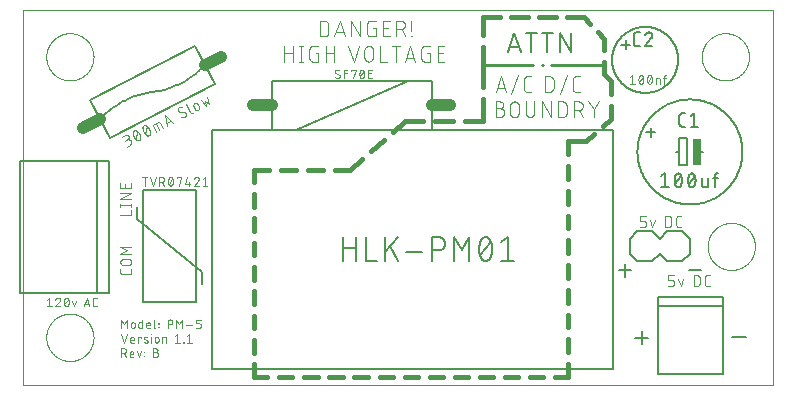
<source format=gto>
G75*
%MOIN*%
%OFA0B0*%
%FSLAX25Y25*%
%IPPOS*%
%LPD*%
%AMOC8*
5,1,8,0,0,1.08239X$1,22.5*
%
%ADD10C,0.00000*%
%ADD11C,0.01575*%
%ADD12C,0.00400*%
%ADD13C,0.00600*%
%ADD14C,0.01000*%
%ADD15C,0.00300*%
%ADD16C,0.00500*%
%ADD17C,0.00700*%
%ADD18C,0.00800*%
%ADD19C,0.03937*%
%ADD20R,0.02500X0.09000*%
D10*
X0002266Y0001000D02*
X0002266Y0126000D01*
X0252266Y0126000D01*
X0252266Y0001000D01*
X0002266Y0001000D01*
X0010140Y0016748D02*
X0010142Y0016941D01*
X0010149Y0017134D01*
X0010161Y0017327D01*
X0010178Y0017520D01*
X0010199Y0017712D01*
X0010225Y0017903D01*
X0010256Y0018094D01*
X0010291Y0018284D01*
X0010331Y0018473D01*
X0010376Y0018661D01*
X0010425Y0018848D01*
X0010479Y0019034D01*
X0010537Y0019218D01*
X0010600Y0019401D01*
X0010668Y0019582D01*
X0010739Y0019761D01*
X0010816Y0019939D01*
X0010896Y0020115D01*
X0010981Y0020288D01*
X0011070Y0020460D01*
X0011163Y0020629D01*
X0011260Y0020796D01*
X0011362Y0020961D01*
X0011467Y0021123D01*
X0011576Y0021282D01*
X0011690Y0021439D01*
X0011807Y0021592D01*
X0011927Y0021743D01*
X0012052Y0021891D01*
X0012180Y0022036D01*
X0012311Y0022177D01*
X0012446Y0022316D01*
X0012585Y0022451D01*
X0012726Y0022582D01*
X0012871Y0022710D01*
X0013019Y0022835D01*
X0013170Y0022955D01*
X0013323Y0023072D01*
X0013480Y0023186D01*
X0013639Y0023295D01*
X0013801Y0023400D01*
X0013966Y0023502D01*
X0014133Y0023599D01*
X0014302Y0023692D01*
X0014474Y0023781D01*
X0014647Y0023866D01*
X0014823Y0023946D01*
X0015001Y0024023D01*
X0015180Y0024094D01*
X0015361Y0024162D01*
X0015544Y0024225D01*
X0015728Y0024283D01*
X0015914Y0024337D01*
X0016101Y0024386D01*
X0016289Y0024431D01*
X0016478Y0024471D01*
X0016668Y0024506D01*
X0016859Y0024537D01*
X0017050Y0024563D01*
X0017242Y0024584D01*
X0017435Y0024601D01*
X0017628Y0024613D01*
X0017821Y0024620D01*
X0018014Y0024622D01*
X0018207Y0024620D01*
X0018400Y0024613D01*
X0018593Y0024601D01*
X0018786Y0024584D01*
X0018978Y0024563D01*
X0019169Y0024537D01*
X0019360Y0024506D01*
X0019550Y0024471D01*
X0019739Y0024431D01*
X0019927Y0024386D01*
X0020114Y0024337D01*
X0020300Y0024283D01*
X0020484Y0024225D01*
X0020667Y0024162D01*
X0020848Y0024094D01*
X0021027Y0024023D01*
X0021205Y0023946D01*
X0021381Y0023866D01*
X0021554Y0023781D01*
X0021726Y0023692D01*
X0021895Y0023599D01*
X0022062Y0023502D01*
X0022227Y0023400D01*
X0022389Y0023295D01*
X0022548Y0023186D01*
X0022705Y0023072D01*
X0022858Y0022955D01*
X0023009Y0022835D01*
X0023157Y0022710D01*
X0023302Y0022582D01*
X0023443Y0022451D01*
X0023582Y0022316D01*
X0023717Y0022177D01*
X0023848Y0022036D01*
X0023976Y0021891D01*
X0024101Y0021743D01*
X0024221Y0021592D01*
X0024338Y0021439D01*
X0024452Y0021282D01*
X0024561Y0021123D01*
X0024666Y0020961D01*
X0024768Y0020796D01*
X0024865Y0020629D01*
X0024958Y0020460D01*
X0025047Y0020288D01*
X0025132Y0020115D01*
X0025212Y0019939D01*
X0025289Y0019761D01*
X0025360Y0019582D01*
X0025428Y0019401D01*
X0025491Y0019218D01*
X0025549Y0019034D01*
X0025603Y0018848D01*
X0025652Y0018661D01*
X0025697Y0018473D01*
X0025737Y0018284D01*
X0025772Y0018094D01*
X0025803Y0017903D01*
X0025829Y0017712D01*
X0025850Y0017520D01*
X0025867Y0017327D01*
X0025879Y0017134D01*
X0025886Y0016941D01*
X0025888Y0016748D01*
X0025886Y0016555D01*
X0025879Y0016362D01*
X0025867Y0016169D01*
X0025850Y0015976D01*
X0025829Y0015784D01*
X0025803Y0015593D01*
X0025772Y0015402D01*
X0025737Y0015212D01*
X0025697Y0015023D01*
X0025652Y0014835D01*
X0025603Y0014648D01*
X0025549Y0014462D01*
X0025491Y0014278D01*
X0025428Y0014095D01*
X0025360Y0013914D01*
X0025289Y0013735D01*
X0025212Y0013557D01*
X0025132Y0013381D01*
X0025047Y0013208D01*
X0024958Y0013036D01*
X0024865Y0012867D01*
X0024768Y0012700D01*
X0024666Y0012535D01*
X0024561Y0012373D01*
X0024452Y0012214D01*
X0024338Y0012057D01*
X0024221Y0011904D01*
X0024101Y0011753D01*
X0023976Y0011605D01*
X0023848Y0011460D01*
X0023717Y0011319D01*
X0023582Y0011180D01*
X0023443Y0011045D01*
X0023302Y0010914D01*
X0023157Y0010786D01*
X0023009Y0010661D01*
X0022858Y0010541D01*
X0022705Y0010424D01*
X0022548Y0010310D01*
X0022389Y0010201D01*
X0022227Y0010096D01*
X0022062Y0009994D01*
X0021895Y0009897D01*
X0021726Y0009804D01*
X0021554Y0009715D01*
X0021381Y0009630D01*
X0021205Y0009550D01*
X0021027Y0009473D01*
X0020848Y0009402D01*
X0020667Y0009334D01*
X0020484Y0009271D01*
X0020300Y0009213D01*
X0020114Y0009159D01*
X0019927Y0009110D01*
X0019739Y0009065D01*
X0019550Y0009025D01*
X0019360Y0008990D01*
X0019169Y0008959D01*
X0018978Y0008933D01*
X0018786Y0008912D01*
X0018593Y0008895D01*
X0018400Y0008883D01*
X0018207Y0008876D01*
X0018014Y0008874D01*
X0017821Y0008876D01*
X0017628Y0008883D01*
X0017435Y0008895D01*
X0017242Y0008912D01*
X0017050Y0008933D01*
X0016859Y0008959D01*
X0016668Y0008990D01*
X0016478Y0009025D01*
X0016289Y0009065D01*
X0016101Y0009110D01*
X0015914Y0009159D01*
X0015728Y0009213D01*
X0015544Y0009271D01*
X0015361Y0009334D01*
X0015180Y0009402D01*
X0015001Y0009473D01*
X0014823Y0009550D01*
X0014647Y0009630D01*
X0014474Y0009715D01*
X0014302Y0009804D01*
X0014133Y0009897D01*
X0013966Y0009994D01*
X0013801Y0010096D01*
X0013639Y0010201D01*
X0013480Y0010310D01*
X0013323Y0010424D01*
X0013170Y0010541D01*
X0013019Y0010661D01*
X0012871Y0010786D01*
X0012726Y0010914D01*
X0012585Y0011045D01*
X0012446Y0011180D01*
X0012311Y0011319D01*
X0012180Y0011460D01*
X0012052Y0011605D01*
X0011927Y0011753D01*
X0011807Y0011904D01*
X0011690Y0012057D01*
X0011576Y0012214D01*
X0011467Y0012373D01*
X0011362Y0012535D01*
X0011260Y0012700D01*
X0011163Y0012867D01*
X0011070Y0013036D01*
X0010981Y0013208D01*
X0010896Y0013381D01*
X0010816Y0013557D01*
X0010739Y0013735D01*
X0010668Y0013914D01*
X0010600Y0014095D01*
X0010537Y0014278D01*
X0010479Y0014462D01*
X0010425Y0014648D01*
X0010376Y0014835D01*
X0010331Y0015023D01*
X0010291Y0015212D01*
X0010256Y0015402D01*
X0010225Y0015593D01*
X0010199Y0015784D01*
X0010178Y0015976D01*
X0010161Y0016169D01*
X0010149Y0016362D01*
X0010142Y0016555D01*
X0010140Y0016748D01*
X0010140Y0110252D02*
X0010142Y0110445D01*
X0010149Y0110638D01*
X0010161Y0110831D01*
X0010178Y0111024D01*
X0010199Y0111216D01*
X0010225Y0111407D01*
X0010256Y0111598D01*
X0010291Y0111788D01*
X0010331Y0111977D01*
X0010376Y0112165D01*
X0010425Y0112352D01*
X0010479Y0112538D01*
X0010537Y0112722D01*
X0010600Y0112905D01*
X0010668Y0113086D01*
X0010739Y0113265D01*
X0010816Y0113443D01*
X0010896Y0113619D01*
X0010981Y0113792D01*
X0011070Y0113964D01*
X0011163Y0114133D01*
X0011260Y0114300D01*
X0011362Y0114465D01*
X0011467Y0114627D01*
X0011576Y0114786D01*
X0011690Y0114943D01*
X0011807Y0115096D01*
X0011927Y0115247D01*
X0012052Y0115395D01*
X0012180Y0115540D01*
X0012311Y0115681D01*
X0012446Y0115820D01*
X0012585Y0115955D01*
X0012726Y0116086D01*
X0012871Y0116214D01*
X0013019Y0116339D01*
X0013170Y0116459D01*
X0013323Y0116576D01*
X0013480Y0116690D01*
X0013639Y0116799D01*
X0013801Y0116904D01*
X0013966Y0117006D01*
X0014133Y0117103D01*
X0014302Y0117196D01*
X0014474Y0117285D01*
X0014647Y0117370D01*
X0014823Y0117450D01*
X0015001Y0117527D01*
X0015180Y0117598D01*
X0015361Y0117666D01*
X0015544Y0117729D01*
X0015728Y0117787D01*
X0015914Y0117841D01*
X0016101Y0117890D01*
X0016289Y0117935D01*
X0016478Y0117975D01*
X0016668Y0118010D01*
X0016859Y0118041D01*
X0017050Y0118067D01*
X0017242Y0118088D01*
X0017435Y0118105D01*
X0017628Y0118117D01*
X0017821Y0118124D01*
X0018014Y0118126D01*
X0018207Y0118124D01*
X0018400Y0118117D01*
X0018593Y0118105D01*
X0018786Y0118088D01*
X0018978Y0118067D01*
X0019169Y0118041D01*
X0019360Y0118010D01*
X0019550Y0117975D01*
X0019739Y0117935D01*
X0019927Y0117890D01*
X0020114Y0117841D01*
X0020300Y0117787D01*
X0020484Y0117729D01*
X0020667Y0117666D01*
X0020848Y0117598D01*
X0021027Y0117527D01*
X0021205Y0117450D01*
X0021381Y0117370D01*
X0021554Y0117285D01*
X0021726Y0117196D01*
X0021895Y0117103D01*
X0022062Y0117006D01*
X0022227Y0116904D01*
X0022389Y0116799D01*
X0022548Y0116690D01*
X0022705Y0116576D01*
X0022858Y0116459D01*
X0023009Y0116339D01*
X0023157Y0116214D01*
X0023302Y0116086D01*
X0023443Y0115955D01*
X0023582Y0115820D01*
X0023717Y0115681D01*
X0023848Y0115540D01*
X0023976Y0115395D01*
X0024101Y0115247D01*
X0024221Y0115096D01*
X0024338Y0114943D01*
X0024452Y0114786D01*
X0024561Y0114627D01*
X0024666Y0114465D01*
X0024768Y0114300D01*
X0024865Y0114133D01*
X0024958Y0113964D01*
X0025047Y0113792D01*
X0025132Y0113619D01*
X0025212Y0113443D01*
X0025289Y0113265D01*
X0025360Y0113086D01*
X0025428Y0112905D01*
X0025491Y0112722D01*
X0025549Y0112538D01*
X0025603Y0112352D01*
X0025652Y0112165D01*
X0025697Y0111977D01*
X0025737Y0111788D01*
X0025772Y0111598D01*
X0025803Y0111407D01*
X0025829Y0111216D01*
X0025850Y0111024D01*
X0025867Y0110831D01*
X0025879Y0110638D01*
X0025886Y0110445D01*
X0025888Y0110252D01*
X0025886Y0110059D01*
X0025879Y0109866D01*
X0025867Y0109673D01*
X0025850Y0109480D01*
X0025829Y0109288D01*
X0025803Y0109097D01*
X0025772Y0108906D01*
X0025737Y0108716D01*
X0025697Y0108527D01*
X0025652Y0108339D01*
X0025603Y0108152D01*
X0025549Y0107966D01*
X0025491Y0107782D01*
X0025428Y0107599D01*
X0025360Y0107418D01*
X0025289Y0107239D01*
X0025212Y0107061D01*
X0025132Y0106885D01*
X0025047Y0106712D01*
X0024958Y0106540D01*
X0024865Y0106371D01*
X0024768Y0106204D01*
X0024666Y0106039D01*
X0024561Y0105877D01*
X0024452Y0105718D01*
X0024338Y0105561D01*
X0024221Y0105408D01*
X0024101Y0105257D01*
X0023976Y0105109D01*
X0023848Y0104964D01*
X0023717Y0104823D01*
X0023582Y0104684D01*
X0023443Y0104549D01*
X0023302Y0104418D01*
X0023157Y0104290D01*
X0023009Y0104165D01*
X0022858Y0104045D01*
X0022705Y0103928D01*
X0022548Y0103814D01*
X0022389Y0103705D01*
X0022227Y0103600D01*
X0022062Y0103498D01*
X0021895Y0103401D01*
X0021726Y0103308D01*
X0021554Y0103219D01*
X0021381Y0103134D01*
X0021205Y0103054D01*
X0021027Y0102977D01*
X0020848Y0102906D01*
X0020667Y0102838D01*
X0020484Y0102775D01*
X0020300Y0102717D01*
X0020114Y0102663D01*
X0019927Y0102614D01*
X0019739Y0102569D01*
X0019550Y0102529D01*
X0019360Y0102494D01*
X0019169Y0102463D01*
X0018978Y0102437D01*
X0018786Y0102416D01*
X0018593Y0102399D01*
X0018400Y0102387D01*
X0018207Y0102380D01*
X0018014Y0102378D01*
X0017821Y0102380D01*
X0017628Y0102387D01*
X0017435Y0102399D01*
X0017242Y0102416D01*
X0017050Y0102437D01*
X0016859Y0102463D01*
X0016668Y0102494D01*
X0016478Y0102529D01*
X0016289Y0102569D01*
X0016101Y0102614D01*
X0015914Y0102663D01*
X0015728Y0102717D01*
X0015544Y0102775D01*
X0015361Y0102838D01*
X0015180Y0102906D01*
X0015001Y0102977D01*
X0014823Y0103054D01*
X0014647Y0103134D01*
X0014474Y0103219D01*
X0014302Y0103308D01*
X0014133Y0103401D01*
X0013966Y0103498D01*
X0013801Y0103600D01*
X0013639Y0103705D01*
X0013480Y0103814D01*
X0013323Y0103928D01*
X0013170Y0104045D01*
X0013019Y0104165D01*
X0012871Y0104290D01*
X0012726Y0104418D01*
X0012585Y0104549D01*
X0012446Y0104684D01*
X0012311Y0104823D01*
X0012180Y0104964D01*
X0012052Y0105109D01*
X0011927Y0105257D01*
X0011807Y0105408D01*
X0011690Y0105561D01*
X0011576Y0105718D01*
X0011467Y0105877D01*
X0011362Y0106039D01*
X0011260Y0106204D01*
X0011163Y0106371D01*
X0011070Y0106540D01*
X0010981Y0106712D01*
X0010896Y0106885D01*
X0010816Y0107061D01*
X0010739Y0107239D01*
X0010668Y0107418D01*
X0010600Y0107599D01*
X0010537Y0107782D01*
X0010479Y0107966D01*
X0010425Y0108152D01*
X0010376Y0108339D01*
X0010331Y0108527D01*
X0010291Y0108716D01*
X0010256Y0108906D01*
X0010225Y0109097D01*
X0010199Y0109288D01*
X0010178Y0109480D01*
X0010161Y0109673D01*
X0010149Y0109866D01*
X0010142Y0110059D01*
X0010140Y0110252D01*
X0228644Y0110252D02*
X0228646Y0110445D01*
X0228653Y0110638D01*
X0228665Y0110831D01*
X0228682Y0111024D01*
X0228703Y0111216D01*
X0228729Y0111407D01*
X0228760Y0111598D01*
X0228795Y0111788D01*
X0228835Y0111977D01*
X0228880Y0112165D01*
X0228929Y0112352D01*
X0228983Y0112538D01*
X0229041Y0112722D01*
X0229104Y0112905D01*
X0229172Y0113086D01*
X0229243Y0113265D01*
X0229320Y0113443D01*
X0229400Y0113619D01*
X0229485Y0113792D01*
X0229574Y0113964D01*
X0229667Y0114133D01*
X0229764Y0114300D01*
X0229866Y0114465D01*
X0229971Y0114627D01*
X0230080Y0114786D01*
X0230194Y0114943D01*
X0230311Y0115096D01*
X0230431Y0115247D01*
X0230556Y0115395D01*
X0230684Y0115540D01*
X0230815Y0115681D01*
X0230950Y0115820D01*
X0231089Y0115955D01*
X0231230Y0116086D01*
X0231375Y0116214D01*
X0231523Y0116339D01*
X0231674Y0116459D01*
X0231827Y0116576D01*
X0231984Y0116690D01*
X0232143Y0116799D01*
X0232305Y0116904D01*
X0232470Y0117006D01*
X0232637Y0117103D01*
X0232806Y0117196D01*
X0232978Y0117285D01*
X0233151Y0117370D01*
X0233327Y0117450D01*
X0233505Y0117527D01*
X0233684Y0117598D01*
X0233865Y0117666D01*
X0234048Y0117729D01*
X0234232Y0117787D01*
X0234418Y0117841D01*
X0234605Y0117890D01*
X0234793Y0117935D01*
X0234982Y0117975D01*
X0235172Y0118010D01*
X0235363Y0118041D01*
X0235554Y0118067D01*
X0235746Y0118088D01*
X0235939Y0118105D01*
X0236132Y0118117D01*
X0236325Y0118124D01*
X0236518Y0118126D01*
X0236711Y0118124D01*
X0236904Y0118117D01*
X0237097Y0118105D01*
X0237290Y0118088D01*
X0237482Y0118067D01*
X0237673Y0118041D01*
X0237864Y0118010D01*
X0238054Y0117975D01*
X0238243Y0117935D01*
X0238431Y0117890D01*
X0238618Y0117841D01*
X0238804Y0117787D01*
X0238988Y0117729D01*
X0239171Y0117666D01*
X0239352Y0117598D01*
X0239531Y0117527D01*
X0239709Y0117450D01*
X0239885Y0117370D01*
X0240058Y0117285D01*
X0240230Y0117196D01*
X0240399Y0117103D01*
X0240566Y0117006D01*
X0240731Y0116904D01*
X0240893Y0116799D01*
X0241052Y0116690D01*
X0241209Y0116576D01*
X0241362Y0116459D01*
X0241513Y0116339D01*
X0241661Y0116214D01*
X0241806Y0116086D01*
X0241947Y0115955D01*
X0242086Y0115820D01*
X0242221Y0115681D01*
X0242352Y0115540D01*
X0242480Y0115395D01*
X0242605Y0115247D01*
X0242725Y0115096D01*
X0242842Y0114943D01*
X0242956Y0114786D01*
X0243065Y0114627D01*
X0243170Y0114465D01*
X0243272Y0114300D01*
X0243369Y0114133D01*
X0243462Y0113964D01*
X0243551Y0113792D01*
X0243636Y0113619D01*
X0243716Y0113443D01*
X0243793Y0113265D01*
X0243864Y0113086D01*
X0243932Y0112905D01*
X0243995Y0112722D01*
X0244053Y0112538D01*
X0244107Y0112352D01*
X0244156Y0112165D01*
X0244201Y0111977D01*
X0244241Y0111788D01*
X0244276Y0111598D01*
X0244307Y0111407D01*
X0244333Y0111216D01*
X0244354Y0111024D01*
X0244371Y0110831D01*
X0244383Y0110638D01*
X0244390Y0110445D01*
X0244392Y0110252D01*
X0244390Y0110059D01*
X0244383Y0109866D01*
X0244371Y0109673D01*
X0244354Y0109480D01*
X0244333Y0109288D01*
X0244307Y0109097D01*
X0244276Y0108906D01*
X0244241Y0108716D01*
X0244201Y0108527D01*
X0244156Y0108339D01*
X0244107Y0108152D01*
X0244053Y0107966D01*
X0243995Y0107782D01*
X0243932Y0107599D01*
X0243864Y0107418D01*
X0243793Y0107239D01*
X0243716Y0107061D01*
X0243636Y0106885D01*
X0243551Y0106712D01*
X0243462Y0106540D01*
X0243369Y0106371D01*
X0243272Y0106204D01*
X0243170Y0106039D01*
X0243065Y0105877D01*
X0242956Y0105718D01*
X0242842Y0105561D01*
X0242725Y0105408D01*
X0242605Y0105257D01*
X0242480Y0105109D01*
X0242352Y0104964D01*
X0242221Y0104823D01*
X0242086Y0104684D01*
X0241947Y0104549D01*
X0241806Y0104418D01*
X0241661Y0104290D01*
X0241513Y0104165D01*
X0241362Y0104045D01*
X0241209Y0103928D01*
X0241052Y0103814D01*
X0240893Y0103705D01*
X0240731Y0103600D01*
X0240566Y0103498D01*
X0240399Y0103401D01*
X0240230Y0103308D01*
X0240058Y0103219D01*
X0239885Y0103134D01*
X0239709Y0103054D01*
X0239531Y0102977D01*
X0239352Y0102906D01*
X0239171Y0102838D01*
X0238988Y0102775D01*
X0238804Y0102717D01*
X0238618Y0102663D01*
X0238431Y0102614D01*
X0238243Y0102569D01*
X0238054Y0102529D01*
X0237864Y0102494D01*
X0237673Y0102463D01*
X0237482Y0102437D01*
X0237290Y0102416D01*
X0237097Y0102399D01*
X0236904Y0102387D01*
X0236711Y0102380D01*
X0236518Y0102378D01*
X0236325Y0102380D01*
X0236132Y0102387D01*
X0235939Y0102399D01*
X0235746Y0102416D01*
X0235554Y0102437D01*
X0235363Y0102463D01*
X0235172Y0102494D01*
X0234982Y0102529D01*
X0234793Y0102569D01*
X0234605Y0102614D01*
X0234418Y0102663D01*
X0234232Y0102717D01*
X0234048Y0102775D01*
X0233865Y0102838D01*
X0233684Y0102906D01*
X0233505Y0102977D01*
X0233327Y0103054D01*
X0233151Y0103134D01*
X0232978Y0103219D01*
X0232806Y0103308D01*
X0232637Y0103401D01*
X0232470Y0103498D01*
X0232305Y0103600D01*
X0232143Y0103705D01*
X0231984Y0103814D01*
X0231827Y0103928D01*
X0231674Y0104045D01*
X0231523Y0104165D01*
X0231375Y0104290D01*
X0231230Y0104418D01*
X0231089Y0104549D01*
X0230950Y0104684D01*
X0230815Y0104823D01*
X0230684Y0104964D01*
X0230556Y0105109D01*
X0230431Y0105257D01*
X0230311Y0105408D01*
X0230194Y0105561D01*
X0230080Y0105718D01*
X0229971Y0105877D01*
X0229866Y0106039D01*
X0229764Y0106204D01*
X0229667Y0106371D01*
X0229574Y0106540D01*
X0229485Y0106712D01*
X0229400Y0106885D01*
X0229320Y0107061D01*
X0229243Y0107239D01*
X0229172Y0107418D01*
X0229104Y0107599D01*
X0229041Y0107782D01*
X0228983Y0107966D01*
X0228929Y0108152D01*
X0228880Y0108339D01*
X0228835Y0108527D01*
X0228795Y0108716D01*
X0228760Y0108906D01*
X0228729Y0109097D01*
X0228703Y0109288D01*
X0228682Y0109480D01*
X0228665Y0109673D01*
X0228653Y0109866D01*
X0228646Y0110059D01*
X0228644Y0110252D01*
X0230613Y0047063D02*
X0230615Y0047256D01*
X0230622Y0047449D01*
X0230634Y0047642D01*
X0230651Y0047835D01*
X0230672Y0048027D01*
X0230698Y0048218D01*
X0230729Y0048409D01*
X0230764Y0048599D01*
X0230804Y0048788D01*
X0230849Y0048976D01*
X0230898Y0049163D01*
X0230952Y0049349D01*
X0231010Y0049533D01*
X0231073Y0049716D01*
X0231141Y0049897D01*
X0231212Y0050076D01*
X0231289Y0050254D01*
X0231369Y0050430D01*
X0231454Y0050603D01*
X0231543Y0050775D01*
X0231636Y0050944D01*
X0231733Y0051111D01*
X0231835Y0051276D01*
X0231940Y0051438D01*
X0232049Y0051597D01*
X0232163Y0051754D01*
X0232280Y0051907D01*
X0232400Y0052058D01*
X0232525Y0052206D01*
X0232653Y0052351D01*
X0232784Y0052492D01*
X0232919Y0052631D01*
X0233058Y0052766D01*
X0233199Y0052897D01*
X0233344Y0053025D01*
X0233492Y0053150D01*
X0233643Y0053270D01*
X0233796Y0053387D01*
X0233953Y0053501D01*
X0234112Y0053610D01*
X0234274Y0053715D01*
X0234439Y0053817D01*
X0234606Y0053914D01*
X0234775Y0054007D01*
X0234947Y0054096D01*
X0235120Y0054181D01*
X0235296Y0054261D01*
X0235474Y0054338D01*
X0235653Y0054409D01*
X0235834Y0054477D01*
X0236017Y0054540D01*
X0236201Y0054598D01*
X0236387Y0054652D01*
X0236574Y0054701D01*
X0236762Y0054746D01*
X0236951Y0054786D01*
X0237141Y0054821D01*
X0237332Y0054852D01*
X0237523Y0054878D01*
X0237715Y0054899D01*
X0237908Y0054916D01*
X0238101Y0054928D01*
X0238294Y0054935D01*
X0238487Y0054937D01*
X0238680Y0054935D01*
X0238873Y0054928D01*
X0239066Y0054916D01*
X0239259Y0054899D01*
X0239451Y0054878D01*
X0239642Y0054852D01*
X0239833Y0054821D01*
X0240023Y0054786D01*
X0240212Y0054746D01*
X0240400Y0054701D01*
X0240587Y0054652D01*
X0240773Y0054598D01*
X0240957Y0054540D01*
X0241140Y0054477D01*
X0241321Y0054409D01*
X0241500Y0054338D01*
X0241678Y0054261D01*
X0241854Y0054181D01*
X0242027Y0054096D01*
X0242199Y0054007D01*
X0242368Y0053914D01*
X0242535Y0053817D01*
X0242700Y0053715D01*
X0242862Y0053610D01*
X0243021Y0053501D01*
X0243178Y0053387D01*
X0243331Y0053270D01*
X0243482Y0053150D01*
X0243630Y0053025D01*
X0243775Y0052897D01*
X0243916Y0052766D01*
X0244055Y0052631D01*
X0244190Y0052492D01*
X0244321Y0052351D01*
X0244449Y0052206D01*
X0244574Y0052058D01*
X0244694Y0051907D01*
X0244811Y0051754D01*
X0244925Y0051597D01*
X0245034Y0051438D01*
X0245139Y0051276D01*
X0245241Y0051111D01*
X0245338Y0050944D01*
X0245431Y0050775D01*
X0245520Y0050603D01*
X0245605Y0050430D01*
X0245685Y0050254D01*
X0245762Y0050076D01*
X0245833Y0049897D01*
X0245901Y0049716D01*
X0245964Y0049533D01*
X0246022Y0049349D01*
X0246076Y0049163D01*
X0246125Y0048976D01*
X0246170Y0048788D01*
X0246210Y0048599D01*
X0246245Y0048409D01*
X0246276Y0048218D01*
X0246302Y0048027D01*
X0246323Y0047835D01*
X0246340Y0047642D01*
X0246352Y0047449D01*
X0246359Y0047256D01*
X0246361Y0047063D01*
X0246359Y0046870D01*
X0246352Y0046677D01*
X0246340Y0046484D01*
X0246323Y0046291D01*
X0246302Y0046099D01*
X0246276Y0045908D01*
X0246245Y0045717D01*
X0246210Y0045527D01*
X0246170Y0045338D01*
X0246125Y0045150D01*
X0246076Y0044963D01*
X0246022Y0044777D01*
X0245964Y0044593D01*
X0245901Y0044410D01*
X0245833Y0044229D01*
X0245762Y0044050D01*
X0245685Y0043872D01*
X0245605Y0043696D01*
X0245520Y0043523D01*
X0245431Y0043351D01*
X0245338Y0043182D01*
X0245241Y0043015D01*
X0245139Y0042850D01*
X0245034Y0042688D01*
X0244925Y0042529D01*
X0244811Y0042372D01*
X0244694Y0042219D01*
X0244574Y0042068D01*
X0244449Y0041920D01*
X0244321Y0041775D01*
X0244190Y0041634D01*
X0244055Y0041495D01*
X0243916Y0041360D01*
X0243775Y0041229D01*
X0243630Y0041101D01*
X0243482Y0040976D01*
X0243331Y0040856D01*
X0243178Y0040739D01*
X0243021Y0040625D01*
X0242862Y0040516D01*
X0242700Y0040411D01*
X0242535Y0040309D01*
X0242368Y0040212D01*
X0242199Y0040119D01*
X0242027Y0040030D01*
X0241854Y0039945D01*
X0241678Y0039865D01*
X0241500Y0039788D01*
X0241321Y0039717D01*
X0241140Y0039649D01*
X0240957Y0039586D01*
X0240773Y0039528D01*
X0240587Y0039474D01*
X0240400Y0039425D01*
X0240212Y0039380D01*
X0240023Y0039340D01*
X0239833Y0039305D01*
X0239642Y0039274D01*
X0239451Y0039248D01*
X0239259Y0039227D01*
X0239066Y0039210D01*
X0238873Y0039198D01*
X0238680Y0039191D01*
X0238487Y0039189D01*
X0238294Y0039191D01*
X0238101Y0039198D01*
X0237908Y0039210D01*
X0237715Y0039227D01*
X0237523Y0039248D01*
X0237332Y0039274D01*
X0237141Y0039305D01*
X0236951Y0039340D01*
X0236762Y0039380D01*
X0236574Y0039425D01*
X0236387Y0039474D01*
X0236201Y0039528D01*
X0236017Y0039586D01*
X0235834Y0039649D01*
X0235653Y0039717D01*
X0235474Y0039788D01*
X0235296Y0039865D01*
X0235120Y0039945D01*
X0234947Y0040030D01*
X0234775Y0040119D01*
X0234606Y0040212D01*
X0234439Y0040309D01*
X0234274Y0040411D01*
X0234112Y0040516D01*
X0233953Y0040625D01*
X0233796Y0040739D01*
X0233643Y0040856D01*
X0233492Y0040976D01*
X0233344Y0041101D01*
X0233199Y0041229D01*
X0233058Y0041360D01*
X0232919Y0041495D01*
X0232784Y0041634D01*
X0232653Y0041775D01*
X0232525Y0041920D01*
X0232400Y0042068D01*
X0232280Y0042219D01*
X0232163Y0042372D01*
X0232049Y0042529D01*
X0231940Y0042688D01*
X0231835Y0042850D01*
X0231733Y0043015D01*
X0231636Y0043182D01*
X0231543Y0043351D01*
X0231454Y0043523D01*
X0231369Y0043696D01*
X0231289Y0043872D01*
X0231212Y0044050D01*
X0231141Y0044229D01*
X0231073Y0044410D01*
X0231010Y0044593D01*
X0230952Y0044777D01*
X0230898Y0044963D01*
X0230849Y0045150D01*
X0230804Y0045338D01*
X0230764Y0045527D01*
X0230729Y0045717D01*
X0230698Y0045908D01*
X0230672Y0046099D01*
X0230651Y0046291D01*
X0230634Y0046484D01*
X0230622Y0046677D01*
X0230615Y0046870D01*
X0230613Y0047063D01*
D11*
X0184156Y0049110D02*
X0184156Y0044799D01*
X0184156Y0040862D02*
X0184156Y0036551D01*
X0184156Y0032614D02*
X0184156Y0028303D01*
X0184156Y0024366D02*
X0184156Y0020055D01*
X0184156Y0016118D02*
X0184156Y0011807D01*
X0184156Y0007870D02*
X0184156Y0003559D01*
X0179734Y0003559D01*
X0175797Y0003559D02*
X0171376Y0003559D01*
X0167439Y0003559D02*
X0163017Y0003559D01*
X0159080Y0003559D02*
X0154659Y0003559D01*
X0150722Y0003559D02*
X0146300Y0003559D01*
X0142363Y0003559D02*
X0137941Y0003559D01*
X0134004Y0003559D02*
X0129583Y0003559D01*
X0125646Y0003559D02*
X0121224Y0003559D01*
X0117287Y0003559D02*
X0112866Y0003559D01*
X0108929Y0003559D02*
X0104507Y0003559D01*
X0100570Y0003559D02*
X0096149Y0003559D01*
X0092212Y0003559D02*
X0087790Y0003559D01*
X0083853Y0003559D02*
X0079431Y0003559D01*
X0079431Y0007737D01*
X0079431Y0011674D02*
X0079431Y0015851D01*
X0079431Y0019788D02*
X0079431Y0023966D01*
X0079431Y0027903D02*
X0079431Y0032080D01*
X0079431Y0036017D02*
X0079431Y0040195D01*
X0079431Y0044132D02*
X0079431Y0048310D01*
X0079431Y0052247D02*
X0079431Y0056424D01*
X0079431Y0060361D02*
X0079431Y0064539D01*
X0079431Y0068476D02*
X0079431Y0072654D01*
X0084451Y0072654D01*
X0088388Y0072654D02*
X0093408Y0072654D01*
X0097345Y0072654D02*
X0102365Y0072654D01*
X0106302Y0072654D02*
X0111321Y0072654D01*
X0115511Y0076309D01*
X0118478Y0078897D02*
X0122668Y0082552D01*
X0125635Y0085140D02*
X0129825Y0088795D01*
X0135862Y0088795D01*
X0139799Y0088795D02*
X0145836Y0088795D01*
X0149773Y0088795D02*
X0155809Y0088795D01*
X0155809Y0096276D01*
X0155809Y0100213D02*
X0155809Y0107693D01*
X0155809Y0113598D01*
X0155809Y0117535D02*
X0155809Y0123441D01*
X0161223Y0123441D01*
X0165160Y0123441D02*
X0170573Y0123441D01*
X0174510Y0123441D02*
X0179924Y0123441D01*
X0183861Y0123441D02*
X0189274Y0123441D01*
X0191269Y0121329D01*
X0193972Y0118467D02*
X0195967Y0116354D01*
X0195967Y0112417D01*
X0195967Y0108480D02*
X0195967Y0104543D01*
X0198329Y0102181D01*
X0198329Y0097850D01*
X0198329Y0093913D02*
X0198329Y0089583D01*
X0195655Y0087163D01*
X0192736Y0084522D02*
X0190061Y0082102D01*
X0184156Y0082102D01*
X0184156Y0077791D01*
X0184156Y0073854D02*
X0184156Y0069543D01*
X0184156Y0065606D02*
X0184156Y0061295D01*
X0184156Y0057358D02*
X0184156Y0053047D01*
D12*
X0186114Y0090176D02*
X0186114Y0095376D01*
X0187559Y0095376D01*
X0190835Y0095376D02*
X0192568Y0092921D01*
X0192568Y0090176D01*
X0192568Y0092921D02*
X0194301Y0095376D01*
X0187559Y0095376D02*
X0187635Y0095374D01*
X0187710Y0095368D01*
X0187785Y0095358D01*
X0187859Y0095344D01*
X0187933Y0095327D01*
X0188005Y0095305D01*
X0188076Y0095280D01*
X0188146Y0095251D01*
X0188215Y0095219D01*
X0188281Y0095183D01*
X0188345Y0095143D01*
X0188408Y0095100D01*
X0188468Y0095054D01*
X0188525Y0095005D01*
X0188580Y0094953D01*
X0188632Y0094898D01*
X0188681Y0094841D01*
X0188727Y0094781D01*
X0188770Y0094718D01*
X0188810Y0094654D01*
X0188846Y0094588D01*
X0188878Y0094519D01*
X0188907Y0094449D01*
X0188932Y0094378D01*
X0188954Y0094306D01*
X0188971Y0094232D01*
X0188985Y0094158D01*
X0188995Y0094083D01*
X0189001Y0094008D01*
X0189003Y0093932D01*
X0189001Y0093856D01*
X0188995Y0093781D01*
X0188985Y0093706D01*
X0188971Y0093632D01*
X0188954Y0093558D01*
X0188932Y0093486D01*
X0188907Y0093415D01*
X0188878Y0093345D01*
X0188846Y0093276D01*
X0188810Y0093210D01*
X0188770Y0093146D01*
X0188727Y0093083D01*
X0188681Y0093023D01*
X0188632Y0092966D01*
X0188580Y0092911D01*
X0188525Y0092859D01*
X0188468Y0092810D01*
X0188408Y0092764D01*
X0188345Y0092721D01*
X0188281Y0092681D01*
X0188215Y0092645D01*
X0188146Y0092613D01*
X0188076Y0092584D01*
X0188005Y0092559D01*
X0187933Y0092537D01*
X0187859Y0092520D01*
X0187785Y0092506D01*
X0187710Y0092496D01*
X0187635Y0092490D01*
X0187559Y0092488D01*
X0187559Y0092487D02*
X0186114Y0092487D01*
X0187848Y0092487D02*
X0189003Y0090176D01*
X0183597Y0091621D02*
X0183597Y0093932D01*
X0183596Y0093932D02*
X0183594Y0094008D01*
X0183588Y0094083D01*
X0183578Y0094158D01*
X0183564Y0094232D01*
X0183547Y0094306D01*
X0183525Y0094378D01*
X0183500Y0094449D01*
X0183471Y0094519D01*
X0183439Y0094588D01*
X0183403Y0094654D01*
X0183363Y0094718D01*
X0183320Y0094781D01*
X0183274Y0094841D01*
X0183225Y0094898D01*
X0183173Y0094953D01*
X0183118Y0095005D01*
X0183061Y0095054D01*
X0183001Y0095100D01*
X0182938Y0095143D01*
X0182874Y0095183D01*
X0182808Y0095219D01*
X0182739Y0095251D01*
X0182669Y0095280D01*
X0182598Y0095305D01*
X0182526Y0095327D01*
X0182452Y0095344D01*
X0182378Y0095358D01*
X0182303Y0095368D01*
X0182228Y0095374D01*
X0182152Y0095376D01*
X0180708Y0095376D01*
X0180708Y0090176D01*
X0182152Y0090176D01*
X0182152Y0090177D02*
X0182228Y0090179D01*
X0182303Y0090185D01*
X0182378Y0090195D01*
X0182452Y0090209D01*
X0182526Y0090226D01*
X0182598Y0090248D01*
X0182669Y0090273D01*
X0182739Y0090302D01*
X0182808Y0090334D01*
X0182874Y0090370D01*
X0182938Y0090410D01*
X0183001Y0090453D01*
X0183061Y0090499D01*
X0183118Y0090548D01*
X0183173Y0090600D01*
X0183225Y0090655D01*
X0183274Y0090712D01*
X0183320Y0090772D01*
X0183363Y0090835D01*
X0183403Y0090899D01*
X0183439Y0090965D01*
X0183471Y0091034D01*
X0183500Y0091104D01*
X0183525Y0091175D01*
X0183547Y0091247D01*
X0183564Y0091321D01*
X0183578Y0091395D01*
X0183588Y0091470D01*
X0183594Y0091545D01*
X0183596Y0091621D01*
X0178221Y0090176D02*
X0178221Y0095376D01*
X0175332Y0095376D02*
X0178221Y0090176D01*
X0175332Y0090176D02*
X0175332Y0095376D01*
X0172845Y0095376D02*
X0172845Y0091621D01*
X0172844Y0091621D02*
X0172842Y0091545D01*
X0172836Y0091470D01*
X0172826Y0091395D01*
X0172812Y0091321D01*
X0172795Y0091247D01*
X0172773Y0091175D01*
X0172748Y0091104D01*
X0172719Y0091034D01*
X0172687Y0090965D01*
X0172651Y0090899D01*
X0172611Y0090835D01*
X0172568Y0090772D01*
X0172522Y0090712D01*
X0172473Y0090655D01*
X0172421Y0090600D01*
X0172366Y0090548D01*
X0172309Y0090499D01*
X0172249Y0090453D01*
X0172186Y0090410D01*
X0172122Y0090370D01*
X0172056Y0090334D01*
X0171987Y0090302D01*
X0171917Y0090273D01*
X0171846Y0090248D01*
X0171774Y0090226D01*
X0171700Y0090209D01*
X0171626Y0090195D01*
X0171551Y0090185D01*
X0171476Y0090179D01*
X0171400Y0090177D01*
X0171324Y0090179D01*
X0171249Y0090185D01*
X0171174Y0090195D01*
X0171100Y0090209D01*
X0171026Y0090226D01*
X0170954Y0090248D01*
X0170883Y0090273D01*
X0170813Y0090302D01*
X0170744Y0090334D01*
X0170678Y0090370D01*
X0170614Y0090410D01*
X0170551Y0090453D01*
X0170491Y0090499D01*
X0170434Y0090548D01*
X0170379Y0090600D01*
X0170327Y0090655D01*
X0170278Y0090712D01*
X0170232Y0090772D01*
X0170189Y0090835D01*
X0170149Y0090899D01*
X0170113Y0090965D01*
X0170081Y0091034D01*
X0170052Y0091104D01*
X0170027Y0091175D01*
X0170005Y0091247D01*
X0169988Y0091321D01*
X0169974Y0091395D01*
X0169964Y0091470D01*
X0169958Y0091545D01*
X0169956Y0091621D01*
X0169956Y0095376D01*
X0167637Y0093932D02*
X0167637Y0091621D01*
X0167636Y0091621D02*
X0167634Y0091545D01*
X0167628Y0091470D01*
X0167618Y0091395D01*
X0167604Y0091321D01*
X0167587Y0091247D01*
X0167565Y0091175D01*
X0167540Y0091104D01*
X0167511Y0091034D01*
X0167479Y0090965D01*
X0167443Y0090899D01*
X0167403Y0090835D01*
X0167360Y0090772D01*
X0167314Y0090712D01*
X0167265Y0090655D01*
X0167213Y0090600D01*
X0167158Y0090548D01*
X0167101Y0090499D01*
X0167041Y0090453D01*
X0166978Y0090410D01*
X0166914Y0090370D01*
X0166848Y0090334D01*
X0166779Y0090302D01*
X0166709Y0090273D01*
X0166638Y0090248D01*
X0166566Y0090226D01*
X0166492Y0090209D01*
X0166418Y0090195D01*
X0166343Y0090185D01*
X0166268Y0090179D01*
X0166192Y0090177D01*
X0166116Y0090179D01*
X0166041Y0090185D01*
X0165966Y0090195D01*
X0165892Y0090209D01*
X0165818Y0090226D01*
X0165746Y0090248D01*
X0165675Y0090273D01*
X0165605Y0090302D01*
X0165536Y0090334D01*
X0165470Y0090370D01*
X0165406Y0090410D01*
X0165343Y0090453D01*
X0165283Y0090499D01*
X0165226Y0090548D01*
X0165171Y0090600D01*
X0165119Y0090655D01*
X0165070Y0090712D01*
X0165024Y0090772D01*
X0164981Y0090835D01*
X0164941Y0090899D01*
X0164905Y0090965D01*
X0164873Y0091034D01*
X0164844Y0091104D01*
X0164819Y0091175D01*
X0164797Y0091247D01*
X0164780Y0091321D01*
X0164766Y0091395D01*
X0164756Y0091470D01*
X0164750Y0091545D01*
X0164748Y0091621D01*
X0164748Y0093932D01*
X0164750Y0094008D01*
X0164756Y0094083D01*
X0164766Y0094158D01*
X0164780Y0094232D01*
X0164797Y0094306D01*
X0164819Y0094378D01*
X0164844Y0094449D01*
X0164873Y0094519D01*
X0164905Y0094588D01*
X0164941Y0094654D01*
X0164981Y0094718D01*
X0165024Y0094781D01*
X0165070Y0094841D01*
X0165119Y0094898D01*
X0165171Y0094953D01*
X0165226Y0095005D01*
X0165283Y0095054D01*
X0165343Y0095100D01*
X0165406Y0095143D01*
X0165470Y0095183D01*
X0165536Y0095219D01*
X0165605Y0095251D01*
X0165675Y0095280D01*
X0165746Y0095305D01*
X0165818Y0095327D01*
X0165892Y0095344D01*
X0165966Y0095358D01*
X0166041Y0095368D01*
X0166116Y0095374D01*
X0166192Y0095376D01*
X0166268Y0095374D01*
X0166343Y0095368D01*
X0166418Y0095358D01*
X0166492Y0095344D01*
X0166566Y0095327D01*
X0166638Y0095305D01*
X0166709Y0095280D01*
X0166779Y0095251D01*
X0166848Y0095219D01*
X0166914Y0095183D01*
X0166978Y0095143D01*
X0167041Y0095100D01*
X0167101Y0095054D01*
X0167158Y0095005D01*
X0167213Y0094953D01*
X0167265Y0094898D01*
X0167314Y0094841D01*
X0167360Y0094781D01*
X0167403Y0094718D01*
X0167443Y0094654D01*
X0167479Y0094588D01*
X0167511Y0094519D01*
X0167540Y0094449D01*
X0167565Y0094378D01*
X0167587Y0094306D01*
X0167604Y0094232D01*
X0167618Y0094158D01*
X0167628Y0094083D01*
X0167634Y0094008D01*
X0167636Y0093932D01*
X0161391Y0093065D02*
X0161458Y0093067D01*
X0161525Y0093073D01*
X0161592Y0093083D01*
X0161658Y0093096D01*
X0161723Y0093114D01*
X0161786Y0093135D01*
X0161849Y0093160D01*
X0161910Y0093188D01*
X0161969Y0093220D01*
X0162026Y0093255D01*
X0162081Y0093294D01*
X0162134Y0093335D01*
X0162184Y0093380D01*
X0162232Y0093428D01*
X0162277Y0093478D01*
X0162318Y0093531D01*
X0162357Y0093586D01*
X0162392Y0093643D01*
X0162424Y0093702D01*
X0162452Y0093763D01*
X0162477Y0093826D01*
X0162498Y0093889D01*
X0162516Y0093954D01*
X0162529Y0094020D01*
X0162539Y0094087D01*
X0162545Y0094154D01*
X0162547Y0094221D01*
X0162545Y0094288D01*
X0162539Y0094355D01*
X0162529Y0094422D01*
X0162516Y0094488D01*
X0162498Y0094553D01*
X0162477Y0094616D01*
X0162452Y0094679D01*
X0162424Y0094740D01*
X0162392Y0094799D01*
X0162357Y0094856D01*
X0162318Y0094911D01*
X0162277Y0094964D01*
X0162232Y0095014D01*
X0162184Y0095062D01*
X0162134Y0095107D01*
X0162081Y0095148D01*
X0162026Y0095187D01*
X0161969Y0095222D01*
X0161910Y0095254D01*
X0161849Y0095282D01*
X0161786Y0095307D01*
X0161723Y0095328D01*
X0161658Y0095346D01*
X0161592Y0095359D01*
X0161525Y0095369D01*
X0161458Y0095375D01*
X0161391Y0095377D01*
X0161391Y0095376D02*
X0159946Y0095376D01*
X0159946Y0090176D01*
X0161391Y0090176D01*
X0161391Y0090177D02*
X0161467Y0090179D01*
X0161542Y0090185D01*
X0161617Y0090195D01*
X0161691Y0090209D01*
X0161765Y0090226D01*
X0161837Y0090248D01*
X0161908Y0090273D01*
X0161978Y0090302D01*
X0162047Y0090334D01*
X0162113Y0090370D01*
X0162177Y0090410D01*
X0162240Y0090453D01*
X0162300Y0090499D01*
X0162357Y0090548D01*
X0162412Y0090600D01*
X0162464Y0090655D01*
X0162513Y0090712D01*
X0162559Y0090772D01*
X0162602Y0090835D01*
X0162642Y0090899D01*
X0162678Y0090965D01*
X0162710Y0091034D01*
X0162739Y0091104D01*
X0162764Y0091175D01*
X0162786Y0091247D01*
X0162803Y0091321D01*
X0162817Y0091395D01*
X0162827Y0091470D01*
X0162833Y0091545D01*
X0162835Y0091621D01*
X0162833Y0091697D01*
X0162827Y0091772D01*
X0162817Y0091847D01*
X0162803Y0091921D01*
X0162786Y0091995D01*
X0162764Y0092067D01*
X0162739Y0092138D01*
X0162710Y0092208D01*
X0162678Y0092277D01*
X0162642Y0092343D01*
X0162602Y0092407D01*
X0162559Y0092470D01*
X0162513Y0092530D01*
X0162464Y0092587D01*
X0162412Y0092642D01*
X0162357Y0092694D01*
X0162300Y0092743D01*
X0162240Y0092789D01*
X0162177Y0092832D01*
X0162113Y0092872D01*
X0162047Y0092908D01*
X0161978Y0092940D01*
X0161908Y0092969D01*
X0161837Y0092994D01*
X0161765Y0093016D01*
X0161691Y0093033D01*
X0161617Y0093047D01*
X0161542Y0093057D01*
X0161467Y0093063D01*
X0161391Y0093065D01*
X0159946Y0093065D01*
X0159946Y0098576D02*
X0161680Y0103776D01*
X0163413Y0098576D01*
X0162980Y0099876D02*
X0160380Y0099876D01*
X0165060Y0097999D02*
X0167371Y0104354D01*
X0170449Y0103776D02*
X0171605Y0103776D01*
X0170449Y0103777D02*
X0170382Y0103775D01*
X0170315Y0103769D01*
X0170248Y0103759D01*
X0170182Y0103746D01*
X0170117Y0103728D01*
X0170054Y0103707D01*
X0169991Y0103682D01*
X0169930Y0103654D01*
X0169871Y0103622D01*
X0169814Y0103587D01*
X0169759Y0103548D01*
X0169706Y0103507D01*
X0169656Y0103462D01*
X0169608Y0103414D01*
X0169563Y0103364D01*
X0169522Y0103311D01*
X0169483Y0103256D01*
X0169448Y0103199D01*
X0169416Y0103140D01*
X0169388Y0103079D01*
X0169363Y0103016D01*
X0169342Y0102953D01*
X0169324Y0102888D01*
X0169311Y0102822D01*
X0169301Y0102755D01*
X0169295Y0102688D01*
X0169293Y0102621D01*
X0169293Y0099732D01*
X0169295Y0099665D01*
X0169301Y0099598D01*
X0169311Y0099531D01*
X0169324Y0099465D01*
X0169342Y0099400D01*
X0169363Y0099337D01*
X0169388Y0099274D01*
X0169416Y0099213D01*
X0169448Y0099154D01*
X0169483Y0099097D01*
X0169522Y0099042D01*
X0169563Y0098989D01*
X0169608Y0098939D01*
X0169656Y0098891D01*
X0169706Y0098846D01*
X0169759Y0098805D01*
X0169814Y0098766D01*
X0169871Y0098731D01*
X0169930Y0098699D01*
X0169991Y0098671D01*
X0170054Y0098646D01*
X0170117Y0098625D01*
X0170182Y0098607D01*
X0170248Y0098594D01*
X0170315Y0098584D01*
X0170382Y0098578D01*
X0170449Y0098576D01*
X0171605Y0098576D01*
X0176363Y0098576D02*
X0177808Y0098576D01*
X0176363Y0098576D02*
X0176363Y0103776D01*
X0177808Y0103776D01*
X0177884Y0103774D01*
X0177959Y0103768D01*
X0178034Y0103758D01*
X0178108Y0103744D01*
X0178182Y0103727D01*
X0178254Y0103705D01*
X0178325Y0103680D01*
X0178395Y0103651D01*
X0178464Y0103619D01*
X0178530Y0103583D01*
X0178594Y0103543D01*
X0178657Y0103500D01*
X0178717Y0103454D01*
X0178774Y0103405D01*
X0178829Y0103353D01*
X0178881Y0103298D01*
X0178930Y0103241D01*
X0178976Y0103181D01*
X0179019Y0103118D01*
X0179059Y0103054D01*
X0179095Y0102988D01*
X0179127Y0102919D01*
X0179156Y0102849D01*
X0179181Y0102778D01*
X0179203Y0102706D01*
X0179220Y0102632D01*
X0179234Y0102558D01*
X0179244Y0102483D01*
X0179250Y0102408D01*
X0179252Y0102332D01*
X0179252Y0100021D01*
X0179250Y0099945D01*
X0179244Y0099870D01*
X0179234Y0099795D01*
X0179220Y0099721D01*
X0179203Y0099647D01*
X0179181Y0099575D01*
X0179156Y0099504D01*
X0179127Y0099434D01*
X0179095Y0099365D01*
X0179059Y0099299D01*
X0179019Y0099235D01*
X0178976Y0099172D01*
X0178930Y0099112D01*
X0178881Y0099055D01*
X0178829Y0099000D01*
X0178774Y0098948D01*
X0178717Y0098899D01*
X0178657Y0098853D01*
X0178594Y0098810D01*
X0178530Y0098770D01*
X0178464Y0098734D01*
X0178395Y0098702D01*
X0178325Y0098673D01*
X0178254Y0098648D01*
X0178182Y0098626D01*
X0178108Y0098609D01*
X0178034Y0098595D01*
X0177959Y0098585D01*
X0177884Y0098579D01*
X0177808Y0098577D01*
X0181356Y0097999D02*
X0183667Y0104354D01*
X0186745Y0103776D02*
X0187901Y0103776D01*
X0186745Y0103777D02*
X0186678Y0103775D01*
X0186611Y0103769D01*
X0186544Y0103759D01*
X0186478Y0103746D01*
X0186413Y0103728D01*
X0186350Y0103707D01*
X0186287Y0103682D01*
X0186226Y0103654D01*
X0186167Y0103622D01*
X0186110Y0103587D01*
X0186055Y0103548D01*
X0186002Y0103507D01*
X0185952Y0103462D01*
X0185904Y0103414D01*
X0185859Y0103364D01*
X0185818Y0103311D01*
X0185779Y0103256D01*
X0185744Y0103199D01*
X0185712Y0103140D01*
X0185684Y0103079D01*
X0185659Y0103016D01*
X0185638Y0102953D01*
X0185620Y0102888D01*
X0185607Y0102822D01*
X0185597Y0102755D01*
X0185591Y0102688D01*
X0185589Y0102621D01*
X0185589Y0099732D01*
X0185591Y0099665D01*
X0185597Y0099598D01*
X0185607Y0099531D01*
X0185620Y0099465D01*
X0185638Y0099400D01*
X0185659Y0099337D01*
X0185684Y0099274D01*
X0185712Y0099213D01*
X0185744Y0099154D01*
X0185779Y0099097D01*
X0185818Y0099042D01*
X0185859Y0098989D01*
X0185904Y0098939D01*
X0185952Y0098891D01*
X0186002Y0098846D01*
X0186055Y0098805D01*
X0186110Y0098766D01*
X0186167Y0098731D01*
X0186226Y0098699D01*
X0186287Y0098671D01*
X0186350Y0098646D01*
X0186413Y0098625D01*
X0186478Y0098607D01*
X0186544Y0098594D01*
X0186611Y0098584D01*
X0186678Y0098578D01*
X0186745Y0098576D01*
X0187901Y0098576D01*
X0142866Y0108680D02*
X0140555Y0108680D01*
X0140555Y0113880D01*
X0142866Y0113880D01*
X0142289Y0111569D02*
X0140555Y0111569D01*
X0138059Y0111569D02*
X0138059Y0108680D01*
X0136325Y0108680D01*
X0136258Y0108682D01*
X0136191Y0108688D01*
X0136124Y0108698D01*
X0136058Y0108711D01*
X0135993Y0108729D01*
X0135930Y0108750D01*
X0135867Y0108775D01*
X0135806Y0108803D01*
X0135747Y0108835D01*
X0135690Y0108870D01*
X0135635Y0108909D01*
X0135582Y0108950D01*
X0135532Y0108995D01*
X0135484Y0109043D01*
X0135439Y0109093D01*
X0135398Y0109146D01*
X0135359Y0109201D01*
X0135324Y0109258D01*
X0135292Y0109317D01*
X0135264Y0109378D01*
X0135239Y0109441D01*
X0135218Y0109504D01*
X0135200Y0109569D01*
X0135187Y0109635D01*
X0135177Y0109702D01*
X0135171Y0109769D01*
X0135169Y0109836D01*
X0135170Y0109836D02*
X0135170Y0112725D01*
X0135169Y0112725D02*
X0135171Y0112792D01*
X0135177Y0112859D01*
X0135187Y0112926D01*
X0135200Y0112992D01*
X0135218Y0113057D01*
X0135239Y0113120D01*
X0135264Y0113183D01*
X0135292Y0113244D01*
X0135324Y0113303D01*
X0135359Y0113360D01*
X0135398Y0113415D01*
X0135439Y0113468D01*
X0135484Y0113518D01*
X0135532Y0113566D01*
X0135582Y0113611D01*
X0135635Y0113652D01*
X0135690Y0113691D01*
X0135747Y0113726D01*
X0135806Y0113758D01*
X0135867Y0113786D01*
X0135930Y0113811D01*
X0135993Y0113832D01*
X0136058Y0113850D01*
X0136124Y0113863D01*
X0136191Y0113873D01*
X0136258Y0113879D01*
X0136325Y0113881D01*
X0136325Y0113880D02*
X0138059Y0113880D01*
X0138059Y0111569D02*
X0137192Y0111569D01*
X0132706Y0109980D02*
X0130106Y0109980D01*
X0129673Y0108680D02*
X0131406Y0113880D01*
X0133140Y0108680D01*
X0126702Y0108680D02*
X0126702Y0113880D01*
X0125258Y0113880D02*
X0128147Y0113880D01*
X0126848Y0117080D02*
X0126848Y0122280D01*
X0128292Y0122280D01*
X0128368Y0122278D01*
X0128443Y0122272D01*
X0128518Y0122262D01*
X0128592Y0122248D01*
X0128666Y0122231D01*
X0128738Y0122209D01*
X0128809Y0122184D01*
X0128879Y0122155D01*
X0128948Y0122123D01*
X0129014Y0122087D01*
X0129078Y0122047D01*
X0129141Y0122004D01*
X0129201Y0121958D01*
X0129258Y0121909D01*
X0129313Y0121857D01*
X0129365Y0121802D01*
X0129414Y0121745D01*
X0129460Y0121685D01*
X0129503Y0121622D01*
X0129543Y0121558D01*
X0129579Y0121492D01*
X0129611Y0121423D01*
X0129640Y0121353D01*
X0129665Y0121282D01*
X0129687Y0121210D01*
X0129704Y0121136D01*
X0129718Y0121062D01*
X0129728Y0120987D01*
X0129734Y0120912D01*
X0129736Y0120836D01*
X0129734Y0120760D01*
X0129728Y0120685D01*
X0129718Y0120610D01*
X0129704Y0120536D01*
X0129687Y0120462D01*
X0129665Y0120390D01*
X0129640Y0120319D01*
X0129611Y0120249D01*
X0129579Y0120180D01*
X0129543Y0120114D01*
X0129503Y0120050D01*
X0129460Y0119987D01*
X0129414Y0119927D01*
X0129365Y0119870D01*
X0129313Y0119815D01*
X0129258Y0119763D01*
X0129201Y0119714D01*
X0129141Y0119668D01*
X0129078Y0119625D01*
X0129014Y0119585D01*
X0128948Y0119549D01*
X0128879Y0119517D01*
X0128809Y0119488D01*
X0128738Y0119463D01*
X0128666Y0119441D01*
X0128592Y0119424D01*
X0128518Y0119410D01*
X0128443Y0119400D01*
X0128368Y0119394D01*
X0128292Y0119392D01*
X0128292Y0119391D02*
X0126848Y0119391D01*
X0128581Y0119391D02*
X0129737Y0117080D01*
X0131645Y0117080D02*
X0131934Y0117080D01*
X0131934Y0117369D01*
X0131645Y0117369D01*
X0131645Y0117080D01*
X0131790Y0118814D02*
X0131790Y0122280D01*
X0124770Y0122280D02*
X0122459Y0122280D01*
X0122459Y0117080D01*
X0124770Y0117080D01*
X0124192Y0119969D02*
X0122459Y0119969D01*
X0119962Y0119969D02*
X0119962Y0117080D01*
X0118229Y0117080D01*
X0118162Y0117082D01*
X0118095Y0117088D01*
X0118028Y0117098D01*
X0117962Y0117111D01*
X0117897Y0117129D01*
X0117834Y0117150D01*
X0117771Y0117175D01*
X0117710Y0117203D01*
X0117651Y0117235D01*
X0117594Y0117270D01*
X0117539Y0117309D01*
X0117486Y0117350D01*
X0117436Y0117395D01*
X0117388Y0117443D01*
X0117343Y0117493D01*
X0117302Y0117546D01*
X0117263Y0117601D01*
X0117228Y0117658D01*
X0117196Y0117717D01*
X0117168Y0117778D01*
X0117143Y0117841D01*
X0117122Y0117904D01*
X0117104Y0117969D01*
X0117091Y0118035D01*
X0117081Y0118102D01*
X0117075Y0118169D01*
X0117073Y0118236D01*
X0117073Y0121125D01*
X0117075Y0121192D01*
X0117081Y0121259D01*
X0117091Y0121326D01*
X0117104Y0121392D01*
X0117122Y0121457D01*
X0117143Y0121520D01*
X0117168Y0121583D01*
X0117196Y0121644D01*
X0117228Y0121703D01*
X0117263Y0121760D01*
X0117302Y0121815D01*
X0117343Y0121868D01*
X0117388Y0121918D01*
X0117436Y0121966D01*
X0117486Y0122011D01*
X0117539Y0122052D01*
X0117594Y0122091D01*
X0117651Y0122126D01*
X0117710Y0122158D01*
X0117771Y0122186D01*
X0117834Y0122211D01*
X0117897Y0122232D01*
X0117962Y0122250D01*
X0118028Y0122263D01*
X0118095Y0122273D01*
X0118162Y0122279D01*
X0118229Y0122281D01*
X0118229Y0122280D02*
X0119962Y0122280D01*
X0119962Y0119969D02*
X0119095Y0119969D01*
X0114586Y0122280D02*
X0114586Y0117080D01*
X0111697Y0122280D01*
X0111697Y0117080D01*
X0109667Y0117080D02*
X0107934Y0122280D01*
X0106200Y0117080D01*
X0106634Y0118380D02*
X0109234Y0118380D01*
X0104170Y0118525D02*
X0104170Y0120836D01*
X0104168Y0120912D01*
X0104162Y0120987D01*
X0104152Y0121062D01*
X0104138Y0121136D01*
X0104121Y0121210D01*
X0104099Y0121282D01*
X0104074Y0121353D01*
X0104045Y0121423D01*
X0104013Y0121492D01*
X0103977Y0121558D01*
X0103937Y0121622D01*
X0103894Y0121685D01*
X0103848Y0121745D01*
X0103799Y0121802D01*
X0103747Y0121857D01*
X0103692Y0121909D01*
X0103635Y0121958D01*
X0103575Y0122004D01*
X0103512Y0122047D01*
X0103448Y0122087D01*
X0103382Y0122123D01*
X0103313Y0122155D01*
X0103243Y0122184D01*
X0103172Y0122209D01*
X0103100Y0122231D01*
X0103026Y0122248D01*
X0102952Y0122262D01*
X0102877Y0122272D01*
X0102802Y0122278D01*
X0102726Y0122280D01*
X0101281Y0122280D01*
X0101281Y0117080D01*
X0102726Y0117080D01*
X0102726Y0117081D02*
X0102802Y0117083D01*
X0102877Y0117089D01*
X0102952Y0117099D01*
X0103026Y0117113D01*
X0103100Y0117130D01*
X0103172Y0117152D01*
X0103243Y0117177D01*
X0103313Y0117206D01*
X0103382Y0117238D01*
X0103448Y0117274D01*
X0103512Y0117314D01*
X0103575Y0117357D01*
X0103635Y0117403D01*
X0103692Y0117452D01*
X0103747Y0117504D01*
X0103799Y0117559D01*
X0103848Y0117616D01*
X0103894Y0117676D01*
X0103937Y0117739D01*
X0103977Y0117803D01*
X0104013Y0117869D01*
X0104045Y0117938D01*
X0104074Y0118008D01*
X0104099Y0118079D01*
X0104121Y0118151D01*
X0104138Y0118225D01*
X0104152Y0118299D01*
X0104162Y0118374D01*
X0104168Y0118449D01*
X0104170Y0118525D01*
X0103250Y0113880D02*
X0103250Y0108680D01*
X0100763Y0108680D02*
X0099030Y0108680D01*
X0098963Y0108682D01*
X0098896Y0108688D01*
X0098829Y0108698D01*
X0098763Y0108711D01*
X0098698Y0108729D01*
X0098635Y0108750D01*
X0098572Y0108775D01*
X0098511Y0108803D01*
X0098452Y0108835D01*
X0098395Y0108870D01*
X0098340Y0108909D01*
X0098287Y0108950D01*
X0098237Y0108995D01*
X0098189Y0109043D01*
X0098144Y0109093D01*
X0098103Y0109146D01*
X0098064Y0109201D01*
X0098029Y0109258D01*
X0097997Y0109317D01*
X0097969Y0109378D01*
X0097944Y0109441D01*
X0097923Y0109504D01*
X0097905Y0109569D01*
X0097892Y0109635D01*
X0097882Y0109702D01*
X0097876Y0109769D01*
X0097874Y0109836D01*
X0097874Y0112725D01*
X0097876Y0112792D01*
X0097882Y0112859D01*
X0097892Y0112926D01*
X0097905Y0112992D01*
X0097923Y0113057D01*
X0097944Y0113120D01*
X0097969Y0113183D01*
X0097997Y0113244D01*
X0098029Y0113303D01*
X0098064Y0113360D01*
X0098103Y0113415D01*
X0098144Y0113468D01*
X0098189Y0113518D01*
X0098237Y0113566D01*
X0098287Y0113611D01*
X0098340Y0113652D01*
X0098395Y0113691D01*
X0098452Y0113726D01*
X0098511Y0113758D01*
X0098572Y0113786D01*
X0098635Y0113811D01*
X0098698Y0113832D01*
X0098763Y0113850D01*
X0098829Y0113863D01*
X0098896Y0113873D01*
X0098963Y0113879D01*
X0099030Y0113881D01*
X0099030Y0113880D02*
X0100763Y0113880D01*
X0100763Y0111569D02*
X0100763Y0108680D01*
X0100763Y0111569D02*
X0099896Y0111569D01*
X0103250Y0111569D02*
X0106139Y0111569D01*
X0106139Y0113880D02*
X0106139Y0108680D01*
X0112590Y0108680D02*
X0114324Y0113880D01*
X0116186Y0112436D02*
X0116186Y0110125D01*
X0116188Y0110049D01*
X0116194Y0109974D01*
X0116204Y0109899D01*
X0116218Y0109825D01*
X0116235Y0109751D01*
X0116257Y0109679D01*
X0116282Y0109608D01*
X0116311Y0109538D01*
X0116343Y0109469D01*
X0116379Y0109403D01*
X0116419Y0109339D01*
X0116462Y0109276D01*
X0116508Y0109216D01*
X0116557Y0109159D01*
X0116609Y0109104D01*
X0116664Y0109052D01*
X0116721Y0109003D01*
X0116781Y0108957D01*
X0116844Y0108914D01*
X0116908Y0108874D01*
X0116974Y0108838D01*
X0117043Y0108806D01*
X0117113Y0108777D01*
X0117184Y0108752D01*
X0117256Y0108730D01*
X0117330Y0108713D01*
X0117404Y0108699D01*
X0117479Y0108689D01*
X0117554Y0108683D01*
X0117630Y0108681D01*
X0117706Y0108683D01*
X0117781Y0108689D01*
X0117856Y0108699D01*
X0117930Y0108713D01*
X0118004Y0108730D01*
X0118076Y0108752D01*
X0118147Y0108777D01*
X0118217Y0108806D01*
X0118286Y0108838D01*
X0118352Y0108874D01*
X0118416Y0108914D01*
X0118479Y0108957D01*
X0118539Y0109003D01*
X0118596Y0109052D01*
X0118651Y0109104D01*
X0118703Y0109159D01*
X0118752Y0109216D01*
X0118798Y0109276D01*
X0118841Y0109339D01*
X0118881Y0109403D01*
X0118917Y0109469D01*
X0118949Y0109538D01*
X0118978Y0109608D01*
X0119003Y0109679D01*
X0119025Y0109751D01*
X0119042Y0109825D01*
X0119056Y0109899D01*
X0119066Y0109974D01*
X0119072Y0110049D01*
X0119074Y0110125D01*
X0119075Y0110125D02*
X0119075Y0112436D01*
X0119074Y0112436D02*
X0119072Y0112512D01*
X0119066Y0112587D01*
X0119056Y0112662D01*
X0119042Y0112736D01*
X0119025Y0112810D01*
X0119003Y0112882D01*
X0118978Y0112953D01*
X0118949Y0113023D01*
X0118917Y0113092D01*
X0118881Y0113158D01*
X0118841Y0113222D01*
X0118798Y0113285D01*
X0118752Y0113345D01*
X0118703Y0113402D01*
X0118651Y0113457D01*
X0118596Y0113509D01*
X0118539Y0113558D01*
X0118479Y0113604D01*
X0118416Y0113647D01*
X0118352Y0113687D01*
X0118286Y0113723D01*
X0118217Y0113755D01*
X0118147Y0113784D01*
X0118076Y0113809D01*
X0118004Y0113831D01*
X0117930Y0113848D01*
X0117856Y0113862D01*
X0117781Y0113872D01*
X0117706Y0113878D01*
X0117630Y0113880D01*
X0117554Y0113878D01*
X0117479Y0113872D01*
X0117404Y0113862D01*
X0117330Y0113848D01*
X0117256Y0113831D01*
X0117184Y0113809D01*
X0117113Y0113784D01*
X0117043Y0113755D01*
X0116974Y0113723D01*
X0116908Y0113687D01*
X0116844Y0113647D01*
X0116781Y0113604D01*
X0116721Y0113558D01*
X0116664Y0113509D01*
X0116609Y0113457D01*
X0116557Y0113402D01*
X0116508Y0113345D01*
X0116462Y0113285D01*
X0116419Y0113222D01*
X0116379Y0113158D01*
X0116343Y0113092D01*
X0116311Y0113023D01*
X0116282Y0112953D01*
X0116257Y0112882D01*
X0116235Y0112810D01*
X0116218Y0112736D01*
X0116204Y0112662D01*
X0116194Y0112587D01*
X0116188Y0112512D01*
X0116186Y0112436D01*
X0112590Y0108680D02*
X0110857Y0113880D01*
X0121403Y0113880D02*
X0121403Y0108680D01*
X0123714Y0108680D01*
X0095696Y0108680D02*
X0094541Y0108680D01*
X0095118Y0108680D02*
X0095118Y0113880D01*
X0094541Y0113880D02*
X0095696Y0113880D01*
X0092363Y0113880D02*
X0092363Y0108680D01*
X0089474Y0108680D02*
X0089474Y0113880D01*
X0089474Y0111569D02*
X0092363Y0111569D01*
D13*
X0163983Y0111930D02*
X0166117Y0118330D01*
X0168250Y0111930D01*
X0167717Y0113530D02*
X0164517Y0113530D01*
X0171861Y0111930D02*
X0171861Y0118330D01*
X0173638Y0118330D02*
X0170083Y0118330D01*
X0175416Y0118330D02*
X0178972Y0118330D01*
X0177194Y0118330D02*
X0177194Y0111930D01*
X0181365Y0111930D02*
X0181365Y0118330D01*
X0184921Y0111930D01*
X0184921Y0118330D01*
X0201746Y0114268D02*
X0203246Y0114268D01*
X0203246Y0115768D01*
X0203246Y0114268D02*
X0204746Y0114268D01*
X0203246Y0114268D02*
X0203246Y0112768D01*
X0198746Y0109268D02*
X0198749Y0109538D01*
X0198759Y0109808D01*
X0198776Y0110077D01*
X0198799Y0110346D01*
X0198829Y0110615D01*
X0198865Y0110882D01*
X0198908Y0111149D01*
X0198957Y0111414D01*
X0199013Y0111678D01*
X0199076Y0111941D01*
X0199144Y0112202D01*
X0199220Y0112461D01*
X0199301Y0112718D01*
X0199389Y0112974D01*
X0199483Y0113227D01*
X0199583Y0113478D01*
X0199690Y0113726D01*
X0199802Y0113971D01*
X0199921Y0114214D01*
X0200045Y0114453D01*
X0200175Y0114690D01*
X0200311Y0114923D01*
X0200453Y0115153D01*
X0200600Y0115379D01*
X0200753Y0115602D01*
X0200911Y0115821D01*
X0201074Y0116036D01*
X0201243Y0116246D01*
X0201417Y0116453D01*
X0201596Y0116655D01*
X0201779Y0116853D01*
X0201968Y0117046D01*
X0202161Y0117235D01*
X0202359Y0117418D01*
X0202561Y0117597D01*
X0202768Y0117771D01*
X0202978Y0117940D01*
X0203193Y0118103D01*
X0203412Y0118261D01*
X0203635Y0118414D01*
X0203861Y0118561D01*
X0204091Y0118703D01*
X0204324Y0118839D01*
X0204561Y0118969D01*
X0204800Y0119093D01*
X0205043Y0119212D01*
X0205288Y0119324D01*
X0205536Y0119431D01*
X0205787Y0119531D01*
X0206040Y0119625D01*
X0206296Y0119713D01*
X0206553Y0119794D01*
X0206812Y0119870D01*
X0207073Y0119938D01*
X0207336Y0120001D01*
X0207600Y0120057D01*
X0207865Y0120106D01*
X0208132Y0120149D01*
X0208399Y0120185D01*
X0208668Y0120215D01*
X0208937Y0120238D01*
X0209206Y0120255D01*
X0209476Y0120265D01*
X0209746Y0120268D01*
X0210016Y0120265D01*
X0210286Y0120255D01*
X0210555Y0120238D01*
X0210824Y0120215D01*
X0211093Y0120185D01*
X0211360Y0120149D01*
X0211627Y0120106D01*
X0211892Y0120057D01*
X0212156Y0120001D01*
X0212419Y0119938D01*
X0212680Y0119870D01*
X0212939Y0119794D01*
X0213196Y0119713D01*
X0213452Y0119625D01*
X0213705Y0119531D01*
X0213956Y0119431D01*
X0214204Y0119324D01*
X0214449Y0119212D01*
X0214692Y0119093D01*
X0214931Y0118969D01*
X0215168Y0118839D01*
X0215401Y0118703D01*
X0215631Y0118561D01*
X0215857Y0118414D01*
X0216080Y0118261D01*
X0216299Y0118103D01*
X0216514Y0117940D01*
X0216724Y0117771D01*
X0216931Y0117597D01*
X0217133Y0117418D01*
X0217331Y0117235D01*
X0217524Y0117046D01*
X0217713Y0116853D01*
X0217896Y0116655D01*
X0218075Y0116453D01*
X0218249Y0116246D01*
X0218418Y0116036D01*
X0218581Y0115821D01*
X0218739Y0115602D01*
X0218892Y0115379D01*
X0219039Y0115153D01*
X0219181Y0114923D01*
X0219317Y0114690D01*
X0219447Y0114453D01*
X0219571Y0114214D01*
X0219690Y0113971D01*
X0219802Y0113726D01*
X0219909Y0113478D01*
X0220009Y0113227D01*
X0220103Y0112974D01*
X0220191Y0112718D01*
X0220272Y0112461D01*
X0220348Y0112202D01*
X0220416Y0111941D01*
X0220479Y0111678D01*
X0220535Y0111414D01*
X0220584Y0111149D01*
X0220627Y0110882D01*
X0220663Y0110615D01*
X0220693Y0110346D01*
X0220716Y0110077D01*
X0220733Y0109808D01*
X0220743Y0109538D01*
X0220746Y0109268D01*
X0220743Y0108998D01*
X0220733Y0108728D01*
X0220716Y0108459D01*
X0220693Y0108190D01*
X0220663Y0107921D01*
X0220627Y0107654D01*
X0220584Y0107387D01*
X0220535Y0107122D01*
X0220479Y0106858D01*
X0220416Y0106595D01*
X0220348Y0106334D01*
X0220272Y0106075D01*
X0220191Y0105818D01*
X0220103Y0105562D01*
X0220009Y0105309D01*
X0219909Y0105058D01*
X0219802Y0104810D01*
X0219690Y0104565D01*
X0219571Y0104322D01*
X0219447Y0104083D01*
X0219317Y0103846D01*
X0219181Y0103613D01*
X0219039Y0103383D01*
X0218892Y0103157D01*
X0218739Y0102934D01*
X0218581Y0102715D01*
X0218418Y0102500D01*
X0218249Y0102290D01*
X0218075Y0102083D01*
X0217896Y0101881D01*
X0217713Y0101683D01*
X0217524Y0101490D01*
X0217331Y0101301D01*
X0217133Y0101118D01*
X0216931Y0100939D01*
X0216724Y0100765D01*
X0216514Y0100596D01*
X0216299Y0100433D01*
X0216080Y0100275D01*
X0215857Y0100122D01*
X0215631Y0099975D01*
X0215401Y0099833D01*
X0215168Y0099697D01*
X0214931Y0099567D01*
X0214692Y0099443D01*
X0214449Y0099324D01*
X0214204Y0099212D01*
X0213956Y0099105D01*
X0213705Y0099005D01*
X0213452Y0098911D01*
X0213196Y0098823D01*
X0212939Y0098742D01*
X0212680Y0098666D01*
X0212419Y0098598D01*
X0212156Y0098535D01*
X0211892Y0098479D01*
X0211627Y0098430D01*
X0211360Y0098387D01*
X0211093Y0098351D01*
X0210824Y0098321D01*
X0210555Y0098298D01*
X0210286Y0098281D01*
X0210016Y0098271D01*
X0209746Y0098268D01*
X0209476Y0098271D01*
X0209206Y0098281D01*
X0208937Y0098298D01*
X0208668Y0098321D01*
X0208399Y0098351D01*
X0208132Y0098387D01*
X0207865Y0098430D01*
X0207600Y0098479D01*
X0207336Y0098535D01*
X0207073Y0098598D01*
X0206812Y0098666D01*
X0206553Y0098742D01*
X0206296Y0098823D01*
X0206040Y0098911D01*
X0205787Y0099005D01*
X0205536Y0099105D01*
X0205288Y0099212D01*
X0205043Y0099324D01*
X0204800Y0099443D01*
X0204561Y0099567D01*
X0204324Y0099697D01*
X0204091Y0099833D01*
X0203861Y0099975D01*
X0203635Y0100122D01*
X0203412Y0100275D01*
X0203193Y0100433D01*
X0202978Y0100596D01*
X0202768Y0100765D01*
X0202561Y0100939D01*
X0202359Y0101118D01*
X0202161Y0101301D01*
X0201968Y0101490D01*
X0201779Y0101683D01*
X0201596Y0101881D01*
X0201417Y0102083D01*
X0201243Y0102290D01*
X0201074Y0102500D01*
X0200911Y0102715D01*
X0200753Y0102934D01*
X0200600Y0103157D01*
X0200453Y0103383D01*
X0200311Y0103613D01*
X0200175Y0103846D01*
X0200045Y0104083D01*
X0199921Y0104322D01*
X0199802Y0104565D01*
X0199690Y0104810D01*
X0199583Y0105058D01*
X0199483Y0105309D01*
X0199389Y0105562D01*
X0199301Y0105818D01*
X0199220Y0106075D01*
X0199144Y0106334D01*
X0199076Y0106595D01*
X0199013Y0106858D01*
X0198957Y0107122D01*
X0198908Y0107387D01*
X0198865Y0107654D01*
X0198829Y0107921D01*
X0198799Y0108190D01*
X0198776Y0108459D01*
X0198759Y0108728D01*
X0198749Y0108998D01*
X0198746Y0109268D01*
X0211707Y0086559D02*
X0211707Y0083559D01*
X0210207Y0085059D02*
X0213207Y0085059D01*
X0221207Y0083059D02*
X0221207Y0078559D01*
X0221207Y0074059D01*
X0223707Y0074059D01*
X0223707Y0083059D01*
X0221207Y0083059D01*
X0221207Y0078559D02*
X0220207Y0078559D01*
X0207207Y0078559D02*
X0207212Y0078988D01*
X0207228Y0079418D01*
X0207254Y0079846D01*
X0207291Y0080274D01*
X0207339Y0080701D01*
X0207396Y0081127D01*
X0207465Y0081551D01*
X0207543Y0081973D01*
X0207632Y0082393D01*
X0207731Y0082811D01*
X0207841Y0083226D01*
X0207961Y0083639D01*
X0208090Y0084048D01*
X0208230Y0084455D01*
X0208380Y0084857D01*
X0208539Y0085256D01*
X0208708Y0085651D01*
X0208887Y0086041D01*
X0209076Y0086427D01*
X0209273Y0086808D01*
X0209480Y0087185D01*
X0209697Y0087556D01*
X0209922Y0087921D01*
X0210156Y0088281D01*
X0210399Y0088636D01*
X0210651Y0088984D01*
X0210911Y0089326D01*
X0211179Y0089661D01*
X0211456Y0089990D01*
X0211740Y0090311D01*
X0212033Y0090626D01*
X0212333Y0090933D01*
X0212640Y0091233D01*
X0212955Y0091526D01*
X0213276Y0091810D01*
X0213605Y0092087D01*
X0213940Y0092355D01*
X0214282Y0092615D01*
X0214630Y0092867D01*
X0214985Y0093110D01*
X0215345Y0093344D01*
X0215710Y0093569D01*
X0216081Y0093786D01*
X0216458Y0093993D01*
X0216839Y0094190D01*
X0217225Y0094379D01*
X0217615Y0094558D01*
X0218010Y0094727D01*
X0218409Y0094886D01*
X0218811Y0095036D01*
X0219218Y0095176D01*
X0219627Y0095305D01*
X0220040Y0095425D01*
X0220455Y0095535D01*
X0220873Y0095634D01*
X0221293Y0095723D01*
X0221715Y0095801D01*
X0222139Y0095870D01*
X0222565Y0095927D01*
X0222992Y0095975D01*
X0223420Y0096012D01*
X0223848Y0096038D01*
X0224278Y0096054D01*
X0224707Y0096059D01*
X0225136Y0096054D01*
X0225566Y0096038D01*
X0225994Y0096012D01*
X0226422Y0095975D01*
X0226849Y0095927D01*
X0227275Y0095870D01*
X0227699Y0095801D01*
X0228121Y0095723D01*
X0228541Y0095634D01*
X0228959Y0095535D01*
X0229374Y0095425D01*
X0229787Y0095305D01*
X0230196Y0095176D01*
X0230603Y0095036D01*
X0231005Y0094886D01*
X0231404Y0094727D01*
X0231799Y0094558D01*
X0232189Y0094379D01*
X0232575Y0094190D01*
X0232956Y0093993D01*
X0233333Y0093786D01*
X0233704Y0093569D01*
X0234069Y0093344D01*
X0234429Y0093110D01*
X0234784Y0092867D01*
X0235132Y0092615D01*
X0235474Y0092355D01*
X0235809Y0092087D01*
X0236138Y0091810D01*
X0236459Y0091526D01*
X0236774Y0091233D01*
X0237081Y0090933D01*
X0237381Y0090626D01*
X0237674Y0090311D01*
X0237958Y0089990D01*
X0238235Y0089661D01*
X0238503Y0089326D01*
X0238763Y0088984D01*
X0239015Y0088636D01*
X0239258Y0088281D01*
X0239492Y0087921D01*
X0239717Y0087556D01*
X0239934Y0087185D01*
X0240141Y0086808D01*
X0240338Y0086427D01*
X0240527Y0086041D01*
X0240706Y0085651D01*
X0240875Y0085256D01*
X0241034Y0084857D01*
X0241184Y0084455D01*
X0241324Y0084048D01*
X0241453Y0083639D01*
X0241573Y0083226D01*
X0241683Y0082811D01*
X0241782Y0082393D01*
X0241871Y0081973D01*
X0241949Y0081551D01*
X0242018Y0081127D01*
X0242075Y0080701D01*
X0242123Y0080274D01*
X0242160Y0079846D01*
X0242186Y0079418D01*
X0242202Y0078988D01*
X0242207Y0078559D01*
X0242202Y0078130D01*
X0242186Y0077700D01*
X0242160Y0077272D01*
X0242123Y0076844D01*
X0242075Y0076417D01*
X0242018Y0075991D01*
X0241949Y0075567D01*
X0241871Y0075145D01*
X0241782Y0074725D01*
X0241683Y0074307D01*
X0241573Y0073892D01*
X0241453Y0073479D01*
X0241324Y0073070D01*
X0241184Y0072663D01*
X0241034Y0072261D01*
X0240875Y0071862D01*
X0240706Y0071467D01*
X0240527Y0071077D01*
X0240338Y0070691D01*
X0240141Y0070310D01*
X0239934Y0069933D01*
X0239717Y0069562D01*
X0239492Y0069197D01*
X0239258Y0068837D01*
X0239015Y0068482D01*
X0238763Y0068134D01*
X0238503Y0067792D01*
X0238235Y0067457D01*
X0237958Y0067128D01*
X0237674Y0066807D01*
X0237381Y0066492D01*
X0237081Y0066185D01*
X0236774Y0065885D01*
X0236459Y0065592D01*
X0236138Y0065308D01*
X0235809Y0065031D01*
X0235474Y0064763D01*
X0235132Y0064503D01*
X0234784Y0064251D01*
X0234429Y0064008D01*
X0234069Y0063774D01*
X0233704Y0063549D01*
X0233333Y0063332D01*
X0232956Y0063125D01*
X0232575Y0062928D01*
X0232189Y0062739D01*
X0231799Y0062560D01*
X0231404Y0062391D01*
X0231005Y0062232D01*
X0230603Y0062082D01*
X0230196Y0061942D01*
X0229787Y0061813D01*
X0229374Y0061693D01*
X0228959Y0061583D01*
X0228541Y0061484D01*
X0228121Y0061395D01*
X0227699Y0061317D01*
X0227275Y0061248D01*
X0226849Y0061191D01*
X0226422Y0061143D01*
X0225994Y0061106D01*
X0225566Y0061080D01*
X0225136Y0061064D01*
X0224707Y0061059D01*
X0224278Y0061064D01*
X0223848Y0061080D01*
X0223420Y0061106D01*
X0222992Y0061143D01*
X0222565Y0061191D01*
X0222139Y0061248D01*
X0221715Y0061317D01*
X0221293Y0061395D01*
X0220873Y0061484D01*
X0220455Y0061583D01*
X0220040Y0061693D01*
X0219627Y0061813D01*
X0219218Y0061942D01*
X0218811Y0062082D01*
X0218409Y0062232D01*
X0218010Y0062391D01*
X0217615Y0062560D01*
X0217225Y0062739D01*
X0216839Y0062928D01*
X0216458Y0063125D01*
X0216081Y0063332D01*
X0215710Y0063549D01*
X0215345Y0063774D01*
X0214985Y0064008D01*
X0214630Y0064251D01*
X0214282Y0064503D01*
X0213940Y0064763D01*
X0213605Y0065031D01*
X0213276Y0065308D01*
X0212955Y0065592D01*
X0212640Y0065885D01*
X0212333Y0066185D01*
X0212033Y0066492D01*
X0211740Y0066807D01*
X0211456Y0067128D01*
X0211179Y0067457D01*
X0210911Y0067792D01*
X0210651Y0068134D01*
X0210399Y0068482D01*
X0210156Y0068837D01*
X0209922Y0069197D01*
X0209697Y0069562D01*
X0209480Y0069933D01*
X0209273Y0070310D01*
X0209076Y0070691D01*
X0208887Y0071077D01*
X0208708Y0071467D01*
X0208539Y0071862D01*
X0208380Y0072261D01*
X0208230Y0072663D01*
X0208090Y0073070D01*
X0207961Y0073479D01*
X0207841Y0073892D01*
X0207731Y0074307D01*
X0207632Y0074725D01*
X0207543Y0075145D01*
X0207465Y0075567D01*
X0207396Y0075991D01*
X0207339Y0076417D01*
X0207291Y0076844D01*
X0207254Y0077272D01*
X0207228Y0077700D01*
X0207212Y0078130D01*
X0207207Y0078559D01*
X0227207Y0078559D02*
X0229207Y0078559D01*
X0228486Y0039222D02*
X0224220Y0039222D01*
X0208636Y0018717D02*
X0208636Y0014451D01*
X0206503Y0016584D02*
X0210770Y0016584D01*
X0238787Y0016817D02*
X0243453Y0016817D01*
D14*
X0195180Y0107693D02*
X0178447Y0107693D01*
X0175740Y0107693D02*
X0175249Y0107693D01*
X0172542Y0107693D02*
X0155809Y0107693D01*
D15*
X0118784Y0106019D02*
X0117495Y0106019D01*
X0117495Y0103119D01*
X0118784Y0103119D01*
X0118462Y0104730D02*
X0117495Y0104730D01*
X0114513Y0104569D02*
X0114515Y0104479D01*
X0114520Y0104388D01*
X0114528Y0104299D01*
X0114540Y0104209D01*
X0114556Y0104120D01*
X0114574Y0104032D01*
X0114596Y0103944D01*
X0114621Y0103857D01*
X0114650Y0103772D01*
X0114682Y0103687D01*
X0114717Y0103604D01*
X0114755Y0103522D01*
X0114674Y0103763D02*
X0115963Y0105374D01*
X0115883Y0105615D02*
X0115866Y0105658D01*
X0115846Y0105700D01*
X0115823Y0105740D01*
X0115797Y0105778D01*
X0115768Y0105814D01*
X0115736Y0105848D01*
X0115702Y0105879D01*
X0115665Y0105907D01*
X0115627Y0105932D01*
X0115586Y0105955D01*
X0115544Y0105974D01*
X0115501Y0105990D01*
X0115456Y0106002D01*
X0115411Y0106011D01*
X0115365Y0106016D01*
X0115319Y0106018D01*
X0115273Y0106016D01*
X0115227Y0106011D01*
X0115182Y0106002D01*
X0115137Y0105990D01*
X0115094Y0105974D01*
X0115052Y0105955D01*
X0115011Y0105932D01*
X0114973Y0105907D01*
X0114936Y0105879D01*
X0114902Y0105848D01*
X0114870Y0105814D01*
X0114841Y0105778D01*
X0114815Y0105740D01*
X0114792Y0105700D01*
X0114772Y0105658D01*
X0114755Y0105615D01*
X0115882Y0105616D02*
X0115920Y0105534D01*
X0115955Y0105451D01*
X0115987Y0105366D01*
X0116016Y0105281D01*
X0116041Y0105194D01*
X0116063Y0105106D01*
X0116081Y0105018D01*
X0116097Y0104929D01*
X0116109Y0104839D01*
X0116117Y0104750D01*
X0116122Y0104659D01*
X0116124Y0104569D01*
X0114513Y0104569D02*
X0114515Y0104659D01*
X0114520Y0104750D01*
X0114528Y0104839D01*
X0114540Y0104929D01*
X0114556Y0105018D01*
X0114574Y0105106D01*
X0114596Y0105194D01*
X0114621Y0105281D01*
X0114650Y0105366D01*
X0114682Y0105451D01*
X0114717Y0105534D01*
X0114755Y0105616D01*
X0116124Y0104569D02*
X0116122Y0104479D01*
X0116117Y0104388D01*
X0116109Y0104299D01*
X0116097Y0104209D01*
X0116081Y0104120D01*
X0116063Y0104032D01*
X0116041Y0103944D01*
X0116016Y0103857D01*
X0115987Y0103772D01*
X0115955Y0103687D01*
X0115920Y0103604D01*
X0115882Y0103522D01*
X0115883Y0103522D02*
X0115866Y0103479D01*
X0115846Y0103437D01*
X0115823Y0103397D01*
X0115797Y0103359D01*
X0115768Y0103323D01*
X0115736Y0103289D01*
X0115702Y0103258D01*
X0115665Y0103230D01*
X0115627Y0103205D01*
X0115586Y0103182D01*
X0115544Y0103163D01*
X0115501Y0103147D01*
X0115456Y0103135D01*
X0115411Y0103126D01*
X0115365Y0103121D01*
X0115319Y0103119D01*
X0115273Y0103121D01*
X0115227Y0103126D01*
X0115182Y0103135D01*
X0115137Y0103147D01*
X0115094Y0103163D01*
X0115052Y0103182D01*
X0115011Y0103205D01*
X0114973Y0103230D01*
X0114936Y0103258D01*
X0114902Y0103289D01*
X0114870Y0103323D01*
X0114841Y0103359D01*
X0114815Y0103397D01*
X0114792Y0103437D01*
X0114772Y0103479D01*
X0114755Y0103522D01*
X0112439Y0103119D02*
X0113244Y0106019D01*
X0111633Y0106019D01*
X0111633Y0105696D01*
X0110528Y0106019D02*
X0109239Y0106019D01*
X0109239Y0103119D01*
X0109239Y0104730D02*
X0110528Y0104730D01*
X0107642Y0104327D02*
X0106756Y0104810D01*
X0107078Y0106018D02*
X0107143Y0106016D01*
X0107207Y0106011D01*
X0107272Y0106002D01*
X0107335Y0105990D01*
X0107398Y0105975D01*
X0107460Y0105956D01*
X0107521Y0105934D01*
X0107580Y0105909D01*
X0107639Y0105880D01*
X0107695Y0105848D01*
X0107750Y0105814D01*
X0107803Y0105776D01*
X0106755Y0104810D02*
X0106715Y0104836D01*
X0106676Y0104865D01*
X0106639Y0104897D01*
X0106605Y0104932D01*
X0106574Y0104969D01*
X0106545Y0105008D01*
X0106519Y0105049D01*
X0106497Y0105092D01*
X0106478Y0105137D01*
X0106462Y0105183D01*
X0106449Y0105229D01*
X0106440Y0105277D01*
X0106435Y0105325D01*
X0106433Y0105374D01*
X0106434Y0105374D02*
X0106436Y0105422D01*
X0106441Y0105470D01*
X0106450Y0105517D01*
X0106463Y0105564D01*
X0106479Y0105609D01*
X0106498Y0105653D01*
X0106520Y0105696D01*
X0106546Y0105737D01*
X0106575Y0105776D01*
X0106606Y0105812D01*
X0106640Y0105846D01*
X0106676Y0105878D01*
X0106715Y0105906D01*
X0106756Y0105932D01*
X0106799Y0105954D01*
X0106843Y0105973D01*
X0106888Y0105989D01*
X0106935Y0106002D01*
X0106982Y0106011D01*
X0107030Y0106016D01*
X0107078Y0106018D01*
X0106354Y0103522D02*
X0106405Y0103472D01*
X0106460Y0103425D01*
X0106516Y0103382D01*
X0106575Y0103341D01*
X0106636Y0103303D01*
X0106699Y0103269D01*
X0106764Y0103238D01*
X0106830Y0103210D01*
X0106897Y0103186D01*
X0106966Y0103166D01*
X0107036Y0103149D01*
X0107106Y0103136D01*
X0107177Y0103127D01*
X0107248Y0103121D01*
X0107320Y0103119D01*
X0107368Y0103121D01*
X0107416Y0103126D01*
X0107463Y0103135D01*
X0107510Y0103148D01*
X0107555Y0103164D01*
X0107599Y0103183D01*
X0107642Y0103205D01*
X0107683Y0103231D01*
X0107722Y0103260D01*
X0107758Y0103291D01*
X0107792Y0103325D01*
X0107823Y0103361D01*
X0107852Y0103400D01*
X0107878Y0103441D01*
X0107900Y0103484D01*
X0107919Y0103528D01*
X0107935Y0103573D01*
X0107948Y0103620D01*
X0107957Y0103667D01*
X0107962Y0103715D01*
X0107964Y0103763D01*
X0107965Y0103763D02*
X0107963Y0103812D01*
X0107958Y0103860D01*
X0107949Y0103908D01*
X0107936Y0103954D01*
X0107920Y0104000D01*
X0107901Y0104045D01*
X0107879Y0104088D01*
X0107853Y0104129D01*
X0107824Y0104168D01*
X0107793Y0104205D01*
X0107759Y0104240D01*
X0107722Y0104272D01*
X0107683Y0104301D01*
X0107643Y0104327D01*
X0064374Y0094471D02*
X0063791Y0096946D01*
X0063072Y0095650D02*
X0064374Y0094471D01*
X0063278Y0093905D02*
X0063072Y0095650D01*
X0061599Y0095815D02*
X0063278Y0093905D01*
X0061087Y0093700D02*
X0060710Y0094431D01*
X0060683Y0094480D01*
X0060652Y0094527D01*
X0060618Y0094572D01*
X0060582Y0094614D01*
X0060542Y0094654D01*
X0060500Y0094691D01*
X0060455Y0094725D01*
X0060408Y0094756D01*
X0060359Y0094783D01*
X0060309Y0094807D01*
X0060257Y0094828D01*
X0060203Y0094845D01*
X0060149Y0094859D01*
X0060093Y0094868D01*
X0060037Y0094874D01*
X0059981Y0094876D01*
X0059925Y0094874D01*
X0059869Y0094869D01*
X0059814Y0094859D01*
X0059759Y0094846D01*
X0059706Y0094829D01*
X0059654Y0094808D01*
X0059603Y0094784D01*
X0059554Y0094757D01*
X0059507Y0094726D01*
X0059462Y0094692D01*
X0059420Y0094656D01*
X0059380Y0094616D01*
X0059343Y0094574D01*
X0059309Y0094529D01*
X0059278Y0094482D01*
X0059251Y0094433D01*
X0059227Y0094383D01*
X0059206Y0094331D01*
X0059189Y0094277D01*
X0059175Y0094223D01*
X0059166Y0094167D01*
X0059160Y0094111D01*
X0059158Y0094055D01*
X0059160Y0093999D01*
X0059165Y0093943D01*
X0059175Y0093888D01*
X0059188Y0093833D01*
X0059205Y0093780D01*
X0059226Y0093728D01*
X0059250Y0093677D01*
X0059249Y0093676D02*
X0059626Y0092946D01*
X0059627Y0092946D02*
X0059654Y0092897D01*
X0059685Y0092850D01*
X0059719Y0092805D01*
X0059755Y0092763D01*
X0059795Y0092723D01*
X0059837Y0092686D01*
X0059882Y0092652D01*
X0059929Y0092621D01*
X0059978Y0092594D01*
X0060028Y0092570D01*
X0060080Y0092549D01*
X0060134Y0092532D01*
X0060188Y0092518D01*
X0060244Y0092509D01*
X0060300Y0092503D01*
X0060356Y0092501D01*
X0060412Y0092503D01*
X0060468Y0092508D01*
X0060523Y0092518D01*
X0060578Y0092531D01*
X0060631Y0092548D01*
X0060683Y0092569D01*
X0060734Y0092593D01*
X0060783Y0092620D01*
X0060830Y0092651D01*
X0060875Y0092685D01*
X0060917Y0092721D01*
X0060957Y0092761D01*
X0060994Y0092803D01*
X0061028Y0092848D01*
X0061059Y0092895D01*
X0061086Y0092944D01*
X0061110Y0092994D01*
X0061131Y0093046D01*
X0061148Y0093100D01*
X0061162Y0093154D01*
X0061171Y0093210D01*
X0061177Y0093266D01*
X0061179Y0093322D01*
X0061177Y0093378D01*
X0061172Y0093434D01*
X0061162Y0093489D01*
X0061149Y0093544D01*
X0061132Y0093597D01*
X0061111Y0093649D01*
X0061087Y0093700D01*
X0058889Y0091640D02*
X0058845Y0091619D01*
X0058800Y0091602D01*
X0058753Y0091589D01*
X0058706Y0091579D01*
X0058658Y0091573D01*
X0058609Y0091571D01*
X0058561Y0091573D01*
X0058513Y0091578D01*
X0058465Y0091587D01*
X0058418Y0091600D01*
X0058373Y0091617D01*
X0058329Y0091637D01*
X0058286Y0091660D01*
X0058246Y0091687D01*
X0058208Y0091717D01*
X0058172Y0091749D01*
X0058139Y0091785D01*
X0058109Y0091823D01*
X0058082Y0091863D01*
X0058058Y0091905D01*
X0056644Y0094645D01*
X0054702Y0091908D02*
X0054648Y0091913D01*
X0054595Y0091921D01*
X0054542Y0091933D01*
X0054490Y0091948D01*
X0054439Y0091967D01*
X0054389Y0091988D01*
X0054341Y0092013D01*
X0054295Y0092041D01*
X0054250Y0092072D01*
X0054208Y0092106D01*
X0054168Y0092142D01*
X0054130Y0092181D01*
X0054095Y0092223D01*
X0054063Y0092266D01*
X0054033Y0092312D01*
X0054007Y0092359D01*
X0053983Y0092410D01*
X0053962Y0092462D01*
X0053945Y0092516D01*
X0053932Y0092570D01*
X0053922Y0092625D01*
X0053917Y0092681D01*
X0053915Y0092737D01*
X0053917Y0092793D01*
X0053923Y0092849D01*
X0053932Y0092905D01*
X0053946Y0092959D01*
X0053963Y0093013D01*
X0053984Y0093065D01*
X0054008Y0093115D01*
X0054035Y0093164D01*
X0054066Y0093211D01*
X0054100Y0093256D01*
X0054137Y0093298D01*
X0054177Y0093338D01*
X0054219Y0093374D01*
X0054264Y0093408D01*
X0054311Y0093439D01*
X0054360Y0093466D01*
X0054429Y0093500D01*
X0054499Y0093529D01*
X0054571Y0093556D01*
X0054643Y0093579D01*
X0054717Y0093598D01*
X0054792Y0093613D01*
X0054867Y0093625D01*
X0054943Y0093633D01*
X0055019Y0093637D01*
X0055096Y0093638D01*
X0055172Y0093634D01*
X0055248Y0093627D01*
X0055323Y0093617D01*
X0055000Y0090211D02*
X0055077Y0090188D01*
X0055156Y0090169D01*
X0055235Y0090153D01*
X0055314Y0090141D01*
X0055395Y0090133D01*
X0055475Y0090128D01*
X0055556Y0090127D01*
X0055637Y0090130D01*
X0055717Y0090137D01*
X0055797Y0090147D01*
X0055876Y0090161D01*
X0055955Y0090179D01*
X0056033Y0090200D01*
X0056110Y0090225D01*
X0056185Y0090253D01*
X0056259Y0090285D01*
X0056332Y0090320D01*
X0056331Y0090321D02*
X0056380Y0090348D01*
X0056427Y0090379D01*
X0056472Y0090413D01*
X0056514Y0090449D01*
X0056554Y0090489D01*
X0056591Y0090531D01*
X0056625Y0090576D01*
X0056656Y0090623D01*
X0056683Y0090672D01*
X0056707Y0090722D01*
X0056728Y0090774D01*
X0056745Y0090828D01*
X0056759Y0090882D01*
X0056768Y0090938D01*
X0056774Y0090994D01*
X0056776Y0091050D01*
X0056774Y0091106D01*
X0056769Y0091162D01*
X0056759Y0091217D01*
X0056746Y0091272D01*
X0056729Y0091325D01*
X0056708Y0091377D01*
X0056684Y0091428D01*
X0055989Y0091878D02*
X0054702Y0091908D01*
X0055990Y0091879D02*
X0056044Y0091874D01*
X0056097Y0091866D01*
X0056150Y0091854D01*
X0056202Y0091839D01*
X0056253Y0091820D01*
X0056303Y0091799D01*
X0056351Y0091774D01*
X0056397Y0091746D01*
X0056442Y0091715D01*
X0056484Y0091681D01*
X0056524Y0091645D01*
X0056562Y0091606D01*
X0056597Y0091564D01*
X0056629Y0091521D01*
X0056659Y0091475D01*
X0056685Y0091428D01*
X0052446Y0088315D02*
X0049653Y0091037D01*
X0050254Y0087183D01*
X0050104Y0088147D02*
X0051748Y0088995D01*
X0048079Y0088142D02*
X0048927Y0086498D01*
X0047831Y0085933D02*
X0046700Y0088125D01*
X0047248Y0088408D02*
X0045604Y0087559D01*
X0046735Y0085367D01*
X0042551Y0085290D02*
X0042503Y0085385D01*
X0042460Y0085482D01*
X0042419Y0085580D01*
X0042382Y0085680D01*
X0042349Y0085781D01*
X0042319Y0085883D01*
X0042293Y0085986D01*
X0042270Y0086090D01*
X0042251Y0086195D01*
X0042236Y0086300D01*
X0042224Y0086406D01*
X0042216Y0086512D01*
X0042212Y0086618D01*
X0042211Y0086618D02*
X0042205Y0086670D01*
X0042203Y0086723D01*
X0042204Y0086775D01*
X0042209Y0086827D01*
X0042218Y0086879D01*
X0042230Y0086930D01*
X0042246Y0086980D01*
X0042265Y0087029D01*
X0042287Y0087076D01*
X0042312Y0087122D01*
X0042341Y0087166D01*
X0042373Y0087208D01*
X0042407Y0087248D01*
X0042444Y0087285D01*
X0042484Y0087319D01*
X0042525Y0087351D01*
X0042569Y0087380D01*
X0042615Y0087405D01*
X0042662Y0087428D01*
X0042711Y0087447D01*
X0042761Y0087462D01*
X0042812Y0087475D01*
X0042864Y0087483D01*
X0042916Y0087488D01*
X0042969Y0087490D01*
X0043021Y0087488D01*
X0043073Y0087482D01*
X0043125Y0087473D01*
X0043175Y0087460D01*
X0043225Y0087444D01*
X0043274Y0087424D01*
X0043321Y0087401D01*
X0043366Y0087375D01*
X0043410Y0087346D01*
X0043451Y0087313D01*
X0043490Y0087278D01*
X0043723Y0087051D02*
X0043205Y0084470D01*
X0044312Y0084116D02*
X0044358Y0084141D01*
X0044402Y0084170D01*
X0044443Y0084202D01*
X0044483Y0084236D01*
X0044520Y0084273D01*
X0044554Y0084313D01*
X0044586Y0084355D01*
X0044615Y0084399D01*
X0044640Y0084445D01*
X0044662Y0084492D01*
X0044681Y0084541D01*
X0044697Y0084591D01*
X0044709Y0084642D01*
X0044718Y0084694D01*
X0044723Y0084746D01*
X0044724Y0084798D01*
X0044722Y0084851D01*
X0044716Y0084903D01*
X0044313Y0084116D02*
X0044266Y0084093D01*
X0044217Y0084074D01*
X0044167Y0084059D01*
X0044116Y0084046D01*
X0044064Y0084038D01*
X0044012Y0084033D01*
X0043959Y0084031D01*
X0043907Y0084033D01*
X0043855Y0084039D01*
X0043803Y0084048D01*
X0043753Y0084061D01*
X0043703Y0084077D01*
X0043654Y0084097D01*
X0043607Y0084120D01*
X0043562Y0084146D01*
X0043518Y0084175D01*
X0043477Y0084208D01*
X0043438Y0084242D01*
X0039352Y0083638D02*
X0039304Y0083733D01*
X0039261Y0083830D01*
X0039220Y0083928D01*
X0039183Y0084028D01*
X0039150Y0084129D01*
X0039120Y0084231D01*
X0039094Y0084334D01*
X0039071Y0084438D01*
X0039052Y0084543D01*
X0039037Y0084648D01*
X0039025Y0084754D01*
X0039017Y0084860D01*
X0039013Y0084966D01*
X0039012Y0084966D02*
X0039006Y0085018D01*
X0039004Y0085071D01*
X0039005Y0085123D01*
X0039010Y0085175D01*
X0039019Y0085227D01*
X0039031Y0085278D01*
X0039047Y0085328D01*
X0039066Y0085377D01*
X0039088Y0085424D01*
X0039113Y0085470D01*
X0039142Y0085514D01*
X0039174Y0085556D01*
X0039208Y0085596D01*
X0039245Y0085633D01*
X0039285Y0085667D01*
X0039326Y0085699D01*
X0039370Y0085728D01*
X0039416Y0085753D01*
X0039463Y0085776D01*
X0039512Y0085795D01*
X0039562Y0085810D01*
X0039613Y0085823D01*
X0039665Y0085831D01*
X0039717Y0085836D01*
X0039770Y0085838D01*
X0039822Y0085836D01*
X0039874Y0085830D01*
X0039926Y0085821D01*
X0039976Y0085808D01*
X0040026Y0085792D01*
X0040075Y0085772D01*
X0040122Y0085749D01*
X0040167Y0085723D01*
X0040211Y0085694D01*
X0040252Y0085661D01*
X0040291Y0085626D01*
X0040524Y0085400D02*
X0040006Y0082819D01*
X0041113Y0082465D02*
X0041159Y0082490D01*
X0041203Y0082519D01*
X0041244Y0082551D01*
X0041284Y0082585D01*
X0041321Y0082622D01*
X0041355Y0082662D01*
X0041387Y0082704D01*
X0041416Y0082748D01*
X0041441Y0082794D01*
X0041463Y0082841D01*
X0041482Y0082890D01*
X0041498Y0082940D01*
X0041510Y0082991D01*
X0041519Y0083043D01*
X0041524Y0083095D01*
X0041525Y0083147D01*
X0041523Y0083200D01*
X0041517Y0083252D01*
X0041114Y0082465D02*
X0041067Y0082442D01*
X0041018Y0082423D01*
X0040968Y0082408D01*
X0040917Y0082395D01*
X0040865Y0082387D01*
X0040813Y0082382D01*
X0040760Y0082380D01*
X0040708Y0082382D01*
X0040656Y0082388D01*
X0040604Y0082397D01*
X0040554Y0082410D01*
X0040504Y0082426D01*
X0040455Y0082446D01*
X0040408Y0082469D01*
X0040363Y0082495D01*
X0040319Y0082524D01*
X0040278Y0082557D01*
X0040239Y0082591D01*
X0041517Y0083252D02*
X0041513Y0083358D01*
X0041505Y0083464D01*
X0041493Y0083570D01*
X0041478Y0083675D01*
X0041459Y0083780D01*
X0041436Y0083884D01*
X0041410Y0083987D01*
X0041380Y0084089D01*
X0041347Y0084190D01*
X0041310Y0084290D01*
X0041269Y0084388D01*
X0041226Y0084485D01*
X0041178Y0084580D01*
X0043491Y0087277D02*
X0043575Y0087212D01*
X0043657Y0087144D01*
X0043736Y0087073D01*
X0043813Y0087000D01*
X0043887Y0086924D01*
X0043959Y0086845D01*
X0044028Y0086764D01*
X0044094Y0086680D01*
X0044157Y0086595D01*
X0044216Y0086507D01*
X0044273Y0086417D01*
X0044327Y0086325D01*
X0044377Y0086231D01*
X0042551Y0085289D02*
X0042601Y0085195D01*
X0042655Y0085103D01*
X0042712Y0085013D01*
X0042771Y0084925D01*
X0042834Y0084840D01*
X0042900Y0084756D01*
X0042969Y0084675D01*
X0043041Y0084596D01*
X0043115Y0084520D01*
X0043192Y0084447D01*
X0043271Y0084376D01*
X0043353Y0084308D01*
X0043437Y0084243D01*
X0040238Y0082592D02*
X0040154Y0082657D01*
X0040072Y0082725D01*
X0039993Y0082796D01*
X0039916Y0082869D01*
X0039842Y0082945D01*
X0039770Y0083024D01*
X0039701Y0083105D01*
X0039635Y0083189D01*
X0039572Y0083274D01*
X0039513Y0083362D01*
X0039456Y0083452D01*
X0039402Y0083544D01*
X0039352Y0083638D01*
X0041178Y0084580D02*
X0041128Y0084674D01*
X0041074Y0084766D01*
X0041017Y0084856D01*
X0040958Y0084944D01*
X0040895Y0085029D01*
X0040829Y0085113D01*
X0040760Y0085194D01*
X0040688Y0085273D01*
X0040614Y0085349D01*
X0040537Y0085422D01*
X0040458Y0085493D01*
X0040376Y0085561D01*
X0040292Y0085626D01*
X0044377Y0086231D02*
X0044425Y0086136D01*
X0044468Y0086039D01*
X0044509Y0085941D01*
X0044546Y0085841D01*
X0044579Y0085740D01*
X0044609Y0085638D01*
X0044635Y0085535D01*
X0044658Y0085431D01*
X0044677Y0085326D01*
X0044692Y0085221D01*
X0044704Y0085115D01*
X0044712Y0085009D01*
X0044716Y0084903D01*
X0047248Y0088408D02*
X0047292Y0088429D01*
X0047337Y0088446D01*
X0047384Y0088459D01*
X0047431Y0088469D01*
X0047479Y0088475D01*
X0047528Y0088477D01*
X0047576Y0088475D01*
X0047624Y0088470D01*
X0047672Y0088461D01*
X0047719Y0088448D01*
X0047764Y0088431D01*
X0047808Y0088411D01*
X0047851Y0088388D01*
X0047891Y0088361D01*
X0047929Y0088331D01*
X0047965Y0088299D01*
X0047998Y0088263D01*
X0048028Y0088225D01*
X0048055Y0088185D01*
X0048079Y0088143D01*
X0037154Y0082735D02*
X0036424Y0082358D01*
X0037154Y0082736D02*
X0037203Y0082763D01*
X0037250Y0082794D01*
X0037295Y0082828D01*
X0037337Y0082864D01*
X0037377Y0082904D01*
X0037414Y0082946D01*
X0037448Y0082991D01*
X0037479Y0083038D01*
X0037506Y0083087D01*
X0037530Y0083137D01*
X0037551Y0083189D01*
X0037568Y0083243D01*
X0037582Y0083297D01*
X0037591Y0083353D01*
X0037597Y0083409D01*
X0037599Y0083465D01*
X0037597Y0083521D01*
X0037592Y0083577D01*
X0037582Y0083632D01*
X0037569Y0083687D01*
X0037552Y0083740D01*
X0037531Y0083792D01*
X0037507Y0083843D01*
X0037480Y0083892D01*
X0037449Y0083939D01*
X0037415Y0083984D01*
X0037379Y0084026D01*
X0037339Y0084066D01*
X0037297Y0084103D01*
X0037252Y0084137D01*
X0037205Y0084168D01*
X0037156Y0084195D01*
X0037106Y0084219D01*
X0037054Y0084240D01*
X0037000Y0084257D01*
X0036946Y0084271D01*
X0036890Y0084280D01*
X0036834Y0084286D01*
X0036778Y0084288D01*
X0036722Y0084286D01*
X0036666Y0084281D01*
X0036611Y0084271D01*
X0036556Y0084258D01*
X0036503Y0084241D01*
X0036451Y0084220D01*
X0036400Y0084196D01*
X0035304Y0083631D01*
X0036972Y0082641D02*
X0037029Y0082669D01*
X0037087Y0082693D01*
X0037147Y0082713D01*
X0037209Y0082729D01*
X0037271Y0082741D01*
X0037333Y0082750D01*
X0037396Y0082755D01*
X0037460Y0082756D01*
X0037523Y0082753D01*
X0037586Y0082746D01*
X0037648Y0082735D01*
X0037710Y0082721D01*
X0037771Y0082702D01*
X0037830Y0082680D01*
X0037888Y0082655D01*
X0037944Y0082626D01*
X0037998Y0082593D01*
X0038051Y0082557D01*
X0038100Y0082518D01*
X0038148Y0082476D01*
X0038193Y0082431D01*
X0038234Y0082384D01*
X0038273Y0082334D01*
X0038309Y0082282D01*
X0038342Y0082227D01*
X0038371Y0082171D01*
X0038396Y0082113D01*
X0038418Y0082054D01*
X0038436Y0081993D01*
X0038451Y0081932D01*
X0038461Y0081869D01*
X0038468Y0081806D01*
X0038471Y0081743D01*
X0038470Y0081680D01*
X0038465Y0081616D01*
X0038456Y0081554D01*
X0038443Y0081492D01*
X0038427Y0081431D01*
X0038407Y0081371D01*
X0038383Y0081312D01*
X0038356Y0081255D01*
X0038325Y0081200D01*
X0038291Y0081146D01*
X0038253Y0081095D01*
X0038213Y0081047D01*
X0038169Y0081000D01*
X0038123Y0080957D01*
X0038074Y0080917D01*
X0038023Y0080879D01*
X0037970Y0080845D01*
X0037914Y0080815D01*
X0037914Y0080814D02*
X0037001Y0080343D01*
X0042180Y0070192D02*
X0043791Y0070192D01*
X0042985Y0070192D02*
X0042985Y0067292D01*
X0038533Y0066569D02*
X0038533Y0068214D01*
X0038533Y0066569D02*
X0034833Y0066569D01*
X0034833Y0068214D01*
X0036478Y0067803D02*
X0036478Y0066569D01*
X0034833Y0064778D02*
X0038533Y0064778D01*
X0034833Y0062722D01*
X0038533Y0062722D01*
X0038533Y0061161D02*
X0038533Y0060339D01*
X0038533Y0060750D02*
X0034833Y0060750D01*
X0034833Y0060339D02*
X0034833Y0061161D01*
X0038533Y0059094D02*
X0038533Y0057449D01*
X0034833Y0057449D01*
X0045673Y0067292D02*
X0046640Y0070192D01*
X0047864Y0070192D02*
X0048670Y0070192D01*
X0048725Y0070190D01*
X0048780Y0070184D01*
X0048834Y0070175D01*
X0048887Y0070162D01*
X0048940Y0070145D01*
X0048991Y0070125D01*
X0049041Y0070102D01*
X0049089Y0070075D01*
X0049135Y0070044D01*
X0049179Y0070011D01*
X0049220Y0069975D01*
X0049259Y0069936D01*
X0049295Y0069895D01*
X0049328Y0069851D01*
X0049359Y0069805D01*
X0049386Y0069757D01*
X0049409Y0069707D01*
X0049429Y0069656D01*
X0049446Y0069603D01*
X0049459Y0069550D01*
X0049468Y0069496D01*
X0049474Y0069441D01*
X0049476Y0069386D01*
X0049474Y0069331D01*
X0049468Y0069276D01*
X0049459Y0069222D01*
X0049446Y0069169D01*
X0049429Y0069116D01*
X0049409Y0069065D01*
X0049386Y0069015D01*
X0049359Y0068967D01*
X0049328Y0068921D01*
X0049295Y0068877D01*
X0049259Y0068836D01*
X0049220Y0068797D01*
X0049179Y0068761D01*
X0049135Y0068728D01*
X0049089Y0068697D01*
X0049041Y0068670D01*
X0048991Y0068647D01*
X0048940Y0068627D01*
X0048887Y0068610D01*
X0048834Y0068597D01*
X0048780Y0068588D01*
X0048725Y0068582D01*
X0048670Y0068580D01*
X0048670Y0068581D02*
X0047864Y0068581D01*
X0048831Y0068581D02*
X0049475Y0067292D01*
X0050885Y0067936D02*
X0052174Y0069547D01*
X0052093Y0069789D02*
X0052076Y0069832D01*
X0052056Y0069874D01*
X0052033Y0069914D01*
X0052007Y0069952D01*
X0051978Y0069988D01*
X0051946Y0070022D01*
X0051912Y0070053D01*
X0051875Y0070081D01*
X0051837Y0070106D01*
X0051796Y0070129D01*
X0051754Y0070148D01*
X0051711Y0070164D01*
X0051666Y0070176D01*
X0051621Y0070185D01*
X0051575Y0070190D01*
X0051529Y0070192D01*
X0051483Y0070190D01*
X0051437Y0070185D01*
X0051392Y0070176D01*
X0051347Y0070164D01*
X0051304Y0070148D01*
X0051262Y0070129D01*
X0051221Y0070106D01*
X0051183Y0070081D01*
X0051146Y0070053D01*
X0051112Y0070022D01*
X0051080Y0069988D01*
X0051051Y0069952D01*
X0051025Y0069914D01*
X0051002Y0069874D01*
X0050982Y0069832D01*
X0050965Y0069789D01*
X0052093Y0069789D02*
X0052131Y0069707D01*
X0052166Y0069624D01*
X0052198Y0069539D01*
X0052227Y0069454D01*
X0052252Y0069367D01*
X0052274Y0069279D01*
X0052292Y0069191D01*
X0052308Y0069102D01*
X0052320Y0069012D01*
X0052328Y0068923D01*
X0052333Y0068832D01*
X0052335Y0068742D01*
X0050724Y0068742D02*
X0050726Y0068832D01*
X0050731Y0068923D01*
X0050739Y0069012D01*
X0050751Y0069102D01*
X0050767Y0069191D01*
X0050785Y0069279D01*
X0050807Y0069367D01*
X0050832Y0069454D01*
X0050861Y0069539D01*
X0050893Y0069624D01*
X0050928Y0069707D01*
X0050966Y0069789D01*
X0052335Y0068742D02*
X0052333Y0068652D01*
X0052328Y0068561D01*
X0052320Y0068472D01*
X0052308Y0068382D01*
X0052292Y0068293D01*
X0052274Y0068205D01*
X0052252Y0068117D01*
X0052227Y0068030D01*
X0052198Y0067945D01*
X0052166Y0067860D01*
X0052131Y0067777D01*
X0052093Y0067695D01*
X0052076Y0067652D01*
X0052056Y0067610D01*
X0052033Y0067570D01*
X0052007Y0067532D01*
X0051978Y0067496D01*
X0051946Y0067462D01*
X0051912Y0067431D01*
X0051875Y0067403D01*
X0051837Y0067378D01*
X0051796Y0067355D01*
X0051754Y0067336D01*
X0051711Y0067320D01*
X0051666Y0067308D01*
X0051621Y0067299D01*
X0051575Y0067294D01*
X0051529Y0067292D01*
X0051483Y0067294D01*
X0051437Y0067299D01*
X0051392Y0067308D01*
X0051347Y0067320D01*
X0051304Y0067336D01*
X0051262Y0067355D01*
X0051221Y0067378D01*
X0051183Y0067403D01*
X0051146Y0067431D01*
X0051112Y0067462D01*
X0051080Y0067496D01*
X0051051Y0067532D01*
X0051025Y0067570D01*
X0051002Y0067610D01*
X0050982Y0067652D01*
X0050965Y0067695D01*
X0050966Y0067695D02*
X0050928Y0067777D01*
X0050893Y0067860D01*
X0050861Y0067945D01*
X0050832Y0068030D01*
X0050807Y0068117D01*
X0050785Y0068205D01*
X0050767Y0068293D01*
X0050751Y0068382D01*
X0050739Y0068472D01*
X0050731Y0068561D01*
X0050726Y0068652D01*
X0050724Y0068742D01*
X0053604Y0069870D02*
X0053604Y0070192D01*
X0055215Y0070192D01*
X0054409Y0067292D01*
X0056484Y0067936D02*
X0058095Y0067936D01*
X0057612Y0068581D02*
X0057612Y0067292D01*
X0056484Y0067936D02*
X0057128Y0070192D01*
X0060733Y0068903D02*
X0060770Y0068940D01*
X0060804Y0068980D01*
X0060836Y0069022D01*
X0060864Y0069067D01*
X0060890Y0069113D01*
X0060912Y0069160D01*
X0060931Y0069209D01*
X0060947Y0069259D01*
X0060959Y0069310D01*
X0060968Y0069362D01*
X0060973Y0069414D01*
X0060975Y0069467D01*
X0060733Y0068903D02*
X0059364Y0067292D01*
X0060975Y0067292D01*
X0062244Y0067292D02*
X0063855Y0067292D01*
X0063049Y0067292D02*
X0063049Y0070192D01*
X0062244Y0069547D01*
X0060975Y0069467D02*
X0060973Y0069519D01*
X0060968Y0069570D01*
X0060958Y0069621D01*
X0060946Y0069671D01*
X0060929Y0069720D01*
X0060909Y0069768D01*
X0060886Y0069814D01*
X0060860Y0069859D01*
X0060830Y0069901D01*
X0060798Y0069942D01*
X0060763Y0069980D01*
X0060725Y0070015D01*
X0060684Y0070047D01*
X0060642Y0070077D01*
X0060597Y0070103D01*
X0060551Y0070126D01*
X0060503Y0070146D01*
X0060454Y0070163D01*
X0060404Y0070175D01*
X0060353Y0070185D01*
X0060302Y0070190D01*
X0060250Y0070192D01*
X0060250Y0070191D02*
X0060191Y0070189D01*
X0060133Y0070184D01*
X0060075Y0070174D01*
X0060018Y0070162D01*
X0059962Y0070145D01*
X0059907Y0070126D01*
X0059853Y0070102D01*
X0059801Y0070076D01*
X0059751Y0070046D01*
X0059702Y0070013D01*
X0059656Y0069977D01*
X0059612Y0069938D01*
X0059571Y0069897D01*
X0059532Y0069853D01*
X0059496Y0069807D01*
X0059464Y0069758D01*
X0059434Y0069708D01*
X0059407Y0069656D01*
X0059384Y0069602D01*
X0059364Y0069547D01*
X0047864Y0070192D02*
X0047864Y0067292D01*
X0045673Y0067292D02*
X0044707Y0070192D01*
X0038533Y0046995D02*
X0034833Y0046995D01*
X0036889Y0045762D01*
X0034833Y0044529D01*
X0038533Y0044529D01*
X0037506Y0042830D02*
X0035861Y0042830D01*
X0035798Y0042828D01*
X0035735Y0042822D01*
X0035672Y0042812D01*
X0035610Y0042799D01*
X0035549Y0042782D01*
X0035490Y0042761D01*
X0035431Y0042736D01*
X0035375Y0042708D01*
X0035320Y0042676D01*
X0035267Y0042641D01*
X0035217Y0042603D01*
X0035168Y0042562D01*
X0035123Y0042518D01*
X0035080Y0042471D01*
X0035041Y0042422D01*
X0035004Y0042370D01*
X0034971Y0042316D01*
X0034941Y0042260D01*
X0034914Y0042203D01*
X0034891Y0042144D01*
X0034872Y0042083D01*
X0034857Y0042022D01*
X0034845Y0041960D01*
X0034837Y0041897D01*
X0034833Y0041834D01*
X0034833Y0041770D01*
X0034837Y0041707D01*
X0034845Y0041644D01*
X0034857Y0041582D01*
X0034872Y0041521D01*
X0034891Y0041460D01*
X0034914Y0041401D01*
X0034941Y0041344D01*
X0034971Y0041288D01*
X0035004Y0041234D01*
X0035041Y0041182D01*
X0035080Y0041133D01*
X0035123Y0041086D01*
X0035168Y0041042D01*
X0035217Y0041001D01*
X0035267Y0040963D01*
X0035320Y0040928D01*
X0035375Y0040896D01*
X0035431Y0040868D01*
X0035490Y0040843D01*
X0035549Y0040822D01*
X0035610Y0040805D01*
X0035672Y0040792D01*
X0035735Y0040782D01*
X0035798Y0040776D01*
X0035861Y0040774D01*
X0037506Y0040774D01*
X0037569Y0040776D01*
X0037632Y0040782D01*
X0037695Y0040792D01*
X0037757Y0040805D01*
X0037818Y0040822D01*
X0037877Y0040843D01*
X0037936Y0040868D01*
X0037992Y0040896D01*
X0038047Y0040928D01*
X0038100Y0040963D01*
X0038150Y0041001D01*
X0038199Y0041042D01*
X0038244Y0041086D01*
X0038287Y0041133D01*
X0038326Y0041182D01*
X0038363Y0041234D01*
X0038396Y0041288D01*
X0038426Y0041344D01*
X0038453Y0041401D01*
X0038476Y0041460D01*
X0038495Y0041521D01*
X0038510Y0041582D01*
X0038522Y0041644D01*
X0038530Y0041707D01*
X0038534Y0041770D01*
X0038534Y0041834D01*
X0038530Y0041897D01*
X0038522Y0041960D01*
X0038510Y0042022D01*
X0038495Y0042083D01*
X0038476Y0042144D01*
X0038453Y0042203D01*
X0038426Y0042260D01*
X0038396Y0042316D01*
X0038363Y0042370D01*
X0038326Y0042422D01*
X0038287Y0042471D01*
X0038244Y0042518D01*
X0038199Y0042562D01*
X0038150Y0042603D01*
X0038100Y0042641D01*
X0038047Y0042676D01*
X0037992Y0042708D01*
X0037936Y0042736D01*
X0037877Y0042761D01*
X0037818Y0042782D01*
X0037757Y0042799D01*
X0037695Y0042812D01*
X0037632Y0042822D01*
X0037569Y0042828D01*
X0037506Y0042830D01*
X0038533Y0039409D02*
X0038533Y0038586D01*
X0038531Y0038530D01*
X0038525Y0038474D01*
X0038516Y0038419D01*
X0038503Y0038364D01*
X0038486Y0038311D01*
X0038465Y0038259D01*
X0038441Y0038208D01*
X0038413Y0038159D01*
X0038383Y0038112D01*
X0038349Y0038067D01*
X0038312Y0038025D01*
X0038272Y0037985D01*
X0038230Y0037948D01*
X0038185Y0037914D01*
X0038138Y0037884D01*
X0038089Y0037856D01*
X0038038Y0037832D01*
X0037986Y0037811D01*
X0037933Y0037794D01*
X0037878Y0037781D01*
X0037823Y0037772D01*
X0037767Y0037766D01*
X0037711Y0037764D01*
X0035656Y0037764D01*
X0035600Y0037766D01*
X0035544Y0037772D01*
X0035489Y0037781D01*
X0035434Y0037794D01*
X0035381Y0037811D01*
X0035329Y0037832D01*
X0035278Y0037856D01*
X0035229Y0037884D01*
X0035182Y0037914D01*
X0035137Y0037948D01*
X0035095Y0037985D01*
X0035055Y0038025D01*
X0035018Y0038067D01*
X0034984Y0038112D01*
X0034954Y0038159D01*
X0034926Y0038208D01*
X0034902Y0038258D01*
X0034881Y0038311D01*
X0034864Y0038364D01*
X0034851Y0038419D01*
X0034842Y0038474D01*
X0034836Y0038530D01*
X0034834Y0038586D01*
X0034833Y0038586D02*
X0034833Y0039409D01*
X0026919Y0029984D02*
X0026275Y0029984D01*
X0026275Y0029983D02*
X0026224Y0029981D01*
X0026174Y0029975D01*
X0026125Y0029965D01*
X0026076Y0029951D01*
X0026029Y0029934D01*
X0025983Y0029913D01*
X0025939Y0029888D01*
X0025896Y0029860D01*
X0025857Y0029829D01*
X0025820Y0029794D01*
X0025785Y0029757D01*
X0025754Y0029718D01*
X0025726Y0029675D01*
X0025701Y0029631D01*
X0025680Y0029585D01*
X0025663Y0029538D01*
X0025649Y0029489D01*
X0025639Y0029440D01*
X0025633Y0029390D01*
X0025631Y0029339D01*
X0025630Y0029339D02*
X0025630Y0027728D01*
X0025631Y0027728D02*
X0025633Y0027680D01*
X0025638Y0027632D01*
X0025647Y0027585D01*
X0025660Y0027538D01*
X0025676Y0027493D01*
X0025695Y0027449D01*
X0025717Y0027406D01*
X0025743Y0027365D01*
X0025772Y0027326D01*
X0025803Y0027290D01*
X0025837Y0027256D01*
X0025873Y0027225D01*
X0025912Y0027196D01*
X0025953Y0027170D01*
X0025996Y0027148D01*
X0026040Y0027129D01*
X0026085Y0027113D01*
X0026132Y0027100D01*
X0026179Y0027091D01*
X0026227Y0027086D01*
X0026275Y0027084D01*
X0026919Y0027084D01*
X0024532Y0027084D02*
X0023565Y0029984D01*
X0022598Y0027084D01*
X0022840Y0027809D02*
X0024290Y0027809D01*
X0020082Y0029017D02*
X0019437Y0027084D01*
X0018793Y0029017D01*
X0016039Y0028534D02*
X0016041Y0028444D01*
X0016046Y0028353D01*
X0016054Y0028264D01*
X0016066Y0028174D01*
X0016082Y0028085D01*
X0016100Y0027997D01*
X0016122Y0027909D01*
X0016147Y0027822D01*
X0016176Y0027737D01*
X0016208Y0027652D01*
X0016243Y0027569D01*
X0016281Y0027487D01*
X0016201Y0027728D02*
X0017490Y0029339D01*
X0017409Y0029581D02*
X0017392Y0029624D01*
X0017372Y0029666D01*
X0017349Y0029706D01*
X0017323Y0029744D01*
X0017294Y0029780D01*
X0017262Y0029814D01*
X0017228Y0029845D01*
X0017191Y0029873D01*
X0017153Y0029898D01*
X0017112Y0029921D01*
X0017070Y0029940D01*
X0017027Y0029956D01*
X0016982Y0029968D01*
X0016937Y0029977D01*
X0016891Y0029982D01*
X0016845Y0029984D01*
X0016799Y0029982D01*
X0016753Y0029977D01*
X0016708Y0029968D01*
X0016663Y0029956D01*
X0016620Y0029940D01*
X0016578Y0029921D01*
X0016537Y0029898D01*
X0016499Y0029873D01*
X0016462Y0029845D01*
X0016428Y0029814D01*
X0016396Y0029780D01*
X0016367Y0029744D01*
X0016341Y0029706D01*
X0016318Y0029666D01*
X0016298Y0029624D01*
X0016281Y0029581D01*
X0017409Y0029581D02*
X0017447Y0029499D01*
X0017482Y0029416D01*
X0017514Y0029331D01*
X0017543Y0029246D01*
X0017568Y0029159D01*
X0017590Y0029071D01*
X0017608Y0028983D01*
X0017624Y0028894D01*
X0017636Y0028804D01*
X0017644Y0028715D01*
X0017649Y0028624D01*
X0017651Y0028534D01*
X0016039Y0028534D02*
X0016041Y0028624D01*
X0016046Y0028715D01*
X0016054Y0028804D01*
X0016066Y0028894D01*
X0016082Y0028983D01*
X0016100Y0029071D01*
X0016122Y0029159D01*
X0016147Y0029246D01*
X0016176Y0029331D01*
X0016208Y0029416D01*
X0016243Y0029499D01*
X0016281Y0029581D01*
X0017651Y0028534D02*
X0017649Y0028444D01*
X0017644Y0028353D01*
X0017636Y0028264D01*
X0017624Y0028174D01*
X0017608Y0028085D01*
X0017590Y0027997D01*
X0017568Y0027909D01*
X0017543Y0027822D01*
X0017514Y0027737D01*
X0017482Y0027652D01*
X0017447Y0027569D01*
X0017409Y0027487D01*
X0017392Y0027444D01*
X0017372Y0027402D01*
X0017349Y0027362D01*
X0017323Y0027324D01*
X0017294Y0027288D01*
X0017262Y0027254D01*
X0017228Y0027223D01*
X0017191Y0027195D01*
X0017153Y0027170D01*
X0017112Y0027147D01*
X0017070Y0027128D01*
X0017027Y0027112D01*
X0016982Y0027100D01*
X0016937Y0027091D01*
X0016891Y0027086D01*
X0016845Y0027084D01*
X0016799Y0027086D01*
X0016753Y0027091D01*
X0016708Y0027100D01*
X0016663Y0027112D01*
X0016620Y0027128D01*
X0016578Y0027147D01*
X0016537Y0027170D01*
X0016499Y0027195D01*
X0016462Y0027223D01*
X0016428Y0027254D01*
X0016396Y0027288D01*
X0016367Y0027324D01*
X0016341Y0027362D01*
X0016318Y0027402D01*
X0016298Y0027444D01*
X0016281Y0027487D01*
X0014771Y0027084D02*
X0013160Y0027084D01*
X0014529Y0028695D01*
X0014046Y0029983D02*
X0013987Y0029981D01*
X0013929Y0029976D01*
X0013871Y0029966D01*
X0013814Y0029954D01*
X0013758Y0029937D01*
X0013703Y0029918D01*
X0013649Y0029894D01*
X0013597Y0029868D01*
X0013547Y0029838D01*
X0013498Y0029805D01*
X0013452Y0029769D01*
X0013408Y0029730D01*
X0013367Y0029689D01*
X0013328Y0029645D01*
X0013292Y0029599D01*
X0013260Y0029550D01*
X0013230Y0029500D01*
X0013203Y0029448D01*
X0013180Y0029394D01*
X0013160Y0029339D01*
X0014529Y0028695D02*
X0014566Y0028732D01*
X0014600Y0028772D01*
X0014632Y0028814D01*
X0014660Y0028859D01*
X0014686Y0028905D01*
X0014708Y0028952D01*
X0014727Y0029001D01*
X0014743Y0029051D01*
X0014755Y0029102D01*
X0014764Y0029154D01*
X0014769Y0029206D01*
X0014771Y0029259D01*
X0014769Y0029311D01*
X0014764Y0029362D01*
X0014754Y0029413D01*
X0014742Y0029463D01*
X0014725Y0029512D01*
X0014705Y0029560D01*
X0014682Y0029606D01*
X0014656Y0029651D01*
X0014626Y0029693D01*
X0014594Y0029734D01*
X0014559Y0029772D01*
X0014521Y0029807D01*
X0014480Y0029839D01*
X0014438Y0029869D01*
X0014393Y0029895D01*
X0014347Y0029918D01*
X0014299Y0029938D01*
X0014250Y0029955D01*
X0014200Y0029967D01*
X0014149Y0029977D01*
X0014098Y0029982D01*
X0014046Y0029984D01*
X0011085Y0029984D02*
X0011085Y0027084D01*
X0010280Y0027084D02*
X0011891Y0027084D01*
X0010280Y0029339D02*
X0011085Y0029984D01*
X0035093Y0022705D02*
X0035093Y0019805D01*
X0036060Y0021094D02*
X0037027Y0022705D01*
X0037027Y0019805D01*
X0038392Y0020450D02*
X0038392Y0021094D01*
X0038394Y0021143D01*
X0038400Y0021192D01*
X0038409Y0021241D01*
X0038422Y0021288D01*
X0038439Y0021335D01*
X0038459Y0021380D01*
X0038482Y0021423D01*
X0038509Y0021465D01*
X0038539Y0021504D01*
X0038572Y0021541D01*
X0038608Y0021575D01*
X0038646Y0021606D01*
X0038686Y0021635D01*
X0038728Y0021660D01*
X0038773Y0021682D01*
X0038818Y0021700D01*
X0038865Y0021715D01*
X0038913Y0021726D01*
X0038962Y0021734D01*
X0039011Y0021738D01*
X0039061Y0021738D01*
X0039110Y0021734D01*
X0039159Y0021726D01*
X0039207Y0021715D01*
X0039254Y0021700D01*
X0039299Y0021682D01*
X0039344Y0021660D01*
X0039386Y0021635D01*
X0039426Y0021606D01*
X0039464Y0021575D01*
X0039500Y0021541D01*
X0039533Y0021504D01*
X0039563Y0021465D01*
X0039590Y0021423D01*
X0039613Y0021380D01*
X0039633Y0021335D01*
X0039650Y0021288D01*
X0039663Y0021241D01*
X0039672Y0021192D01*
X0039678Y0021143D01*
X0039680Y0021094D01*
X0039680Y0020450D01*
X0039678Y0020401D01*
X0039672Y0020352D01*
X0039663Y0020303D01*
X0039650Y0020256D01*
X0039633Y0020209D01*
X0039613Y0020164D01*
X0039590Y0020121D01*
X0039563Y0020079D01*
X0039533Y0020040D01*
X0039500Y0020003D01*
X0039464Y0019969D01*
X0039426Y0019938D01*
X0039386Y0019909D01*
X0039344Y0019884D01*
X0039299Y0019862D01*
X0039254Y0019844D01*
X0039207Y0019829D01*
X0039159Y0019818D01*
X0039110Y0019810D01*
X0039061Y0019806D01*
X0039011Y0019806D01*
X0038962Y0019810D01*
X0038913Y0019818D01*
X0038865Y0019829D01*
X0038818Y0019844D01*
X0038773Y0019862D01*
X0038728Y0019884D01*
X0038686Y0019909D01*
X0038646Y0019938D01*
X0038608Y0019969D01*
X0038572Y0020003D01*
X0038539Y0020040D01*
X0038509Y0020079D01*
X0038482Y0020121D01*
X0038459Y0020164D01*
X0038439Y0020209D01*
X0038422Y0020256D01*
X0038409Y0020303D01*
X0038400Y0020352D01*
X0038394Y0020401D01*
X0038392Y0020450D01*
X0036060Y0021094D02*
X0035093Y0022705D01*
X0035093Y0017905D02*
X0036060Y0015005D01*
X0037027Y0017905D01*
X0038104Y0016294D02*
X0038104Y0015488D01*
X0038106Y0015446D01*
X0038111Y0015404D01*
X0038120Y0015363D01*
X0038133Y0015323D01*
X0038149Y0015284D01*
X0038169Y0015247D01*
X0038191Y0015211D01*
X0038217Y0015178D01*
X0038245Y0015146D01*
X0038277Y0015118D01*
X0038310Y0015092D01*
X0038346Y0015070D01*
X0038383Y0015050D01*
X0038422Y0015034D01*
X0038462Y0015021D01*
X0038503Y0015012D01*
X0038545Y0015007D01*
X0038587Y0015005D01*
X0039392Y0015005D01*
X0039392Y0015972D02*
X0038104Y0015972D01*
X0038104Y0016294D02*
X0038106Y0016343D01*
X0038112Y0016392D01*
X0038121Y0016441D01*
X0038134Y0016488D01*
X0038151Y0016535D01*
X0038171Y0016580D01*
X0038194Y0016623D01*
X0038221Y0016665D01*
X0038251Y0016704D01*
X0038284Y0016741D01*
X0038320Y0016775D01*
X0038358Y0016806D01*
X0038398Y0016835D01*
X0038440Y0016860D01*
X0038485Y0016882D01*
X0038530Y0016900D01*
X0038577Y0016915D01*
X0038625Y0016926D01*
X0038674Y0016934D01*
X0038723Y0016938D01*
X0038773Y0016938D01*
X0038822Y0016934D01*
X0038871Y0016926D01*
X0038919Y0016915D01*
X0038966Y0016900D01*
X0039011Y0016882D01*
X0039056Y0016860D01*
X0039098Y0016835D01*
X0039138Y0016806D01*
X0039176Y0016775D01*
X0039212Y0016741D01*
X0039245Y0016704D01*
X0039275Y0016665D01*
X0039302Y0016623D01*
X0039325Y0016580D01*
X0039345Y0016535D01*
X0039362Y0016488D01*
X0039375Y0016441D01*
X0039384Y0016392D01*
X0039390Y0016343D01*
X0039392Y0016294D01*
X0039392Y0015972D01*
X0040714Y0015005D02*
X0040714Y0016938D01*
X0041680Y0016938D01*
X0041680Y0016616D01*
X0042857Y0016133D02*
X0043663Y0015811D01*
X0043700Y0015794D01*
X0043734Y0015774D01*
X0043767Y0015751D01*
X0043797Y0015725D01*
X0043825Y0015696D01*
X0043849Y0015665D01*
X0043871Y0015631D01*
X0043889Y0015595D01*
X0043904Y0015558D01*
X0043915Y0015520D01*
X0043922Y0015480D01*
X0043926Y0015440D01*
X0043925Y0015401D01*
X0043921Y0015361D01*
X0043913Y0015322D01*
X0043902Y0015283D01*
X0043887Y0015246D01*
X0043868Y0015211D01*
X0043846Y0015177D01*
X0043821Y0015146D01*
X0043793Y0015118D01*
X0043763Y0015092D01*
X0043730Y0015069D01*
X0043695Y0015049D01*
X0043659Y0015033D01*
X0043621Y0015020D01*
X0043582Y0015012D01*
X0043542Y0015006D01*
X0043502Y0015005D01*
X0043743Y0016778D02*
X0043667Y0016810D01*
X0043589Y0016839D01*
X0043510Y0016864D01*
X0043429Y0016886D01*
X0043348Y0016904D01*
X0043266Y0016918D01*
X0043184Y0016929D01*
X0043101Y0016936D01*
X0043018Y0016939D01*
X0042978Y0016938D01*
X0042938Y0016932D01*
X0042899Y0016924D01*
X0042861Y0016911D01*
X0042825Y0016895D01*
X0042790Y0016875D01*
X0042757Y0016852D01*
X0042727Y0016826D01*
X0042699Y0016798D01*
X0042674Y0016767D01*
X0042652Y0016733D01*
X0042633Y0016698D01*
X0042618Y0016661D01*
X0042607Y0016622D01*
X0042599Y0016583D01*
X0042595Y0016543D01*
X0042594Y0016504D01*
X0042598Y0016464D01*
X0042605Y0016424D01*
X0042616Y0016386D01*
X0042631Y0016349D01*
X0042649Y0016313D01*
X0042671Y0016279D01*
X0042695Y0016248D01*
X0042723Y0016219D01*
X0042753Y0016193D01*
X0042786Y0016170D01*
X0042820Y0016150D01*
X0042857Y0016133D01*
X0042616Y0015166D02*
X0042711Y0015134D01*
X0042807Y0015105D01*
X0042905Y0015080D01*
X0043003Y0015059D01*
X0043102Y0015041D01*
X0043201Y0015026D01*
X0043301Y0015016D01*
X0043402Y0015009D01*
X0043502Y0015005D01*
X0045084Y0015005D02*
X0045084Y0016938D01*
X0045164Y0017744D02*
X0045003Y0017744D01*
X0045003Y0017905D01*
X0045164Y0017905D01*
X0045164Y0017744D01*
X0046263Y0016294D02*
X0046263Y0015650D01*
X0046264Y0015650D02*
X0046266Y0015601D01*
X0046272Y0015552D01*
X0046281Y0015503D01*
X0046294Y0015456D01*
X0046311Y0015409D01*
X0046331Y0015364D01*
X0046354Y0015321D01*
X0046381Y0015279D01*
X0046411Y0015240D01*
X0046444Y0015203D01*
X0046480Y0015169D01*
X0046518Y0015138D01*
X0046558Y0015109D01*
X0046600Y0015084D01*
X0046645Y0015062D01*
X0046690Y0015044D01*
X0046737Y0015029D01*
X0046785Y0015018D01*
X0046834Y0015010D01*
X0046883Y0015006D01*
X0046933Y0015006D01*
X0046982Y0015010D01*
X0047031Y0015018D01*
X0047079Y0015029D01*
X0047126Y0015044D01*
X0047171Y0015062D01*
X0047216Y0015084D01*
X0047258Y0015109D01*
X0047298Y0015138D01*
X0047336Y0015169D01*
X0047372Y0015203D01*
X0047405Y0015240D01*
X0047435Y0015279D01*
X0047462Y0015321D01*
X0047485Y0015364D01*
X0047505Y0015409D01*
X0047522Y0015456D01*
X0047535Y0015503D01*
X0047544Y0015552D01*
X0047550Y0015601D01*
X0047552Y0015650D01*
X0047552Y0016294D01*
X0047550Y0016343D01*
X0047544Y0016392D01*
X0047535Y0016441D01*
X0047522Y0016488D01*
X0047505Y0016535D01*
X0047485Y0016580D01*
X0047462Y0016623D01*
X0047435Y0016665D01*
X0047405Y0016704D01*
X0047372Y0016741D01*
X0047336Y0016775D01*
X0047298Y0016806D01*
X0047258Y0016835D01*
X0047216Y0016860D01*
X0047171Y0016882D01*
X0047126Y0016900D01*
X0047079Y0016915D01*
X0047031Y0016926D01*
X0046982Y0016934D01*
X0046933Y0016938D01*
X0046883Y0016938D01*
X0046834Y0016934D01*
X0046785Y0016926D01*
X0046737Y0016915D01*
X0046690Y0016900D01*
X0046645Y0016882D01*
X0046600Y0016860D01*
X0046558Y0016835D01*
X0046518Y0016806D01*
X0046480Y0016775D01*
X0046444Y0016741D01*
X0046411Y0016704D01*
X0046381Y0016665D01*
X0046354Y0016623D01*
X0046331Y0016580D01*
X0046311Y0016535D01*
X0046294Y0016488D01*
X0046281Y0016441D01*
X0046272Y0016392D01*
X0046266Y0016343D01*
X0046264Y0016294D01*
X0048855Y0016938D02*
X0048855Y0015005D01*
X0050144Y0015005D02*
X0050144Y0016455D01*
X0050142Y0016497D01*
X0050137Y0016539D01*
X0050128Y0016580D01*
X0050115Y0016620D01*
X0050099Y0016659D01*
X0050079Y0016697D01*
X0050057Y0016732D01*
X0050031Y0016765D01*
X0050003Y0016797D01*
X0049971Y0016825D01*
X0049938Y0016851D01*
X0049903Y0016873D01*
X0049865Y0016893D01*
X0049826Y0016909D01*
X0049786Y0016922D01*
X0049745Y0016931D01*
X0049703Y0016936D01*
X0049661Y0016938D01*
X0048855Y0016938D01*
X0053014Y0017261D02*
X0053820Y0017905D01*
X0053820Y0015005D01*
X0054625Y0015005D02*
X0053014Y0015005D01*
X0055755Y0015005D02*
X0055916Y0015005D01*
X0055916Y0015166D01*
X0055755Y0015166D01*
X0055755Y0015005D01*
X0057046Y0015005D02*
X0058657Y0015005D01*
X0057852Y0015005D02*
X0057852Y0017905D01*
X0057046Y0017261D01*
X0055363Y0019805D02*
X0055363Y0022705D01*
X0054396Y0021094D01*
X0053429Y0022705D01*
X0053429Y0019805D01*
X0051370Y0021094D02*
X0050565Y0021094D01*
X0051370Y0021094D02*
X0051425Y0021096D01*
X0051480Y0021102D01*
X0051534Y0021111D01*
X0051587Y0021124D01*
X0051640Y0021141D01*
X0051691Y0021161D01*
X0051741Y0021184D01*
X0051789Y0021211D01*
X0051835Y0021242D01*
X0051879Y0021275D01*
X0051920Y0021311D01*
X0051959Y0021350D01*
X0051995Y0021391D01*
X0052028Y0021435D01*
X0052059Y0021481D01*
X0052086Y0021529D01*
X0052109Y0021579D01*
X0052129Y0021630D01*
X0052146Y0021683D01*
X0052159Y0021736D01*
X0052168Y0021790D01*
X0052174Y0021845D01*
X0052176Y0021900D01*
X0052174Y0021955D01*
X0052168Y0022010D01*
X0052159Y0022064D01*
X0052146Y0022117D01*
X0052129Y0022170D01*
X0052109Y0022221D01*
X0052086Y0022271D01*
X0052059Y0022319D01*
X0052028Y0022365D01*
X0051995Y0022409D01*
X0051959Y0022450D01*
X0051920Y0022489D01*
X0051879Y0022525D01*
X0051835Y0022558D01*
X0051789Y0022589D01*
X0051741Y0022616D01*
X0051691Y0022639D01*
X0051640Y0022659D01*
X0051587Y0022676D01*
X0051534Y0022689D01*
X0051480Y0022698D01*
X0051425Y0022704D01*
X0051370Y0022706D01*
X0051370Y0022705D02*
X0050565Y0022705D01*
X0050565Y0019805D01*
X0047660Y0020047D02*
X0047499Y0020047D01*
X0047499Y0020208D01*
X0047660Y0020208D01*
X0047660Y0020047D01*
X0046491Y0019805D02*
X0046449Y0019807D01*
X0046407Y0019812D01*
X0046366Y0019821D01*
X0046326Y0019834D01*
X0046287Y0019850D01*
X0046250Y0019870D01*
X0046214Y0019892D01*
X0046181Y0019918D01*
X0046149Y0019946D01*
X0046121Y0019978D01*
X0046095Y0020011D01*
X0046073Y0020047D01*
X0046053Y0020084D01*
X0046037Y0020123D01*
X0046024Y0020163D01*
X0046015Y0020204D01*
X0046010Y0020246D01*
X0046008Y0020288D01*
X0046008Y0022705D01*
X0047499Y0021497D02*
X0047660Y0021497D01*
X0047660Y0021336D01*
X0047499Y0021336D01*
X0047499Y0021497D01*
X0044768Y0021094D02*
X0044768Y0020772D01*
X0043480Y0020772D01*
X0043480Y0021094D02*
X0043480Y0020288D01*
X0043482Y0020246D01*
X0043487Y0020204D01*
X0043496Y0020163D01*
X0043509Y0020123D01*
X0043525Y0020084D01*
X0043545Y0020047D01*
X0043567Y0020011D01*
X0043593Y0019978D01*
X0043621Y0019946D01*
X0043653Y0019918D01*
X0043686Y0019892D01*
X0043722Y0019870D01*
X0043759Y0019850D01*
X0043798Y0019834D01*
X0043838Y0019821D01*
X0043879Y0019812D01*
X0043921Y0019807D01*
X0043963Y0019805D01*
X0044768Y0019805D01*
X0044768Y0021094D02*
X0044766Y0021143D01*
X0044760Y0021192D01*
X0044751Y0021241D01*
X0044738Y0021288D01*
X0044721Y0021335D01*
X0044701Y0021380D01*
X0044678Y0021423D01*
X0044651Y0021465D01*
X0044621Y0021504D01*
X0044588Y0021541D01*
X0044552Y0021575D01*
X0044514Y0021606D01*
X0044474Y0021635D01*
X0044432Y0021660D01*
X0044387Y0021682D01*
X0044342Y0021700D01*
X0044295Y0021715D01*
X0044247Y0021726D01*
X0044198Y0021734D01*
X0044149Y0021738D01*
X0044099Y0021738D01*
X0044050Y0021734D01*
X0044001Y0021726D01*
X0043953Y0021715D01*
X0043906Y0021700D01*
X0043861Y0021682D01*
X0043816Y0021660D01*
X0043774Y0021635D01*
X0043734Y0021606D01*
X0043696Y0021575D01*
X0043660Y0021541D01*
X0043627Y0021504D01*
X0043597Y0021465D01*
X0043570Y0021423D01*
X0043547Y0021380D01*
X0043527Y0021335D01*
X0043510Y0021288D01*
X0043497Y0021241D01*
X0043488Y0021192D01*
X0043482Y0021143D01*
X0043480Y0021094D01*
X0042160Y0021738D02*
X0041355Y0021738D01*
X0041313Y0021736D01*
X0041271Y0021731D01*
X0041230Y0021722D01*
X0041190Y0021709D01*
X0041151Y0021693D01*
X0041114Y0021673D01*
X0041078Y0021651D01*
X0041045Y0021625D01*
X0041013Y0021597D01*
X0040985Y0021565D01*
X0040959Y0021532D01*
X0040937Y0021497D01*
X0040917Y0021459D01*
X0040901Y0021420D01*
X0040888Y0021380D01*
X0040879Y0021339D01*
X0040874Y0021297D01*
X0040872Y0021255D01*
X0040871Y0021255D02*
X0040871Y0020288D01*
X0040872Y0020288D02*
X0040874Y0020246D01*
X0040879Y0020204D01*
X0040888Y0020163D01*
X0040901Y0020123D01*
X0040917Y0020084D01*
X0040937Y0020047D01*
X0040959Y0020011D01*
X0040985Y0019978D01*
X0041013Y0019946D01*
X0041045Y0019918D01*
X0041078Y0019892D01*
X0041114Y0019870D01*
X0041151Y0019850D01*
X0041190Y0019834D01*
X0041230Y0019821D01*
X0041271Y0019812D01*
X0041313Y0019807D01*
X0041355Y0019805D01*
X0042160Y0019805D01*
X0042160Y0022705D01*
X0056789Y0020933D02*
X0058723Y0020933D01*
X0060022Y0021416D02*
X0060022Y0022705D01*
X0061633Y0022705D01*
X0060989Y0021416D02*
X0060022Y0021416D01*
X0060989Y0021416D02*
X0061037Y0021414D01*
X0061085Y0021409D01*
X0061132Y0021400D01*
X0061179Y0021387D01*
X0061224Y0021371D01*
X0061268Y0021352D01*
X0061311Y0021330D01*
X0061352Y0021304D01*
X0061391Y0021275D01*
X0061427Y0021244D01*
X0061461Y0021210D01*
X0061492Y0021174D01*
X0061521Y0021135D01*
X0061547Y0021094D01*
X0061569Y0021051D01*
X0061588Y0021007D01*
X0061604Y0020962D01*
X0061617Y0020915D01*
X0061626Y0020868D01*
X0061631Y0020820D01*
X0061633Y0020772D01*
X0061633Y0020450D01*
X0061631Y0020402D01*
X0061626Y0020354D01*
X0061617Y0020307D01*
X0061604Y0020260D01*
X0061588Y0020215D01*
X0061569Y0020171D01*
X0061547Y0020128D01*
X0061521Y0020087D01*
X0061492Y0020048D01*
X0061461Y0020012D01*
X0061427Y0019978D01*
X0061391Y0019947D01*
X0061352Y0019918D01*
X0061311Y0019892D01*
X0061268Y0019870D01*
X0061224Y0019851D01*
X0061179Y0019835D01*
X0061132Y0019822D01*
X0061085Y0019813D01*
X0061037Y0019808D01*
X0060989Y0019806D01*
X0060989Y0019805D02*
X0060022Y0019805D01*
X0046581Y0013105D02*
X0045775Y0013105D01*
X0045775Y0010205D01*
X0046581Y0010205D01*
X0046636Y0010207D01*
X0046691Y0010213D01*
X0046745Y0010222D01*
X0046798Y0010235D01*
X0046851Y0010252D01*
X0046902Y0010272D01*
X0046952Y0010295D01*
X0047000Y0010322D01*
X0047046Y0010353D01*
X0047090Y0010386D01*
X0047131Y0010422D01*
X0047170Y0010461D01*
X0047206Y0010502D01*
X0047239Y0010546D01*
X0047270Y0010592D01*
X0047297Y0010640D01*
X0047320Y0010690D01*
X0047340Y0010741D01*
X0047357Y0010794D01*
X0047370Y0010847D01*
X0047379Y0010901D01*
X0047385Y0010956D01*
X0047387Y0011011D01*
X0047385Y0011066D01*
X0047379Y0011121D01*
X0047370Y0011175D01*
X0047357Y0011228D01*
X0047340Y0011281D01*
X0047320Y0011332D01*
X0047297Y0011382D01*
X0047270Y0011430D01*
X0047239Y0011476D01*
X0047206Y0011520D01*
X0047170Y0011561D01*
X0047131Y0011600D01*
X0047090Y0011636D01*
X0047046Y0011669D01*
X0047000Y0011700D01*
X0046952Y0011727D01*
X0046902Y0011750D01*
X0046851Y0011770D01*
X0046798Y0011787D01*
X0046745Y0011800D01*
X0046691Y0011809D01*
X0046636Y0011815D01*
X0046581Y0011817D01*
X0046581Y0011816D02*
X0045775Y0011816D01*
X0046581Y0011817D02*
X0046630Y0011819D01*
X0046679Y0011825D01*
X0046728Y0011834D01*
X0046775Y0011847D01*
X0046822Y0011864D01*
X0046867Y0011884D01*
X0046910Y0011907D01*
X0046952Y0011934D01*
X0046991Y0011964D01*
X0047028Y0011997D01*
X0047062Y0012033D01*
X0047093Y0012071D01*
X0047122Y0012111D01*
X0047147Y0012153D01*
X0047169Y0012198D01*
X0047187Y0012243D01*
X0047202Y0012290D01*
X0047213Y0012338D01*
X0047221Y0012387D01*
X0047225Y0012436D01*
X0047225Y0012486D01*
X0047221Y0012535D01*
X0047213Y0012584D01*
X0047202Y0012632D01*
X0047187Y0012679D01*
X0047169Y0012724D01*
X0047147Y0012769D01*
X0047122Y0012811D01*
X0047093Y0012851D01*
X0047062Y0012889D01*
X0047028Y0012925D01*
X0046991Y0012958D01*
X0046952Y0012988D01*
X0046910Y0013015D01*
X0046867Y0013038D01*
X0046822Y0013058D01*
X0046775Y0013075D01*
X0046728Y0013088D01*
X0046679Y0013097D01*
X0046630Y0013103D01*
X0046581Y0013105D01*
X0042871Y0011897D02*
X0042871Y0011736D01*
X0042710Y0011736D01*
X0042710Y0011897D01*
X0042871Y0011897D01*
X0041611Y0012138D02*
X0040967Y0010205D01*
X0040322Y0012138D01*
X0039211Y0011494D02*
X0039211Y0011172D01*
X0037922Y0011172D01*
X0037922Y0011494D02*
X0037922Y0010688D01*
X0037923Y0010688D02*
X0037925Y0010646D01*
X0037930Y0010604D01*
X0037939Y0010563D01*
X0037952Y0010523D01*
X0037968Y0010484D01*
X0037988Y0010447D01*
X0038010Y0010411D01*
X0038036Y0010378D01*
X0038064Y0010346D01*
X0038096Y0010318D01*
X0038129Y0010292D01*
X0038165Y0010270D01*
X0038202Y0010250D01*
X0038241Y0010234D01*
X0038281Y0010221D01*
X0038322Y0010212D01*
X0038364Y0010207D01*
X0038406Y0010205D01*
X0039211Y0010205D01*
X0039211Y0011494D02*
X0039209Y0011543D01*
X0039203Y0011592D01*
X0039194Y0011641D01*
X0039181Y0011688D01*
X0039164Y0011735D01*
X0039144Y0011780D01*
X0039121Y0011823D01*
X0039094Y0011865D01*
X0039064Y0011904D01*
X0039031Y0011941D01*
X0038995Y0011975D01*
X0038957Y0012006D01*
X0038917Y0012035D01*
X0038875Y0012060D01*
X0038830Y0012082D01*
X0038785Y0012100D01*
X0038738Y0012115D01*
X0038690Y0012126D01*
X0038641Y0012134D01*
X0038592Y0012138D01*
X0038542Y0012138D01*
X0038493Y0012134D01*
X0038444Y0012126D01*
X0038396Y0012115D01*
X0038349Y0012100D01*
X0038304Y0012082D01*
X0038259Y0012060D01*
X0038217Y0012035D01*
X0038177Y0012006D01*
X0038139Y0011975D01*
X0038103Y0011941D01*
X0038070Y0011904D01*
X0038040Y0011865D01*
X0038013Y0011823D01*
X0037990Y0011780D01*
X0037970Y0011735D01*
X0037953Y0011688D01*
X0037940Y0011641D01*
X0037931Y0011592D01*
X0037925Y0011543D01*
X0037923Y0011494D01*
X0036704Y0010205D02*
X0036060Y0011494D01*
X0035899Y0011494D02*
X0035093Y0011494D01*
X0035899Y0011494D02*
X0035954Y0011496D01*
X0036009Y0011502D01*
X0036063Y0011511D01*
X0036116Y0011524D01*
X0036169Y0011541D01*
X0036220Y0011561D01*
X0036270Y0011584D01*
X0036318Y0011611D01*
X0036364Y0011642D01*
X0036408Y0011675D01*
X0036449Y0011711D01*
X0036488Y0011750D01*
X0036524Y0011791D01*
X0036557Y0011835D01*
X0036588Y0011881D01*
X0036615Y0011929D01*
X0036638Y0011979D01*
X0036658Y0012030D01*
X0036675Y0012083D01*
X0036688Y0012136D01*
X0036697Y0012190D01*
X0036703Y0012245D01*
X0036705Y0012300D01*
X0036703Y0012355D01*
X0036697Y0012410D01*
X0036688Y0012464D01*
X0036675Y0012517D01*
X0036658Y0012570D01*
X0036638Y0012621D01*
X0036615Y0012671D01*
X0036588Y0012719D01*
X0036557Y0012765D01*
X0036524Y0012809D01*
X0036488Y0012850D01*
X0036449Y0012889D01*
X0036408Y0012925D01*
X0036364Y0012958D01*
X0036318Y0012989D01*
X0036270Y0013016D01*
X0036220Y0013039D01*
X0036169Y0013059D01*
X0036116Y0013076D01*
X0036063Y0013089D01*
X0036009Y0013098D01*
X0035954Y0013104D01*
X0035899Y0013106D01*
X0035899Y0013105D02*
X0035093Y0013105D01*
X0035093Y0010205D01*
X0042710Y0010447D02*
X0042871Y0010447D01*
X0042871Y0010608D01*
X0042710Y0010608D01*
X0042710Y0010447D01*
X0207928Y0053512D02*
X0209161Y0053512D01*
X0209217Y0053514D01*
X0209273Y0053520D01*
X0209328Y0053529D01*
X0209383Y0053542D01*
X0209436Y0053559D01*
X0209488Y0053580D01*
X0209539Y0053604D01*
X0209588Y0053632D01*
X0209635Y0053662D01*
X0209680Y0053696D01*
X0209722Y0053733D01*
X0209762Y0053773D01*
X0209799Y0053815D01*
X0209833Y0053860D01*
X0209863Y0053907D01*
X0209891Y0053956D01*
X0209915Y0054007D01*
X0209936Y0054059D01*
X0209953Y0054112D01*
X0209966Y0054167D01*
X0209975Y0054222D01*
X0209981Y0054278D01*
X0209983Y0054334D01*
X0209984Y0054334D02*
X0209984Y0054746D01*
X0209983Y0054746D02*
X0209981Y0054802D01*
X0209975Y0054858D01*
X0209966Y0054913D01*
X0209953Y0054968D01*
X0209936Y0055021D01*
X0209915Y0055073D01*
X0209891Y0055124D01*
X0209863Y0055173D01*
X0209833Y0055220D01*
X0209799Y0055265D01*
X0209762Y0055307D01*
X0209722Y0055347D01*
X0209680Y0055384D01*
X0209635Y0055418D01*
X0209588Y0055448D01*
X0209539Y0055476D01*
X0209488Y0055500D01*
X0209436Y0055521D01*
X0209383Y0055538D01*
X0209328Y0055551D01*
X0209273Y0055560D01*
X0209217Y0055566D01*
X0209161Y0055568D01*
X0207928Y0055568D01*
X0207928Y0057212D01*
X0209984Y0057212D01*
X0211373Y0055979D02*
X0212196Y0053512D01*
X0213018Y0055979D01*
X0216448Y0057212D02*
X0217476Y0057212D01*
X0217538Y0057210D01*
X0217600Y0057205D01*
X0217661Y0057195D01*
X0217722Y0057182D01*
X0217782Y0057165D01*
X0217841Y0057145D01*
X0217898Y0057121D01*
X0217954Y0057094D01*
X0218008Y0057064D01*
X0218060Y0057030D01*
X0218110Y0056993D01*
X0218158Y0056953D01*
X0218203Y0056911D01*
X0218245Y0056866D01*
X0218285Y0056818D01*
X0218322Y0056768D01*
X0218356Y0056716D01*
X0218386Y0056662D01*
X0218413Y0056606D01*
X0218437Y0056549D01*
X0218457Y0056490D01*
X0218474Y0056430D01*
X0218487Y0056369D01*
X0218497Y0056308D01*
X0218502Y0056246D01*
X0218504Y0056184D01*
X0218503Y0056184D02*
X0218503Y0054540D01*
X0218504Y0054540D02*
X0218502Y0054478D01*
X0218497Y0054416D01*
X0218487Y0054355D01*
X0218474Y0054294D01*
X0218457Y0054234D01*
X0218437Y0054175D01*
X0218413Y0054118D01*
X0218386Y0054062D01*
X0218356Y0054008D01*
X0218322Y0053956D01*
X0218285Y0053906D01*
X0218245Y0053858D01*
X0218203Y0053813D01*
X0218158Y0053771D01*
X0218110Y0053731D01*
X0218060Y0053694D01*
X0218008Y0053660D01*
X0217954Y0053630D01*
X0217898Y0053603D01*
X0217841Y0053579D01*
X0217782Y0053559D01*
X0217722Y0053542D01*
X0217661Y0053529D01*
X0217600Y0053519D01*
X0217538Y0053514D01*
X0217476Y0053512D01*
X0216448Y0053512D01*
X0216448Y0057212D01*
X0220158Y0056390D02*
X0220158Y0054334D01*
X0220160Y0054278D01*
X0220166Y0054222D01*
X0220175Y0054167D01*
X0220188Y0054112D01*
X0220205Y0054059D01*
X0220226Y0054007D01*
X0220250Y0053956D01*
X0220278Y0053907D01*
X0220308Y0053860D01*
X0220342Y0053815D01*
X0220379Y0053773D01*
X0220419Y0053733D01*
X0220461Y0053696D01*
X0220506Y0053662D01*
X0220553Y0053632D01*
X0220602Y0053604D01*
X0220653Y0053580D01*
X0220705Y0053559D01*
X0220758Y0053542D01*
X0220813Y0053529D01*
X0220868Y0053520D01*
X0220924Y0053514D01*
X0220980Y0053512D01*
X0221802Y0053512D01*
X0220158Y0056390D02*
X0220160Y0056446D01*
X0220166Y0056502D01*
X0220175Y0056557D01*
X0220188Y0056612D01*
X0220205Y0056665D01*
X0220226Y0056717D01*
X0220250Y0056768D01*
X0220278Y0056817D01*
X0220308Y0056864D01*
X0220342Y0056909D01*
X0220379Y0056951D01*
X0220419Y0056991D01*
X0220461Y0057028D01*
X0220506Y0057062D01*
X0220553Y0057092D01*
X0220602Y0057120D01*
X0220653Y0057144D01*
X0220705Y0057165D01*
X0220758Y0057182D01*
X0220813Y0057195D01*
X0220868Y0057204D01*
X0220924Y0057210D01*
X0220980Y0057212D01*
X0221802Y0057212D01*
X0219432Y0037527D02*
X0217377Y0037527D01*
X0217377Y0035883D01*
X0218610Y0035883D01*
X0218610Y0035882D02*
X0218666Y0035880D01*
X0218722Y0035874D01*
X0218777Y0035865D01*
X0218832Y0035852D01*
X0218885Y0035835D01*
X0218937Y0035814D01*
X0218988Y0035790D01*
X0219037Y0035762D01*
X0219084Y0035732D01*
X0219129Y0035698D01*
X0219171Y0035661D01*
X0219211Y0035621D01*
X0219248Y0035579D01*
X0219282Y0035534D01*
X0219312Y0035487D01*
X0219340Y0035438D01*
X0219364Y0035387D01*
X0219385Y0035335D01*
X0219402Y0035282D01*
X0219415Y0035227D01*
X0219424Y0035172D01*
X0219430Y0035116D01*
X0219432Y0035060D01*
X0219432Y0034649D01*
X0219430Y0034593D01*
X0219424Y0034537D01*
X0219415Y0034482D01*
X0219402Y0034427D01*
X0219385Y0034374D01*
X0219364Y0034322D01*
X0219340Y0034271D01*
X0219312Y0034222D01*
X0219282Y0034175D01*
X0219248Y0034130D01*
X0219211Y0034088D01*
X0219171Y0034048D01*
X0219129Y0034011D01*
X0219084Y0033977D01*
X0219037Y0033947D01*
X0218988Y0033919D01*
X0218937Y0033895D01*
X0218885Y0033874D01*
X0218832Y0033857D01*
X0218777Y0033844D01*
X0218722Y0033835D01*
X0218666Y0033829D01*
X0218610Y0033827D01*
X0217377Y0033827D01*
X0220822Y0036294D02*
X0221645Y0033827D01*
X0222467Y0036294D01*
X0225897Y0037527D02*
X0225897Y0033827D01*
X0226924Y0033827D01*
X0226986Y0033829D01*
X0227048Y0033834D01*
X0227109Y0033844D01*
X0227170Y0033857D01*
X0227230Y0033874D01*
X0227289Y0033894D01*
X0227346Y0033918D01*
X0227402Y0033945D01*
X0227456Y0033975D01*
X0227508Y0034009D01*
X0227558Y0034046D01*
X0227606Y0034086D01*
X0227651Y0034128D01*
X0227693Y0034173D01*
X0227733Y0034221D01*
X0227770Y0034271D01*
X0227804Y0034323D01*
X0227834Y0034377D01*
X0227861Y0034433D01*
X0227885Y0034490D01*
X0227905Y0034549D01*
X0227922Y0034609D01*
X0227935Y0034670D01*
X0227945Y0034731D01*
X0227950Y0034793D01*
X0227952Y0034855D01*
X0227952Y0036499D01*
X0227950Y0036561D01*
X0227945Y0036623D01*
X0227935Y0036684D01*
X0227922Y0036745D01*
X0227905Y0036805D01*
X0227885Y0036864D01*
X0227861Y0036921D01*
X0227834Y0036977D01*
X0227804Y0037031D01*
X0227770Y0037083D01*
X0227733Y0037133D01*
X0227693Y0037181D01*
X0227651Y0037226D01*
X0227606Y0037268D01*
X0227558Y0037308D01*
X0227508Y0037345D01*
X0227456Y0037379D01*
X0227402Y0037409D01*
X0227346Y0037436D01*
X0227289Y0037460D01*
X0227230Y0037480D01*
X0227170Y0037497D01*
X0227109Y0037510D01*
X0227048Y0037520D01*
X0226986Y0037525D01*
X0226924Y0037527D01*
X0225897Y0037527D01*
X0229607Y0036705D02*
X0229607Y0034649D01*
X0229609Y0034593D01*
X0229615Y0034537D01*
X0229624Y0034482D01*
X0229637Y0034427D01*
X0229654Y0034374D01*
X0229675Y0034322D01*
X0229699Y0034271D01*
X0229727Y0034222D01*
X0229757Y0034175D01*
X0229791Y0034130D01*
X0229828Y0034088D01*
X0229868Y0034048D01*
X0229910Y0034011D01*
X0229955Y0033977D01*
X0230002Y0033947D01*
X0230051Y0033919D01*
X0230102Y0033895D01*
X0230154Y0033874D01*
X0230207Y0033857D01*
X0230262Y0033844D01*
X0230317Y0033835D01*
X0230373Y0033829D01*
X0230429Y0033827D01*
X0231251Y0033827D01*
X0229607Y0036705D02*
X0229609Y0036761D01*
X0229615Y0036817D01*
X0229624Y0036872D01*
X0229637Y0036927D01*
X0229654Y0036980D01*
X0229675Y0037032D01*
X0229699Y0037083D01*
X0229727Y0037132D01*
X0229757Y0037179D01*
X0229791Y0037224D01*
X0229828Y0037266D01*
X0229868Y0037306D01*
X0229910Y0037343D01*
X0229955Y0037377D01*
X0230002Y0037407D01*
X0230051Y0037435D01*
X0230102Y0037459D01*
X0230154Y0037480D01*
X0230207Y0037497D01*
X0230262Y0037510D01*
X0230317Y0037519D01*
X0230373Y0037525D01*
X0230429Y0037527D01*
X0231251Y0037527D01*
X0216100Y0101280D02*
X0216100Y0103697D01*
X0216101Y0103697D02*
X0216103Y0103739D01*
X0216108Y0103781D01*
X0216117Y0103822D01*
X0216130Y0103862D01*
X0216146Y0103901D01*
X0216166Y0103938D01*
X0216188Y0103974D01*
X0216214Y0104007D01*
X0216242Y0104039D01*
X0216274Y0104067D01*
X0216307Y0104093D01*
X0216342Y0104115D01*
X0216380Y0104135D01*
X0216419Y0104151D01*
X0216459Y0104164D01*
X0216500Y0104173D01*
X0216542Y0104178D01*
X0216584Y0104180D01*
X0216745Y0104180D01*
X0216745Y0103213D02*
X0215778Y0103213D01*
X0214642Y0102730D02*
X0214642Y0101280D01*
X0213354Y0101280D02*
X0213354Y0103213D01*
X0214159Y0103213D01*
X0214201Y0103211D01*
X0214243Y0103206D01*
X0214284Y0103197D01*
X0214324Y0103184D01*
X0214363Y0103168D01*
X0214401Y0103148D01*
X0214436Y0103126D01*
X0214469Y0103100D01*
X0214501Y0103072D01*
X0214529Y0103040D01*
X0214555Y0103007D01*
X0214577Y0102972D01*
X0214597Y0102934D01*
X0214613Y0102895D01*
X0214626Y0102855D01*
X0214635Y0102814D01*
X0214640Y0102772D01*
X0214642Y0102730D01*
X0210650Y0101683D02*
X0210612Y0101765D01*
X0210577Y0101848D01*
X0210545Y0101933D01*
X0210516Y0102018D01*
X0210491Y0102105D01*
X0210469Y0102193D01*
X0210451Y0102281D01*
X0210435Y0102370D01*
X0210423Y0102460D01*
X0210415Y0102549D01*
X0210410Y0102640D01*
X0210408Y0102730D01*
X0207770Y0101683D02*
X0207732Y0101765D01*
X0207697Y0101848D01*
X0207665Y0101933D01*
X0207636Y0102018D01*
X0207611Y0102105D01*
X0207589Y0102193D01*
X0207571Y0102281D01*
X0207555Y0102370D01*
X0207543Y0102460D01*
X0207535Y0102549D01*
X0207530Y0102640D01*
X0207528Y0102730D01*
X0209140Y0102730D02*
X0209138Y0102820D01*
X0209133Y0102911D01*
X0209125Y0103000D01*
X0209113Y0103090D01*
X0209097Y0103179D01*
X0209079Y0103267D01*
X0209057Y0103355D01*
X0209032Y0103442D01*
X0209003Y0103527D01*
X0208971Y0103612D01*
X0208936Y0103695D01*
X0208898Y0103777D01*
X0208978Y0103535D02*
X0207690Y0101924D01*
X0207770Y0101683D02*
X0207787Y0101640D01*
X0207807Y0101598D01*
X0207830Y0101558D01*
X0207856Y0101520D01*
X0207885Y0101484D01*
X0207917Y0101450D01*
X0207951Y0101419D01*
X0207988Y0101391D01*
X0208026Y0101366D01*
X0208067Y0101343D01*
X0208109Y0101324D01*
X0208152Y0101308D01*
X0208197Y0101296D01*
X0208242Y0101287D01*
X0208288Y0101282D01*
X0208334Y0101280D01*
X0208380Y0101282D01*
X0208426Y0101287D01*
X0208471Y0101296D01*
X0208516Y0101308D01*
X0208559Y0101324D01*
X0208601Y0101343D01*
X0208642Y0101366D01*
X0208680Y0101391D01*
X0208717Y0101419D01*
X0208751Y0101450D01*
X0208783Y0101484D01*
X0208812Y0101520D01*
X0208838Y0101558D01*
X0208861Y0101598D01*
X0208881Y0101640D01*
X0208898Y0101683D01*
X0211778Y0101683D02*
X0211816Y0101765D01*
X0211851Y0101848D01*
X0211883Y0101933D01*
X0211912Y0102018D01*
X0211937Y0102105D01*
X0211959Y0102193D01*
X0211977Y0102281D01*
X0211993Y0102370D01*
X0212005Y0102460D01*
X0212013Y0102549D01*
X0212018Y0102640D01*
X0212020Y0102730D01*
X0210408Y0102730D02*
X0210410Y0102820D01*
X0210415Y0102911D01*
X0210423Y0103000D01*
X0210435Y0103090D01*
X0210451Y0103179D01*
X0210469Y0103267D01*
X0210491Y0103355D01*
X0210516Y0103442D01*
X0210545Y0103527D01*
X0210577Y0103612D01*
X0210612Y0103695D01*
X0210650Y0103777D01*
X0211214Y0104180D02*
X0211260Y0104178D01*
X0211306Y0104173D01*
X0211351Y0104164D01*
X0211396Y0104152D01*
X0211439Y0104136D01*
X0211481Y0104117D01*
X0211522Y0104094D01*
X0211560Y0104069D01*
X0211597Y0104041D01*
X0211631Y0104010D01*
X0211663Y0103976D01*
X0211692Y0103940D01*
X0211718Y0103902D01*
X0211741Y0103862D01*
X0211761Y0103820D01*
X0211778Y0103777D01*
X0211858Y0103535D02*
X0210570Y0101924D01*
X0210650Y0101683D02*
X0210667Y0101640D01*
X0210687Y0101598D01*
X0210710Y0101558D01*
X0210736Y0101520D01*
X0210765Y0101484D01*
X0210797Y0101450D01*
X0210831Y0101419D01*
X0210868Y0101391D01*
X0210906Y0101366D01*
X0210947Y0101343D01*
X0210989Y0101324D01*
X0211032Y0101308D01*
X0211077Y0101296D01*
X0211122Y0101287D01*
X0211168Y0101282D01*
X0211214Y0101280D01*
X0211260Y0101282D01*
X0211306Y0101287D01*
X0211351Y0101296D01*
X0211396Y0101308D01*
X0211439Y0101324D01*
X0211481Y0101343D01*
X0211522Y0101366D01*
X0211560Y0101391D01*
X0211597Y0101419D01*
X0211631Y0101450D01*
X0211663Y0101484D01*
X0211692Y0101520D01*
X0211718Y0101558D01*
X0211741Y0101598D01*
X0211761Y0101640D01*
X0211778Y0101683D01*
X0210650Y0103777D02*
X0210667Y0103820D01*
X0210687Y0103862D01*
X0210710Y0103902D01*
X0210736Y0103940D01*
X0210765Y0103976D01*
X0210797Y0104010D01*
X0210831Y0104041D01*
X0210868Y0104069D01*
X0210906Y0104094D01*
X0210947Y0104117D01*
X0210989Y0104136D01*
X0211032Y0104152D01*
X0211077Y0104164D01*
X0211122Y0104173D01*
X0211168Y0104178D01*
X0211214Y0104180D01*
X0208898Y0103777D02*
X0208881Y0103820D01*
X0208861Y0103862D01*
X0208838Y0103902D01*
X0208812Y0103940D01*
X0208783Y0103976D01*
X0208751Y0104010D01*
X0208717Y0104041D01*
X0208680Y0104069D01*
X0208642Y0104094D01*
X0208601Y0104117D01*
X0208559Y0104136D01*
X0208516Y0104152D01*
X0208471Y0104164D01*
X0208426Y0104173D01*
X0208380Y0104178D01*
X0208334Y0104180D01*
X0208288Y0104178D01*
X0208242Y0104173D01*
X0208197Y0104164D01*
X0208152Y0104152D01*
X0208109Y0104136D01*
X0208067Y0104117D01*
X0208026Y0104094D01*
X0207988Y0104069D01*
X0207951Y0104041D01*
X0207917Y0104010D01*
X0207885Y0103976D01*
X0207856Y0103940D01*
X0207830Y0103902D01*
X0207807Y0103862D01*
X0207787Y0103820D01*
X0207770Y0103777D01*
X0209140Y0102730D02*
X0209138Y0102640D01*
X0209133Y0102549D01*
X0209125Y0102460D01*
X0209113Y0102370D01*
X0209097Y0102281D01*
X0209079Y0102193D01*
X0209057Y0102105D01*
X0209032Y0102018D01*
X0209003Y0101933D01*
X0208971Y0101848D01*
X0208936Y0101765D01*
X0208898Y0101683D01*
X0212020Y0102730D02*
X0212018Y0102820D01*
X0212013Y0102911D01*
X0212005Y0103000D01*
X0211993Y0103090D01*
X0211977Y0103179D01*
X0211959Y0103267D01*
X0211937Y0103355D01*
X0211912Y0103442D01*
X0211883Y0103527D01*
X0211851Y0103612D01*
X0211816Y0103695D01*
X0211778Y0103777D01*
X0207770Y0103777D02*
X0207732Y0103695D01*
X0207697Y0103612D01*
X0207665Y0103527D01*
X0207636Y0103442D01*
X0207611Y0103355D01*
X0207589Y0103267D01*
X0207571Y0103179D01*
X0207555Y0103090D01*
X0207543Y0103000D01*
X0207535Y0102911D01*
X0207530Y0102820D01*
X0207528Y0102730D01*
X0206260Y0101280D02*
X0204648Y0101280D01*
X0205454Y0101280D02*
X0205454Y0104180D01*
X0204648Y0103535D01*
D16*
X0206930Y0113943D02*
X0207930Y0113943D01*
X0206930Y0113943D02*
X0206870Y0113945D01*
X0206809Y0113950D01*
X0206750Y0113959D01*
X0206691Y0113972D01*
X0206632Y0113988D01*
X0206575Y0114008D01*
X0206520Y0114031D01*
X0206465Y0114058D01*
X0206413Y0114087D01*
X0206362Y0114120D01*
X0206313Y0114156D01*
X0206267Y0114194D01*
X0206223Y0114236D01*
X0206181Y0114280D01*
X0206143Y0114326D01*
X0206107Y0114375D01*
X0206074Y0114426D01*
X0206045Y0114478D01*
X0206018Y0114533D01*
X0205995Y0114588D01*
X0205975Y0114645D01*
X0205959Y0114704D01*
X0205946Y0114763D01*
X0205937Y0114822D01*
X0205932Y0114883D01*
X0205930Y0114943D01*
X0205930Y0117443D01*
X0205932Y0117503D01*
X0205937Y0117564D01*
X0205946Y0117623D01*
X0205959Y0117682D01*
X0205975Y0117741D01*
X0205995Y0117798D01*
X0206018Y0117853D01*
X0206045Y0117908D01*
X0206074Y0117960D01*
X0206107Y0118011D01*
X0206143Y0118060D01*
X0206181Y0118106D01*
X0206223Y0118150D01*
X0206267Y0118192D01*
X0206313Y0118230D01*
X0206362Y0118266D01*
X0206413Y0118299D01*
X0206465Y0118328D01*
X0206520Y0118355D01*
X0206575Y0118378D01*
X0206632Y0118398D01*
X0206691Y0118414D01*
X0206750Y0118427D01*
X0206809Y0118436D01*
X0206870Y0118441D01*
X0206930Y0118443D01*
X0207930Y0118443D01*
X0211819Y0116443D02*
X0211865Y0116489D01*
X0211909Y0116538D01*
X0211949Y0116589D01*
X0211987Y0116642D01*
X0212022Y0116697D01*
X0212054Y0116754D01*
X0212083Y0116812D01*
X0212109Y0116872D01*
X0212131Y0116934D01*
X0212150Y0116996D01*
X0212166Y0117059D01*
X0212178Y0117123D01*
X0212187Y0117188D01*
X0212192Y0117253D01*
X0212194Y0117318D01*
X0211819Y0116443D02*
X0209694Y0113943D01*
X0212194Y0113943D01*
X0209694Y0117443D02*
X0209718Y0117512D01*
X0209746Y0117579D01*
X0209777Y0117645D01*
X0209811Y0117709D01*
X0209848Y0117771D01*
X0209889Y0117832D01*
X0209932Y0117890D01*
X0209978Y0117946D01*
X0210028Y0118000D01*
X0210079Y0118051D01*
X0210133Y0118099D01*
X0210190Y0118145D01*
X0210249Y0118188D01*
X0210310Y0118227D01*
X0210372Y0118264D01*
X0210437Y0118297D01*
X0210503Y0118328D01*
X0210571Y0118354D01*
X0210639Y0118378D01*
X0210709Y0118398D01*
X0210780Y0118414D01*
X0210852Y0118427D01*
X0210924Y0118436D01*
X0210996Y0118441D01*
X0211069Y0118443D01*
X0211134Y0118441D01*
X0211200Y0118435D01*
X0211264Y0118426D01*
X0211328Y0118413D01*
X0211392Y0118396D01*
X0211454Y0118375D01*
X0211515Y0118351D01*
X0211574Y0118323D01*
X0211632Y0118292D01*
X0211687Y0118258D01*
X0211741Y0118220D01*
X0211792Y0118180D01*
X0211841Y0118136D01*
X0211887Y0118090D01*
X0211931Y0118041D01*
X0211971Y0117990D01*
X0212009Y0117936D01*
X0212043Y0117881D01*
X0212074Y0117823D01*
X0212102Y0117764D01*
X0212126Y0117703D01*
X0212147Y0117641D01*
X0212164Y0117577D01*
X0212177Y0117513D01*
X0212186Y0117449D01*
X0212192Y0117383D01*
X0212194Y0117318D01*
X0222178Y0091522D02*
X0223178Y0091522D01*
X0222178Y0091522D02*
X0222118Y0091520D01*
X0222057Y0091515D01*
X0221998Y0091506D01*
X0221939Y0091493D01*
X0221880Y0091477D01*
X0221823Y0091457D01*
X0221768Y0091434D01*
X0221713Y0091407D01*
X0221661Y0091378D01*
X0221610Y0091345D01*
X0221561Y0091309D01*
X0221515Y0091271D01*
X0221471Y0091229D01*
X0221429Y0091185D01*
X0221391Y0091139D01*
X0221355Y0091090D01*
X0221322Y0091039D01*
X0221293Y0090987D01*
X0221266Y0090932D01*
X0221243Y0090877D01*
X0221223Y0090820D01*
X0221207Y0090761D01*
X0221194Y0090702D01*
X0221185Y0090643D01*
X0221180Y0090582D01*
X0221178Y0090522D01*
X0221178Y0088022D01*
X0221180Y0087962D01*
X0221185Y0087901D01*
X0221194Y0087842D01*
X0221207Y0087783D01*
X0221223Y0087724D01*
X0221243Y0087667D01*
X0221266Y0087612D01*
X0221293Y0087557D01*
X0221322Y0087505D01*
X0221355Y0087454D01*
X0221391Y0087405D01*
X0221429Y0087359D01*
X0221471Y0087315D01*
X0221515Y0087273D01*
X0221561Y0087235D01*
X0221610Y0087199D01*
X0221661Y0087166D01*
X0221713Y0087137D01*
X0221768Y0087110D01*
X0221823Y0087087D01*
X0221880Y0087067D01*
X0221939Y0087051D01*
X0221998Y0087038D01*
X0222057Y0087029D01*
X0222118Y0087024D01*
X0222178Y0087022D01*
X0223178Y0087022D01*
X0224943Y0087022D02*
X0227443Y0087022D01*
X0226193Y0087022D02*
X0226193Y0091522D01*
X0224943Y0090522D01*
X0199195Y0085764D02*
X0199195Y0006236D01*
X0065337Y0006236D01*
X0065337Y0085764D01*
X0199195Y0085764D01*
X0215057Y0070409D02*
X0216307Y0071409D01*
X0216307Y0066909D01*
X0215057Y0066909D02*
X0217557Y0066909D01*
X0219807Y0067909D02*
X0221807Y0070409D01*
X0221682Y0070784D02*
X0221661Y0070840D01*
X0221635Y0070895D01*
X0221607Y0070949D01*
X0221575Y0071000D01*
X0221540Y0071049D01*
X0221501Y0071095D01*
X0221460Y0071139D01*
X0221416Y0071181D01*
X0221369Y0071219D01*
X0221320Y0071254D01*
X0221268Y0071286D01*
X0221215Y0071314D01*
X0221160Y0071339D01*
X0221104Y0071360D01*
X0221046Y0071378D01*
X0220987Y0071391D01*
X0220927Y0071401D01*
X0220867Y0071407D01*
X0220807Y0071409D01*
X0220747Y0071407D01*
X0220687Y0071401D01*
X0220627Y0071391D01*
X0220568Y0071378D01*
X0220510Y0071360D01*
X0220454Y0071339D01*
X0220399Y0071314D01*
X0220346Y0071286D01*
X0220294Y0071254D01*
X0220245Y0071219D01*
X0220198Y0071181D01*
X0220154Y0071139D01*
X0220113Y0071095D01*
X0220074Y0071049D01*
X0220039Y0071000D01*
X0220007Y0070949D01*
X0219979Y0070895D01*
X0219953Y0070840D01*
X0219932Y0070784D01*
X0222057Y0069159D02*
X0222055Y0069039D01*
X0222049Y0068919D01*
X0222039Y0068799D01*
X0222026Y0068680D01*
X0222008Y0068561D01*
X0221987Y0068443D01*
X0221962Y0068325D01*
X0221933Y0068209D01*
X0221900Y0068093D01*
X0221864Y0067979D01*
X0221824Y0067865D01*
X0221780Y0067753D01*
X0221733Y0067643D01*
X0221682Y0067534D01*
X0221661Y0067478D01*
X0221635Y0067423D01*
X0221607Y0067369D01*
X0221575Y0067318D01*
X0221540Y0067269D01*
X0221501Y0067223D01*
X0221460Y0067179D01*
X0221416Y0067137D01*
X0221369Y0067099D01*
X0221320Y0067064D01*
X0221268Y0067032D01*
X0221215Y0067004D01*
X0221160Y0066979D01*
X0221104Y0066958D01*
X0221046Y0066940D01*
X0220987Y0066927D01*
X0220927Y0066917D01*
X0220867Y0066911D01*
X0220807Y0066909D01*
X0220747Y0066911D01*
X0220687Y0066917D01*
X0220627Y0066927D01*
X0220568Y0066940D01*
X0220510Y0066958D01*
X0220454Y0066979D01*
X0220399Y0067004D01*
X0220346Y0067032D01*
X0220294Y0067064D01*
X0220245Y0067099D01*
X0220198Y0067137D01*
X0220154Y0067179D01*
X0220113Y0067223D01*
X0220074Y0067269D01*
X0220039Y0067318D01*
X0220007Y0067369D01*
X0219979Y0067423D01*
X0219953Y0067478D01*
X0219932Y0067534D01*
X0222057Y0069159D02*
X0222055Y0069279D01*
X0222049Y0069399D01*
X0222039Y0069519D01*
X0222026Y0069638D01*
X0222008Y0069757D01*
X0221987Y0069875D01*
X0221962Y0069993D01*
X0221933Y0070109D01*
X0221900Y0070225D01*
X0221864Y0070339D01*
X0221824Y0070453D01*
X0221780Y0070565D01*
X0221733Y0070675D01*
X0221682Y0070784D01*
X0226557Y0069159D02*
X0226555Y0069039D01*
X0226549Y0068919D01*
X0226539Y0068799D01*
X0226526Y0068680D01*
X0226508Y0068561D01*
X0226487Y0068443D01*
X0226462Y0068325D01*
X0226433Y0068209D01*
X0226400Y0068093D01*
X0226364Y0067979D01*
X0226324Y0067865D01*
X0226280Y0067753D01*
X0226233Y0067643D01*
X0226182Y0067534D01*
X0226161Y0067478D01*
X0226135Y0067423D01*
X0226107Y0067369D01*
X0226075Y0067318D01*
X0226040Y0067269D01*
X0226001Y0067223D01*
X0225960Y0067179D01*
X0225916Y0067137D01*
X0225869Y0067099D01*
X0225820Y0067064D01*
X0225768Y0067032D01*
X0225715Y0067004D01*
X0225660Y0066979D01*
X0225604Y0066958D01*
X0225546Y0066940D01*
X0225487Y0066927D01*
X0225427Y0066917D01*
X0225367Y0066911D01*
X0225307Y0066909D01*
X0225247Y0066911D01*
X0225187Y0066917D01*
X0225127Y0066927D01*
X0225068Y0066940D01*
X0225010Y0066958D01*
X0224954Y0066979D01*
X0224899Y0067004D01*
X0224846Y0067032D01*
X0224794Y0067064D01*
X0224745Y0067099D01*
X0224698Y0067137D01*
X0224654Y0067179D01*
X0224613Y0067223D01*
X0224574Y0067269D01*
X0224539Y0067318D01*
X0224507Y0067369D01*
X0224479Y0067423D01*
X0224453Y0067478D01*
X0224432Y0067534D01*
X0224307Y0067909D02*
X0226307Y0070409D01*
X0226182Y0070784D02*
X0226161Y0070840D01*
X0226135Y0070895D01*
X0226107Y0070949D01*
X0226075Y0071000D01*
X0226040Y0071049D01*
X0226001Y0071095D01*
X0225960Y0071139D01*
X0225916Y0071181D01*
X0225869Y0071219D01*
X0225820Y0071254D01*
X0225768Y0071286D01*
X0225715Y0071314D01*
X0225660Y0071339D01*
X0225604Y0071360D01*
X0225546Y0071378D01*
X0225487Y0071391D01*
X0225427Y0071401D01*
X0225367Y0071407D01*
X0225307Y0071409D01*
X0225247Y0071407D01*
X0225187Y0071401D01*
X0225127Y0071391D01*
X0225068Y0071378D01*
X0225010Y0071360D01*
X0224954Y0071339D01*
X0224899Y0071314D01*
X0224846Y0071286D01*
X0224794Y0071254D01*
X0224745Y0071219D01*
X0224698Y0071181D01*
X0224654Y0071139D01*
X0224613Y0071095D01*
X0224574Y0071049D01*
X0224539Y0071000D01*
X0224507Y0070949D01*
X0224479Y0070895D01*
X0224453Y0070840D01*
X0224432Y0070784D01*
X0219557Y0069159D02*
X0219559Y0069039D01*
X0219565Y0068919D01*
X0219575Y0068799D01*
X0219588Y0068680D01*
X0219606Y0068561D01*
X0219627Y0068443D01*
X0219652Y0068325D01*
X0219681Y0068209D01*
X0219714Y0068093D01*
X0219750Y0067979D01*
X0219790Y0067865D01*
X0219834Y0067753D01*
X0219881Y0067643D01*
X0219932Y0067534D01*
X0226557Y0069159D02*
X0226555Y0069279D01*
X0226549Y0069399D01*
X0226539Y0069519D01*
X0226526Y0069638D01*
X0226508Y0069757D01*
X0226487Y0069875D01*
X0226462Y0069993D01*
X0226433Y0070109D01*
X0226400Y0070225D01*
X0226364Y0070339D01*
X0226324Y0070453D01*
X0226280Y0070565D01*
X0226233Y0070675D01*
X0226182Y0070784D01*
X0224057Y0069159D02*
X0224059Y0069039D01*
X0224065Y0068919D01*
X0224075Y0068799D01*
X0224088Y0068680D01*
X0224106Y0068561D01*
X0224127Y0068443D01*
X0224152Y0068325D01*
X0224181Y0068209D01*
X0224214Y0068093D01*
X0224250Y0067979D01*
X0224290Y0067865D01*
X0224334Y0067753D01*
X0224381Y0067643D01*
X0224432Y0067534D01*
X0219557Y0069159D02*
X0219559Y0069279D01*
X0219565Y0069399D01*
X0219575Y0069519D01*
X0219588Y0069638D01*
X0219606Y0069757D01*
X0219627Y0069875D01*
X0219652Y0069993D01*
X0219681Y0070109D01*
X0219714Y0070225D01*
X0219750Y0070339D01*
X0219790Y0070453D01*
X0219834Y0070565D01*
X0219881Y0070675D01*
X0219932Y0070784D01*
X0224057Y0069159D02*
X0224059Y0069279D01*
X0224065Y0069399D01*
X0224075Y0069519D01*
X0224088Y0069638D01*
X0224106Y0069757D01*
X0224127Y0069875D01*
X0224152Y0069993D01*
X0224181Y0070109D01*
X0224214Y0070225D01*
X0224250Y0070339D01*
X0224290Y0070453D01*
X0224334Y0070565D01*
X0224381Y0070675D01*
X0224432Y0070784D01*
X0228657Y0069909D02*
X0228657Y0067659D01*
X0228659Y0067605D01*
X0228665Y0067552D01*
X0228674Y0067500D01*
X0228687Y0067448D01*
X0228704Y0067397D01*
X0228725Y0067347D01*
X0228749Y0067300D01*
X0228776Y0067254D01*
X0228807Y0067210D01*
X0228840Y0067168D01*
X0228877Y0067129D01*
X0228916Y0067092D01*
X0228958Y0067059D01*
X0229002Y0067028D01*
X0229048Y0067001D01*
X0229095Y0066977D01*
X0229145Y0066956D01*
X0229196Y0066939D01*
X0229248Y0066926D01*
X0229300Y0066917D01*
X0229353Y0066911D01*
X0229407Y0066909D01*
X0230657Y0066909D01*
X0230657Y0069909D01*
X0232447Y0069909D02*
X0233947Y0069909D01*
X0232947Y0070659D02*
X0232949Y0070713D01*
X0232955Y0070766D01*
X0232964Y0070818D01*
X0232977Y0070870D01*
X0232994Y0070921D01*
X0233015Y0070971D01*
X0233039Y0071018D01*
X0233066Y0071064D01*
X0233097Y0071108D01*
X0233130Y0071150D01*
X0233167Y0071189D01*
X0233206Y0071226D01*
X0233248Y0071259D01*
X0233292Y0071290D01*
X0233338Y0071317D01*
X0233385Y0071341D01*
X0233435Y0071362D01*
X0233486Y0071379D01*
X0233538Y0071392D01*
X0233590Y0071401D01*
X0233643Y0071407D01*
X0233697Y0071409D01*
X0233947Y0071409D01*
X0232947Y0070659D02*
X0232947Y0066909D01*
X0202975Y0041089D02*
X0202975Y0037022D01*
X0200941Y0039055D02*
X0205008Y0039055D01*
X0138605Y0085803D02*
X0138605Y0094071D01*
X0138605Y0102339D01*
X0130731Y0102339D01*
X0093329Y0085803D01*
X0138605Y0085803D01*
X0130731Y0102339D02*
X0085455Y0102339D01*
X0085455Y0094071D01*
X0085455Y0085803D01*
X0093329Y0085803D01*
X0066232Y0101248D02*
X0062981Y0107545D01*
X0059731Y0113843D01*
X0024746Y0095786D01*
X0027996Y0089488D01*
X0031247Y0083191D01*
X0066232Y0101248D01*
X0062981Y0107545D02*
X0062505Y0107041D01*
X0062018Y0106550D01*
X0061518Y0106070D01*
X0061007Y0105602D01*
X0060485Y0105147D01*
X0059952Y0104704D01*
X0059409Y0104274D01*
X0058855Y0103858D01*
X0058292Y0103455D01*
X0057719Y0103065D01*
X0057136Y0102690D01*
X0056545Y0102329D01*
X0055946Y0101982D01*
X0055338Y0101649D01*
X0054722Y0101331D01*
X0054099Y0101029D01*
X0053469Y0100741D01*
X0052832Y0100468D01*
X0052189Y0100211D01*
X0051539Y0099970D01*
X0050885Y0099744D01*
X0050224Y0099534D01*
X0049559Y0099340D01*
X0048890Y0099162D01*
X0048216Y0099000D01*
X0047539Y0098855D01*
X0046858Y0098725D01*
X0046175Y0098613D01*
X0045489Y0098516D01*
X0045488Y0098518D02*
X0044802Y0098421D01*
X0044119Y0098309D01*
X0043438Y0098179D01*
X0042761Y0098034D01*
X0042087Y0097872D01*
X0041418Y0097694D01*
X0040753Y0097500D01*
X0040092Y0097290D01*
X0039438Y0097064D01*
X0038788Y0096823D01*
X0038145Y0096566D01*
X0037508Y0096293D01*
X0036878Y0096005D01*
X0036255Y0095703D01*
X0035639Y0095385D01*
X0035031Y0095052D01*
X0034432Y0094705D01*
X0033841Y0094344D01*
X0033258Y0093969D01*
X0032685Y0093579D01*
X0032122Y0093176D01*
X0031568Y0092760D01*
X0031025Y0092330D01*
X0030492Y0091887D01*
X0029970Y0091432D01*
X0029459Y0090964D01*
X0028959Y0090484D01*
X0028472Y0089993D01*
X0027996Y0089489D01*
X0042266Y0066000D02*
X0059983Y0066000D01*
X0059983Y0028598D01*
X0042266Y0028598D01*
X0042266Y0066000D01*
X0040298Y0060094D02*
X0040298Y0056157D01*
X0061951Y0038441D01*
X0061951Y0034504D01*
D17*
X0108915Y0042295D02*
X0108915Y0050195D01*
X0113304Y0050195D02*
X0113304Y0042295D01*
X0116712Y0042295D02*
X0120223Y0042295D01*
X0123100Y0042295D02*
X0123100Y0050195D01*
X0124855Y0047123D02*
X0127489Y0042295D01*
X0130129Y0045367D02*
X0135395Y0045367D01*
X0138670Y0045806D02*
X0140864Y0045806D01*
X0140956Y0045808D01*
X0141048Y0045814D01*
X0141139Y0045823D01*
X0141230Y0045837D01*
X0141320Y0045854D01*
X0141410Y0045875D01*
X0141498Y0045900D01*
X0141586Y0045928D01*
X0141672Y0045960D01*
X0141756Y0045996D01*
X0141840Y0046035D01*
X0141921Y0046077D01*
X0142001Y0046123D01*
X0142078Y0046173D01*
X0142154Y0046225D01*
X0142227Y0046281D01*
X0142298Y0046339D01*
X0142366Y0046401D01*
X0142432Y0046465D01*
X0142494Y0046532D01*
X0142555Y0046601D01*
X0142612Y0046674D01*
X0142666Y0046748D01*
X0142716Y0046824D01*
X0142764Y0046903D01*
X0142808Y0046984D01*
X0142849Y0047066D01*
X0142887Y0047150D01*
X0142920Y0047235D01*
X0142951Y0047322D01*
X0142977Y0047410D01*
X0143000Y0047499D01*
X0143019Y0047589D01*
X0143034Y0047679D01*
X0143046Y0047771D01*
X0143054Y0047862D01*
X0143058Y0047954D01*
X0143058Y0048046D01*
X0143054Y0048138D01*
X0143046Y0048229D01*
X0143034Y0048321D01*
X0143019Y0048411D01*
X0143000Y0048501D01*
X0142977Y0048590D01*
X0142951Y0048678D01*
X0142920Y0048765D01*
X0142887Y0048850D01*
X0142849Y0048934D01*
X0142808Y0049016D01*
X0142764Y0049097D01*
X0142716Y0049176D01*
X0142666Y0049252D01*
X0142612Y0049326D01*
X0142555Y0049399D01*
X0142494Y0049468D01*
X0142432Y0049535D01*
X0142366Y0049599D01*
X0142298Y0049661D01*
X0142227Y0049719D01*
X0142154Y0049775D01*
X0142078Y0049827D01*
X0142001Y0049877D01*
X0141921Y0049923D01*
X0141840Y0049965D01*
X0141756Y0050004D01*
X0141672Y0050040D01*
X0141586Y0050072D01*
X0141498Y0050100D01*
X0141410Y0050125D01*
X0141320Y0050146D01*
X0141230Y0050163D01*
X0141139Y0050177D01*
X0141048Y0050186D01*
X0140956Y0050192D01*
X0140864Y0050194D01*
X0140864Y0050195D02*
X0138670Y0050195D01*
X0138670Y0042295D01*
X0145942Y0042295D02*
X0145942Y0050195D01*
X0148576Y0045806D01*
X0151209Y0050195D01*
X0151209Y0042295D01*
X0154849Y0044050D02*
X0158360Y0048439D01*
X0158140Y0049098D02*
X0158113Y0049170D01*
X0158083Y0049242D01*
X0158049Y0049311D01*
X0158012Y0049380D01*
X0157972Y0049446D01*
X0157929Y0049510D01*
X0157883Y0049572D01*
X0157833Y0049632D01*
X0157781Y0049689D01*
X0157727Y0049744D01*
X0157670Y0049797D01*
X0157610Y0049846D01*
X0157548Y0049892D01*
X0157484Y0049936D01*
X0157418Y0049976D01*
X0157350Y0050014D01*
X0157280Y0050048D01*
X0157209Y0050078D01*
X0157136Y0050105D01*
X0157063Y0050129D01*
X0156988Y0050149D01*
X0156912Y0050166D01*
X0156836Y0050178D01*
X0156759Y0050188D01*
X0156681Y0050193D01*
X0156604Y0050195D01*
X0156527Y0050193D01*
X0156449Y0050188D01*
X0156372Y0050178D01*
X0156296Y0050166D01*
X0156220Y0050149D01*
X0156145Y0050129D01*
X0156072Y0050105D01*
X0155999Y0050078D01*
X0155928Y0050048D01*
X0155858Y0050014D01*
X0155790Y0049976D01*
X0155724Y0049936D01*
X0155660Y0049893D01*
X0155598Y0049846D01*
X0155538Y0049797D01*
X0155481Y0049744D01*
X0155427Y0049689D01*
X0155375Y0049632D01*
X0155325Y0049572D01*
X0155279Y0049510D01*
X0155236Y0049446D01*
X0155196Y0049380D01*
X0155159Y0049311D01*
X0155125Y0049242D01*
X0155095Y0049170D01*
X0155068Y0049098D01*
X0158140Y0049098D02*
X0158206Y0048957D01*
X0158269Y0048815D01*
X0158329Y0048672D01*
X0158385Y0048527D01*
X0158438Y0048381D01*
X0158487Y0048233D01*
X0158533Y0048085D01*
X0158575Y0047935D01*
X0158613Y0047784D01*
X0158648Y0047633D01*
X0158680Y0047481D01*
X0158707Y0047328D01*
X0158731Y0047174D01*
X0158752Y0047020D01*
X0158768Y0046866D01*
X0158781Y0046711D01*
X0158791Y0046556D01*
X0158796Y0046400D01*
X0158798Y0046245D01*
X0154410Y0046245D02*
X0154412Y0046400D01*
X0154417Y0046556D01*
X0154427Y0046711D01*
X0154440Y0046866D01*
X0154456Y0047020D01*
X0154477Y0047174D01*
X0154501Y0047328D01*
X0154528Y0047481D01*
X0154560Y0047633D01*
X0154595Y0047784D01*
X0154633Y0047935D01*
X0154675Y0048085D01*
X0154721Y0048233D01*
X0154770Y0048381D01*
X0154823Y0048527D01*
X0154879Y0048672D01*
X0154939Y0048815D01*
X0155002Y0048957D01*
X0155068Y0049098D01*
X0158798Y0046245D02*
X0158796Y0046090D01*
X0158791Y0045934D01*
X0158781Y0045779D01*
X0158768Y0045624D01*
X0158752Y0045470D01*
X0158731Y0045316D01*
X0158707Y0045162D01*
X0158680Y0045009D01*
X0158648Y0044857D01*
X0158613Y0044706D01*
X0158575Y0044555D01*
X0158533Y0044405D01*
X0158487Y0044257D01*
X0158438Y0044109D01*
X0158385Y0043963D01*
X0158329Y0043818D01*
X0158269Y0043675D01*
X0158206Y0043533D01*
X0158140Y0043392D01*
X0158113Y0043320D01*
X0158083Y0043248D01*
X0158049Y0043179D01*
X0158012Y0043110D01*
X0157972Y0043044D01*
X0157929Y0042980D01*
X0157883Y0042918D01*
X0157833Y0042858D01*
X0157781Y0042801D01*
X0157727Y0042746D01*
X0157670Y0042693D01*
X0157610Y0042644D01*
X0157548Y0042597D01*
X0157484Y0042554D01*
X0157418Y0042514D01*
X0157350Y0042476D01*
X0157280Y0042442D01*
X0157209Y0042412D01*
X0157136Y0042385D01*
X0157063Y0042361D01*
X0156988Y0042341D01*
X0156912Y0042324D01*
X0156836Y0042312D01*
X0156759Y0042302D01*
X0156681Y0042297D01*
X0156604Y0042295D01*
X0156527Y0042297D01*
X0156449Y0042302D01*
X0156372Y0042312D01*
X0156296Y0042324D01*
X0156220Y0042341D01*
X0156145Y0042361D01*
X0156072Y0042385D01*
X0155999Y0042412D01*
X0155928Y0042442D01*
X0155858Y0042476D01*
X0155790Y0042514D01*
X0155724Y0042554D01*
X0155660Y0042597D01*
X0155598Y0042644D01*
X0155538Y0042693D01*
X0155481Y0042746D01*
X0155427Y0042801D01*
X0155375Y0042858D01*
X0155325Y0042918D01*
X0155279Y0042980D01*
X0155236Y0043044D01*
X0155196Y0043110D01*
X0155159Y0043179D01*
X0155125Y0043248D01*
X0155095Y0043320D01*
X0155068Y0043392D01*
X0155002Y0043533D01*
X0154939Y0043675D01*
X0154879Y0043818D01*
X0154823Y0043963D01*
X0154770Y0044109D01*
X0154721Y0044257D01*
X0154675Y0044405D01*
X0154633Y0044555D01*
X0154595Y0044706D01*
X0154560Y0044857D01*
X0154528Y0045009D01*
X0154501Y0045162D01*
X0154477Y0045316D01*
X0154456Y0045470D01*
X0154440Y0045624D01*
X0154427Y0045779D01*
X0154417Y0045934D01*
X0154412Y0046090D01*
X0154410Y0046245D01*
X0161708Y0048439D02*
X0163903Y0050195D01*
X0163903Y0042295D01*
X0166097Y0042295D02*
X0161708Y0042295D01*
X0127489Y0050195D02*
X0123100Y0045367D01*
X0116712Y0042295D02*
X0116712Y0050195D01*
X0113304Y0046684D02*
X0108915Y0046684D01*
D18*
X0030928Y0031551D02*
X0026991Y0031551D01*
X0026991Y0075646D01*
X0030928Y0075646D01*
X0030928Y0031551D01*
X0026991Y0031551D02*
X0001400Y0031551D01*
X0001400Y0075646D01*
X0026991Y0075646D01*
X0204589Y0049563D02*
X0204589Y0044563D01*
X0207089Y0042063D01*
X0212089Y0042063D01*
X0214589Y0044563D01*
X0217089Y0042063D01*
X0222089Y0042063D01*
X0224589Y0044563D01*
X0224589Y0049563D01*
X0222089Y0052063D01*
X0217089Y0052063D01*
X0214589Y0049563D01*
X0212089Y0052063D01*
X0207089Y0052063D01*
X0204589Y0049563D01*
X0213959Y0030291D02*
X0213959Y0027339D01*
X0235613Y0027339D01*
X0235613Y0004701D01*
X0213959Y0004701D01*
X0213959Y0027339D01*
X0213959Y0030291D02*
X0235613Y0030291D01*
X0235613Y0027339D01*
D19*
X0144707Y0094071D02*
X0138605Y0094071D01*
X0085455Y0094071D02*
X0079156Y0094071D01*
X0068407Y0110346D02*
X0062981Y0107545D01*
X0027996Y0089488D02*
X0022506Y0086655D01*
D20*
X0226957Y0078559D03*
M02*

</source>
